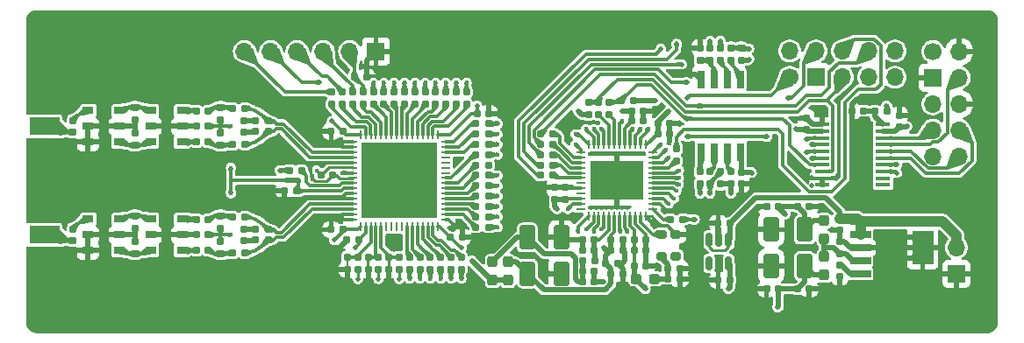
<source format=gtl>
G04 #@! TF.GenerationSoftware,KiCad,Pcbnew,8.0.3*
G04 #@! TF.CreationDate,2024-06-24T09:54:46+02:00*
G04 #@! TF.ProjectId,Phase Amplitude Detector,50686173-6520-4416-9d70-6c6974756465,rev?*
G04 #@! TF.SameCoordinates,Original*
G04 #@! TF.FileFunction,Copper,L1,Top*
G04 #@! TF.FilePolarity,Positive*
%FSLAX46Y46*%
G04 Gerber Fmt 4.6, Leading zero omitted, Abs format (unit mm)*
G04 Created by KiCad (PCBNEW 8.0.3) date 2024-06-24 09:54:46*
%MOMM*%
%LPD*%
G01*
G04 APERTURE LIST*
G04 Aperture macros list*
%AMRoundRect*
0 Rectangle with rounded corners*
0 $1 Rounding radius*
0 $2 $3 $4 $5 $6 $7 $8 $9 X,Y pos of 4 corners*
0 Add a 4 corners polygon primitive as box body*
4,1,4,$2,$3,$4,$5,$6,$7,$8,$9,$2,$3,0*
0 Add four circle primitives for the rounded corners*
1,1,$1+$1,$2,$3*
1,1,$1+$1,$4,$5*
1,1,$1+$1,$6,$7*
1,1,$1+$1,$8,$9*
0 Add four rect primitives between the rounded corners*
20,1,$1+$1,$2,$3,$4,$5,0*
20,1,$1+$1,$4,$5,$6,$7,0*
20,1,$1+$1,$6,$7,$8,$9,0*
20,1,$1+$1,$8,$9,$2,$3,0*%
G04 Aperture macros list end*
G04 #@! TA.AperFunction,EtchedComponent*
%ADD10C,0.000000*%
G04 #@! TD*
G04 #@! TA.AperFunction,SMDPad,CuDef*
%ADD11RoundRect,0.155000X-0.212500X-0.155000X0.212500X-0.155000X0.212500X0.155000X-0.212500X0.155000X0*%
G04 #@! TD*
G04 #@! TA.AperFunction,SMDPad,CuDef*
%ADD12RoundRect,0.160000X0.197500X0.160000X-0.197500X0.160000X-0.197500X-0.160000X0.197500X-0.160000X0*%
G04 #@! TD*
G04 #@! TA.AperFunction,SMDPad,CuDef*
%ADD13RoundRect,0.160000X-0.197500X-0.160000X0.197500X-0.160000X0.197500X0.160000X-0.197500X0.160000X0*%
G04 #@! TD*
G04 #@! TA.AperFunction,SMDPad,CuDef*
%ADD14RoundRect,0.160000X-0.160000X0.197500X-0.160000X-0.197500X0.160000X-0.197500X0.160000X0.197500X0*%
G04 #@! TD*
G04 #@! TA.AperFunction,SMDPad,CuDef*
%ADD15R,1.140000X0.760000*%
G04 #@! TD*
G04 #@! TA.AperFunction,SMDPad,CuDef*
%ADD16RoundRect,0.160000X0.160000X-0.197500X0.160000X0.197500X-0.160000X0.197500X-0.160000X-0.197500X0*%
G04 #@! TD*
G04 #@! TA.AperFunction,SMDPad,CuDef*
%ADD17RoundRect,0.250001X-0.499999X-0.924999X0.499999X-0.924999X0.499999X0.924999X-0.499999X0.924999X0*%
G04 #@! TD*
G04 #@! TA.AperFunction,SMDPad,CuDef*
%ADD18RoundRect,0.155000X-0.155000X0.212500X-0.155000X-0.212500X0.155000X-0.212500X0.155000X0.212500X0*%
G04 #@! TD*
G04 #@! TA.AperFunction,SMDPad,CuDef*
%ADD19RoundRect,0.250001X0.499999X0.924999X-0.499999X0.924999X-0.499999X-0.924999X0.499999X-0.924999X0*%
G04 #@! TD*
G04 #@! TA.AperFunction,SMDPad,CuDef*
%ADD20RoundRect,0.237500X0.287500X0.237500X-0.287500X0.237500X-0.287500X-0.237500X0.287500X-0.237500X0*%
G04 #@! TD*
G04 #@! TA.AperFunction,SMDPad,CuDef*
%ADD21RoundRect,0.155000X0.212500X0.155000X-0.212500X0.155000X-0.212500X-0.155000X0.212500X-0.155000X0*%
G04 #@! TD*
G04 #@! TA.AperFunction,SMDPad,CuDef*
%ADD22RoundRect,0.155000X0.155000X-0.212500X0.155000X0.212500X-0.155000X0.212500X-0.155000X-0.212500X0*%
G04 #@! TD*
G04 #@! TA.AperFunction,SMDPad,CuDef*
%ADD23R,3.000000X1.750000*%
G04 #@! TD*
G04 #@! TA.AperFunction,ComponentPad*
%ADD24R,1.700000X1.700000*%
G04 #@! TD*
G04 #@! TA.AperFunction,ComponentPad*
%ADD25O,1.700000X1.700000*%
G04 #@! TD*
G04 #@! TA.AperFunction,SMDPad,CuDef*
%ADD26R,0.280000X0.850000*%
G04 #@! TD*
G04 #@! TA.AperFunction,SMDPad,CuDef*
%ADD27R,0.850000X0.280000*%
G04 #@! TD*
G04 #@! TA.AperFunction,ComponentPad*
%ADD28C,0.500000*%
G04 #@! TD*
G04 #@! TA.AperFunction,SMDPad,CuDef*
%ADD29R,7.400000X7.400000*%
G04 #@! TD*
G04 #@! TA.AperFunction,SMDPad,CuDef*
%ADD30R,0.650000X1.785000*%
G04 #@! TD*
G04 #@! TA.AperFunction,SMDPad,CuDef*
%ADD31RoundRect,0.150000X-0.150000X0.512500X-0.150000X-0.512500X0.150000X-0.512500X0.150000X0.512500X0*%
G04 #@! TD*
G04 #@! TA.AperFunction,SMDPad,CuDef*
%ADD32RoundRect,0.237500X0.237500X-0.287500X0.237500X0.287500X-0.237500X0.287500X-0.237500X-0.287500X0*%
G04 #@! TD*
G04 #@! TA.AperFunction,SMDPad,CuDef*
%ADD33R,1.475000X0.450000*%
G04 #@! TD*
G04 #@! TA.AperFunction,SMDPad,CuDef*
%ADD34RoundRect,0.237500X-0.237500X0.287500X-0.237500X-0.287500X0.237500X-0.287500X0.237500X0.287500X0*%
G04 #@! TD*
G04 #@! TA.AperFunction,SMDPad,CuDef*
%ADD35C,0.500000*%
G04 #@! TD*
G04 #@! TA.AperFunction,ComponentPad*
%ADD36C,1.700000*%
G04 #@! TD*
G04 #@! TA.AperFunction,SMDPad,CuDef*
%ADD37R,2.000000X0.650000*%
G04 #@! TD*
G04 #@! TA.AperFunction,SMDPad,CuDef*
%ADD38R,2.000000X3.200000*%
G04 #@! TD*
G04 #@! TA.AperFunction,SMDPad,CuDef*
%ADD39R,0.254800X0.857199*%
G04 #@! TD*
G04 #@! TA.AperFunction,SMDPad,CuDef*
%ADD40R,0.857199X0.254800*%
G04 #@! TD*
G04 #@! TA.AperFunction,SMDPad,CuDef*
%ADD41R,5.080000X3.810000*%
G04 #@! TD*
G04 #@! TA.AperFunction,SMDPad,CuDef*
%ADD42RoundRect,0.200000X0.300000X0.200000X-0.300000X0.200000X-0.300000X-0.200000X0.300000X-0.200000X0*%
G04 #@! TD*
G04 #@! TA.AperFunction,ViaPad*
%ADD43C,0.500000*%
G04 #@! TD*
G04 #@! TA.AperFunction,ViaPad*
%ADD44C,1.000000*%
G04 #@! TD*
G04 #@! TA.AperFunction,ViaPad*
%ADD45C,0.450000*%
G04 #@! TD*
G04 #@! TA.AperFunction,Conductor*
%ADD46C,0.500000*%
G04 #@! TD*
G04 #@! TA.AperFunction,Conductor*
%ADD47C,0.250000*%
G04 #@! TD*
G04 #@! TA.AperFunction,Conductor*
%ADD48C,0.349300*%
G04 #@! TD*
G04 #@! TA.AperFunction,Conductor*
%ADD49C,1.000000*%
G04 #@! TD*
G04 APERTURE END LIST*
G04 #@! TA.AperFunction,EtchedComponent*
G36*
X90118839Y-72228840D02*
G01*
X90368839Y-72228840D01*
X90368839Y-71748840D01*
X90118839Y-71748840D01*
X90118839Y-72228840D01*
G37*
G04 #@! TD.AperFunction*
G04 #@! TA.AperFunction,EtchedComponent*
G36*
X92118839Y-72228840D02*
G01*
X92368839Y-72228840D01*
X92368839Y-71748840D01*
X92118839Y-71748840D01*
X92118839Y-72228840D01*
G37*
G04 #@! TD.AperFunction*
D10*
G04 #@! TA.AperFunction,EtchedComponent*
G36*
X83500000Y-64238840D02*
G01*
X82500000Y-64238840D01*
X82500000Y-63738840D01*
X83500000Y-63738840D01*
X83500000Y-64238840D01*
G37*
G04 #@! TD.AperFunction*
G04 #@! TA.AperFunction,EtchedComponent*
G36*
X88118839Y-72228840D02*
G01*
X88368839Y-72228840D01*
X88368839Y-71748840D01*
X88118839Y-71748840D01*
X88118839Y-72228840D01*
G37*
G04 #@! TD.AperFunction*
D11*
X73676339Y-60238840D03*
X74811339Y-60238840D03*
D12*
X80591339Y-68738840D03*
X79396339Y-68738840D03*
D13*
X106896339Y-61488840D03*
X108091339Y-61488840D03*
D14*
X125243839Y-51141340D03*
X125243839Y-52336340D03*
X99743839Y-55391340D03*
X99743839Y-56586340D03*
X97243839Y-71391340D03*
X97243839Y-72586340D03*
X92743839Y-55391340D03*
X92743839Y-56586340D03*
D15*
X66269839Y-57218840D03*
X66269839Y-58738840D03*
X66269839Y-60258840D03*
X63219839Y-60258840D03*
X63219839Y-58738840D03*
X63219839Y-57218840D03*
D12*
X115841339Y-56238840D03*
X114646339Y-56238840D03*
D13*
X100646339Y-68488840D03*
X101841339Y-68488840D03*
D11*
X82176339Y-64988840D03*
X83311339Y-64988840D03*
D13*
X100646339Y-59488840D03*
X101841339Y-59488840D03*
D16*
X111493839Y-57586340D03*
X111493839Y-56391340D03*
D13*
X77146339Y-67488840D03*
X78341339Y-67488840D03*
D17*
X105618839Y-69488840D03*
X108868839Y-69488840D03*
D18*
X132493839Y-57921340D03*
X132493839Y-59056340D03*
X135743839Y-69921340D03*
X135743839Y-71056340D03*
D16*
X90243839Y-72586340D03*
X90243839Y-71391340D03*
D19*
X132368839Y-72238840D03*
X129118839Y-72238840D03*
D14*
X75993839Y-67391340D03*
X75993839Y-68586340D03*
X98743839Y-55391340D03*
X98743839Y-56586340D03*
D13*
X119396339Y-67738840D03*
X120591339Y-67738840D03*
D14*
X123243839Y-63141340D03*
X123243839Y-64336340D03*
X96243839Y-71391340D03*
X96243839Y-72586340D03*
D13*
X100646339Y-58488840D03*
X101841339Y-58488840D03*
D11*
X119176339Y-72488840D03*
X120311339Y-72488840D03*
D13*
X100646339Y-66488840D03*
X101841339Y-66488840D03*
D20*
X117868839Y-73488840D03*
X116118839Y-73488840D03*
D13*
X79396339Y-59238840D03*
X80591339Y-59238840D03*
D21*
X112061339Y-69738840D03*
X110926339Y-69738840D03*
D13*
X139146339Y-57238840D03*
X140341339Y-57238840D03*
D21*
X87811339Y-68738840D03*
X86676339Y-68738840D03*
D22*
X78243839Y-59306340D03*
X78243839Y-58171340D03*
D11*
X73676339Y-67738840D03*
X74811339Y-67738840D03*
D13*
X106896339Y-60488840D03*
X108091339Y-60488840D03*
D16*
X91243839Y-72586340D03*
X91243839Y-71391340D03*
D11*
X73676339Y-69238840D03*
X74811339Y-69238840D03*
D23*
X59000000Y-69238840D03*
D14*
X124243839Y-51141340D03*
X124243839Y-52336340D03*
D16*
X86743839Y-56586340D03*
X86743839Y-55391340D03*
X92243839Y-72586340D03*
X92243839Y-71391340D03*
D22*
X126243839Y-64306340D03*
X126243839Y-63171340D03*
D21*
X89311339Y-69738840D03*
X88176339Y-69738840D03*
D14*
X97743839Y-55391340D03*
X97743839Y-56586340D03*
D24*
X146993839Y-73013840D03*
D25*
X146993839Y-70473840D03*
D26*
X96993839Y-59513741D03*
X96493840Y-59513741D03*
X95993839Y-59513741D03*
X95493840Y-59513741D03*
X94993838Y-59513741D03*
X94493839Y-59513741D03*
X93993840Y-59513741D03*
X93493839Y-59513741D03*
X92993839Y-59513741D03*
X92493838Y-59513741D03*
X91993839Y-59513741D03*
X91493840Y-59513741D03*
X90993838Y-59513741D03*
X90493839Y-59513741D03*
X89993838Y-59513741D03*
X89493839Y-59513741D03*
D27*
X88768740Y-60237895D03*
X88768740Y-60738021D03*
X88768740Y-61238147D03*
X88768740Y-61738273D03*
X88768740Y-62238399D03*
X88768740Y-62738525D03*
X88768740Y-63238651D03*
X88768740Y-63738777D03*
X88768740Y-64238903D03*
X88768740Y-64739029D03*
X88768740Y-65239155D03*
X88768740Y-65739281D03*
X88768740Y-66239407D03*
X88768740Y-66739533D03*
X88768740Y-67239659D03*
X88768740Y-67739785D03*
D26*
X89493839Y-68463939D03*
X89993838Y-68463939D03*
X90493839Y-68463939D03*
X90993838Y-68463939D03*
X91493840Y-68463939D03*
X91993839Y-68463939D03*
X92493838Y-68463939D03*
X92993839Y-68463939D03*
X93493839Y-68463939D03*
X93993840Y-68463939D03*
X94493839Y-68463939D03*
X94993838Y-68463939D03*
X95493840Y-68463939D03*
X95993839Y-68463939D03*
X96493840Y-68463939D03*
X96993839Y-68463939D03*
D27*
X97718938Y-67739785D03*
X97718938Y-67239659D03*
X97718938Y-66739533D03*
X97718938Y-66239407D03*
X97718938Y-65739281D03*
X97718938Y-65239155D03*
X97718938Y-64739029D03*
X97718938Y-64238903D03*
X97718938Y-63738777D03*
X97718938Y-63238651D03*
X97718938Y-62738525D03*
X97718938Y-62238399D03*
X97718938Y-61738273D03*
X97718938Y-61238147D03*
X97718938Y-60738021D03*
X97718938Y-60237895D03*
D28*
X96393439Y-60839240D03*
X95606039Y-60839240D03*
X94818639Y-60839240D03*
X94031239Y-60839240D03*
X93243839Y-60839240D03*
X92456439Y-60839240D03*
X91669039Y-60839240D03*
X90881639Y-60839240D03*
X90094239Y-60839240D03*
X96393439Y-61626640D03*
X95606039Y-61626640D03*
X94818639Y-61626640D03*
X94031239Y-61626640D03*
X93243839Y-61626640D03*
X92456439Y-61626640D03*
X91669039Y-61626640D03*
X90881639Y-61626640D03*
X90094239Y-61626640D03*
X96393439Y-62414040D03*
X95606039Y-62414040D03*
X94818639Y-62414040D03*
X94031239Y-62414040D03*
X93243839Y-62414040D03*
X92456439Y-62414040D03*
X91669039Y-62414040D03*
X90881639Y-62414040D03*
X90094239Y-62414040D03*
X96393439Y-63201440D03*
X95606039Y-63201440D03*
X94818639Y-63201440D03*
X94031239Y-63201440D03*
X93243839Y-63201440D03*
X92456439Y-63201440D03*
X91669039Y-63201440D03*
X90881639Y-63201440D03*
X90094239Y-63201440D03*
X96393439Y-63988840D03*
X95606039Y-63988840D03*
X94818639Y-63988840D03*
X94031239Y-63988840D03*
X93243839Y-63988840D03*
D29*
X93243839Y-63988840D03*
D28*
X92456439Y-63988840D03*
X91669039Y-63988840D03*
X90881639Y-63988840D03*
X90094239Y-63988840D03*
X96393439Y-64776240D03*
X95606039Y-64776240D03*
X94818639Y-64776240D03*
X94031239Y-64776240D03*
X93243839Y-64776240D03*
X92456439Y-64776240D03*
X91669039Y-64776240D03*
X90881639Y-64776240D03*
X90094239Y-64776240D03*
X96393439Y-65563640D03*
X95606039Y-65563640D03*
X94818639Y-65563640D03*
X94031239Y-65563640D03*
X93243839Y-65563640D03*
X92456439Y-65563640D03*
X91669039Y-65563640D03*
X90881639Y-65563640D03*
X90094239Y-65563640D03*
X96393439Y-66351040D03*
X95606039Y-66351040D03*
X94818639Y-66351040D03*
X94031239Y-66351040D03*
X93243839Y-66351040D03*
X92456439Y-66351040D03*
X91669039Y-66351040D03*
X90881639Y-66351040D03*
X90094239Y-66351040D03*
X96393439Y-67138440D03*
X95606039Y-67138440D03*
X94818639Y-67138440D03*
X94031239Y-67138440D03*
X93243839Y-67138440D03*
X92456439Y-67138440D03*
X91669039Y-67138440D03*
X90881639Y-67138440D03*
X90094239Y-67138440D03*
D14*
X99243839Y-71391340D03*
X99243839Y-72586340D03*
D11*
X118176339Y-59488840D03*
X119311339Y-59488840D03*
D14*
X67743839Y-67391340D03*
X67743839Y-68586340D03*
D30*
X126148839Y-54206840D03*
X124878839Y-54206840D03*
X123608839Y-54206840D03*
X122338839Y-54206840D03*
X122338839Y-61270840D03*
X123608839Y-61270840D03*
X124878839Y-61270840D03*
X126148839Y-61270840D03*
D13*
X100646339Y-60488840D03*
X101841339Y-60488840D03*
D14*
X113493839Y-56391340D03*
X113493839Y-57586340D03*
D11*
X136926339Y-57238840D03*
X138061339Y-57238840D03*
D16*
X93243839Y-72586340D03*
X93243839Y-71391340D03*
D13*
X77146339Y-56988840D03*
X78341339Y-56988840D03*
D14*
X91743839Y-55391340D03*
X91743839Y-56586340D03*
D13*
X100646339Y-63488840D03*
X101841339Y-63488840D03*
D31*
X125031338Y-69713840D03*
X124081338Y-69713840D03*
X123131338Y-69713840D03*
X123131338Y-71988840D03*
X125031338Y-71988840D03*
D11*
X128676339Y-74488840D03*
X129811339Y-74488840D03*
X113676339Y-70738840D03*
X114811339Y-70738840D03*
D13*
X100646339Y-64488840D03*
X101841339Y-64488840D03*
D14*
X125243839Y-63141340D03*
X125243839Y-64336340D03*
D13*
X100646339Y-62488840D03*
X101841339Y-62488840D03*
D21*
X125148838Y-68113840D03*
X124013838Y-68113840D03*
X112061339Y-73738840D03*
X110926339Y-73738840D03*
D13*
X79396339Y-69738840D03*
X80591339Y-69738840D03*
D12*
X80591339Y-58238840D03*
X79396339Y-58238840D03*
D21*
X132811339Y-66488840D03*
X131676339Y-66488840D03*
D13*
X100646339Y-65488840D03*
X101841339Y-65488840D03*
D15*
X69243839Y-60256840D03*
X69243839Y-58736840D03*
X69243839Y-57216840D03*
X72293839Y-57216840D03*
X72293839Y-58736840D03*
X72293839Y-60256840D03*
D14*
X75993839Y-56891340D03*
X75993839Y-58086340D03*
D32*
X134243839Y-73113840D03*
X134243839Y-71363840D03*
D21*
X114811339Y-72988840D03*
X113676339Y-72988840D03*
D15*
X66269839Y-67718840D03*
X66269839Y-69238840D03*
X66269839Y-70758840D03*
X63219839Y-70758840D03*
X63219839Y-69238840D03*
X63219839Y-67718840D03*
D14*
X112493839Y-56391340D03*
X112493839Y-57586340D03*
D33*
X134055839Y-58563840D03*
X134055839Y-59213840D03*
X134055839Y-59863840D03*
X134055839Y-60513840D03*
X134055839Y-61163840D03*
X134055839Y-61813840D03*
X134055839Y-62463840D03*
X134055839Y-63113840D03*
X134055839Y-63763840D03*
X134055839Y-64413840D03*
X139931839Y-64413840D03*
X139931839Y-63763840D03*
X139931839Y-63113840D03*
X139931839Y-62463840D03*
X139931839Y-61813840D03*
X139931839Y-61163840D03*
X139931839Y-60513840D03*
X139931839Y-59863840D03*
X139931839Y-59213840D03*
X139931839Y-58563840D03*
D21*
X112061339Y-70738840D03*
X110926339Y-70738840D03*
D13*
X106896339Y-62488840D03*
X108091339Y-62488840D03*
D14*
X88743839Y-55391340D03*
X88743839Y-56586340D03*
D11*
X73676339Y-70738840D03*
X74811339Y-70738840D03*
D14*
X93743839Y-55391340D03*
X93743839Y-56586340D03*
D34*
X102243839Y-71863840D03*
X102243839Y-73613840D03*
X134243839Y-67863840D03*
X134243839Y-69613840D03*
D22*
X61743839Y-69806340D03*
X61743839Y-68671340D03*
D35*
X82500000Y-63988840D03*
X83500000Y-63988840D03*
D16*
X126243839Y-52336340D03*
X126243839Y-51141340D03*
D19*
X132368839Y-68738840D03*
X129118839Y-68738840D03*
D12*
X90091339Y-53988840D03*
X88896339Y-53988840D03*
D14*
X124243839Y-63141340D03*
X124243839Y-64336340D03*
D11*
X128676339Y-66488840D03*
X129811339Y-66488840D03*
D22*
X135743839Y-73306340D03*
X135743839Y-72171340D03*
D11*
X85676339Y-63488840D03*
X86811339Y-63488840D03*
X100735460Y-57514236D03*
X101870460Y-57514236D03*
X124013838Y-73613840D03*
X125148838Y-73613840D03*
D22*
X61743839Y-59306340D03*
X61743839Y-58171340D03*
D36*
X144743839Y-51488840D03*
D25*
X147283839Y-51488840D03*
D24*
X144743839Y-54028840D03*
D25*
X147283839Y-54028840D03*
X144743839Y-56568840D03*
X147283839Y-56568840D03*
X144743839Y-59108840D03*
X147283839Y-59108840D03*
X144743839Y-61648840D03*
X147283839Y-61648840D03*
D37*
X137743839Y-67948840D03*
X137743839Y-69218840D03*
X137743839Y-70488840D03*
X137743839Y-71758840D03*
X137743839Y-73028840D03*
D38*
X143743839Y-70488840D03*
D16*
X122243839Y-64336340D03*
X122243839Y-63141340D03*
D14*
X94243839Y-71391340D03*
X94243839Y-72586340D03*
D16*
X89243839Y-72586340D03*
X89243839Y-71391340D03*
D22*
X109243839Y-65806340D03*
X109243839Y-64671340D03*
D14*
X122243839Y-51141340D03*
X122243839Y-52336340D03*
D21*
X132811339Y-74488840D03*
X131676339Y-74488840D03*
D14*
X96743839Y-55391340D03*
X96743839Y-56586340D03*
X67743839Y-56891340D03*
X67743839Y-58086340D03*
D17*
X105618839Y-72988840D03*
X108868839Y-72988840D03*
D21*
X120311339Y-73488840D03*
X119176339Y-73488840D03*
D18*
X141493839Y-57671340D03*
X141493839Y-58806340D03*
D11*
X113676339Y-69738840D03*
X114811339Y-69738840D03*
D14*
X98243839Y-71391340D03*
X98243839Y-72586340D03*
D12*
X112091339Y-71738840D03*
X110896339Y-71738840D03*
D13*
X77146339Y-60488840D03*
X78341339Y-60488840D03*
D14*
X89743839Y-55391340D03*
X89743839Y-56586340D03*
D11*
X115676339Y-57238840D03*
X116811339Y-57238840D03*
D16*
X119993839Y-62086340D03*
X119993839Y-60891340D03*
D36*
X130918839Y-53988840D03*
D25*
X130918839Y-51448840D03*
D24*
X133458839Y-53988840D03*
D25*
X133458839Y-51448840D03*
X135998839Y-53988840D03*
X135998839Y-51448840D03*
X138538839Y-53988840D03*
X138538839Y-51448840D03*
X141078839Y-53988840D03*
X141078839Y-51448840D03*
D14*
X95243839Y-71391340D03*
X95243839Y-72586340D03*
D13*
X100646339Y-67488840D03*
X101841339Y-67488840D03*
D14*
X90743839Y-55391340D03*
X90743839Y-56586340D03*
D21*
X87811339Y-59238840D03*
X86676339Y-59238840D03*
X112061339Y-72738840D03*
X110926339Y-72738840D03*
D14*
X95743839Y-55391340D03*
X95743839Y-56586340D03*
D12*
X108091339Y-63488840D03*
X106896339Y-63488840D03*
D11*
X73676339Y-57238840D03*
X74811339Y-57238840D03*
D14*
X94743839Y-55391340D03*
X94743839Y-56586340D03*
X67743839Y-59391340D03*
X67743839Y-60586340D03*
D24*
X90993839Y-51488840D03*
D25*
X88453839Y-51488840D03*
X85913839Y-51488840D03*
X83373839Y-51488840D03*
X80833839Y-51488840D03*
X78293839Y-51488840D03*
D11*
X82676339Y-62988840D03*
X83811339Y-62988840D03*
D14*
X67743839Y-69891340D03*
X67743839Y-71086340D03*
D13*
X106896339Y-59488840D03*
X108091339Y-59488840D03*
D16*
X88243839Y-72586340D03*
X88243839Y-71391340D03*
D13*
X77146339Y-70988840D03*
X78341339Y-70988840D03*
D11*
X118176339Y-58488840D03*
X119311339Y-58488840D03*
X98176339Y-69488840D03*
X99311339Y-69488840D03*
D13*
X100646339Y-61488840D03*
X101841339Y-61488840D03*
D11*
X115676339Y-58238840D03*
X116811339Y-58238840D03*
X115926339Y-70738840D03*
X117061339Y-70738840D03*
D23*
X59000000Y-58738840D03*
D21*
X114311339Y-71988840D03*
X113176339Y-71988840D03*
D11*
X115926339Y-69738840D03*
X117061339Y-69738840D03*
D39*
X116993839Y-60512240D03*
X116493840Y-60512240D03*
X115993838Y-60512240D03*
X115493839Y-60512240D03*
X114993840Y-60512240D03*
X114493839Y-60512240D03*
X113993839Y-60512240D03*
X113493838Y-60512240D03*
X112993839Y-60512240D03*
X112493840Y-60512240D03*
X111993838Y-60512240D03*
X111493839Y-60512240D03*
D40*
X110767239Y-61238840D03*
X110767239Y-61738839D03*
X110767239Y-62238841D03*
X110767239Y-62738840D03*
X110767239Y-63238839D03*
X110767239Y-63738840D03*
X110767239Y-64238840D03*
X110767239Y-64738841D03*
X110767239Y-65238840D03*
X110767239Y-65738839D03*
X110767239Y-66238841D03*
X110767239Y-66738840D03*
D39*
X111493839Y-67465440D03*
X111993838Y-67465440D03*
X112493840Y-67465440D03*
X112993839Y-67465440D03*
X113493838Y-67465440D03*
X113993839Y-67465440D03*
X114493839Y-67465440D03*
X114993840Y-67465440D03*
X115493839Y-67465440D03*
X115993838Y-67465440D03*
X116493840Y-67465440D03*
X116993839Y-67465440D03*
D40*
X117720439Y-66738840D03*
X117720439Y-66238841D03*
X117720439Y-65738839D03*
X117720439Y-65238840D03*
X117720439Y-64738841D03*
X117720439Y-64238840D03*
X117720439Y-63738840D03*
X117720439Y-63238839D03*
X117720439Y-62738840D03*
X117720439Y-62238841D03*
X117720439Y-61738839D03*
X117720439Y-61238840D03*
D41*
X114243839Y-63988840D03*
D18*
X135743839Y-67671340D03*
X135743839Y-68806340D03*
D34*
X103743839Y-71863840D03*
X103743839Y-73613840D03*
D21*
X117061339Y-72238840D03*
X115926339Y-72238840D03*
D14*
X87743839Y-55391340D03*
X87743839Y-56586340D03*
D42*
X119943839Y-71288840D03*
X119943839Y-69188840D03*
X118543839Y-69188840D03*
X118543839Y-71288840D03*
D14*
X123243839Y-51141340D03*
X123243839Y-52336340D03*
X75993839Y-59391340D03*
X75993839Y-60586340D03*
D15*
X69243839Y-70756840D03*
X69243839Y-69236840D03*
X69243839Y-67716840D03*
X72293839Y-67716840D03*
X72293839Y-69236840D03*
X72293839Y-70756840D03*
D11*
X73676339Y-58738840D03*
X74811339Y-58738840D03*
D22*
X108243839Y-65806340D03*
X108243839Y-64671340D03*
X78243839Y-69806340D03*
X78243839Y-68671340D03*
D14*
X75993839Y-69891340D03*
X75993839Y-71086340D03*
D43*
X124000000Y-67000000D03*
X121250000Y-69250000D03*
D44*
X145993839Y-48488840D03*
D43*
X121500000Y-73500000D03*
X115243839Y-64488840D03*
X128500000Y-60500000D03*
X63500000Y-51250000D03*
X139750000Y-66250000D03*
D44*
X58250000Y-56500000D03*
D43*
X120243839Y-58488840D03*
D44*
X115993839Y-48488840D03*
D43*
X122750000Y-68250000D03*
X134993839Y-68738840D03*
X77250000Y-73750000D03*
D44*
X149993839Y-74988840D03*
X137243839Y-77738840D03*
D43*
X113243839Y-63488840D03*
D44*
X149993839Y-51238840D03*
X85993839Y-48488840D03*
X127243839Y-48488840D03*
D43*
X127750000Y-70500000D03*
D44*
X62243839Y-48488840D03*
D43*
X99000000Y-62000000D03*
D44*
X58243839Y-60750000D03*
D43*
X122243839Y-50488840D03*
D44*
X149993839Y-49988840D03*
D43*
X115243839Y-65488840D03*
D44*
X74743839Y-48488840D03*
X107243839Y-77738840D03*
D43*
X115743839Y-63988840D03*
D44*
X77243839Y-77738840D03*
X149743839Y-77488840D03*
X79743839Y-77738840D03*
X58243839Y-52488840D03*
X134743839Y-48488840D03*
D43*
X137433479Y-56120289D03*
X116243839Y-62488840D03*
D44*
X93493839Y-77738840D03*
X130993839Y-48488840D03*
D43*
X66000000Y-53750000D03*
D44*
X77243839Y-48488840D03*
D43*
X115743839Y-64988840D03*
D44*
X114743839Y-48488840D03*
D43*
X73500000Y-75000000D03*
D44*
X102243839Y-48488840D03*
D43*
X147250000Y-67500000D03*
D44*
X140993839Y-77738840D03*
X144743839Y-77738840D03*
X118493839Y-48488840D03*
X113493839Y-77738840D03*
X103493839Y-77738840D03*
D43*
X61000000Y-51250000D03*
X92250000Y-74750000D03*
D44*
X129743839Y-77738840D03*
D43*
X81000000Y-75000000D03*
X114243839Y-63488840D03*
D44*
X102243839Y-77738840D03*
D43*
X85500000Y-68750000D03*
D44*
X67243839Y-77738840D03*
D43*
X61000000Y-64000000D03*
X121000000Y-70250000D03*
X73500000Y-64000000D03*
D44*
X58243839Y-62000000D03*
X87243839Y-77738840D03*
D43*
X85750000Y-73250000D03*
D44*
X125993839Y-77738840D03*
X110993839Y-48488840D03*
X87243839Y-48488840D03*
X140993839Y-48488840D03*
D43*
X138243839Y-59988840D03*
X80993839Y-65738840D03*
D44*
X84743839Y-77738840D03*
X83493839Y-48488840D03*
X149993839Y-71238840D03*
X60993839Y-48488840D03*
D43*
X71000000Y-53750000D03*
X63500000Y-64000000D03*
D44*
X95993839Y-48488840D03*
D43*
X83500000Y-72500000D03*
X113743839Y-62988840D03*
X88243839Y-73488840D03*
D44*
X112243839Y-48488840D03*
X90993839Y-77738840D03*
D43*
X114743839Y-63988840D03*
X94250000Y-74750000D03*
X121993839Y-66488840D03*
D44*
X58243839Y-63250000D03*
D43*
X107272081Y-72641377D03*
X68500000Y-51250000D03*
D44*
X149993839Y-58738840D03*
D43*
X102743839Y-57488840D03*
D44*
X100993839Y-77738840D03*
D43*
X82750000Y-70500000D03*
X130243839Y-63988840D03*
X112743839Y-64988840D03*
D44*
X72243839Y-77738840D03*
X88493839Y-77738840D03*
X129743839Y-48488840D03*
D43*
X71000000Y-75000000D03*
X78500000Y-75000000D03*
D44*
X58243839Y-74988840D03*
D43*
X113743839Y-64988840D03*
X131493839Y-62488840D03*
D44*
X124743839Y-77738840D03*
D43*
X112743839Y-62988840D03*
X126250000Y-68500000D03*
X113243839Y-65488840D03*
X114243839Y-65488840D03*
D44*
X118493839Y-77738840D03*
X80993839Y-77738840D03*
D43*
X92750000Y-70000000D03*
D44*
X147243839Y-48488840D03*
D43*
X143243839Y-56988840D03*
X117250000Y-50250000D03*
X113243839Y-62488840D03*
X135750000Y-76000000D03*
X71000000Y-51250000D03*
D44*
X112243839Y-77738840D03*
X109743839Y-48488840D03*
X104743839Y-77738840D03*
D43*
X120993839Y-63238840D03*
D44*
X59743839Y-77738840D03*
D43*
X100243839Y-69488840D03*
X116243839Y-65488840D03*
X124750000Y-66000000D03*
X63500000Y-75000000D03*
D44*
X100993839Y-48488840D03*
D43*
X129000000Y-64500000D03*
X138243839Y-61738840D03*
D44*
X114743839Y-77738840D03*
D43*
X69750000Y-73750000D03*
X116243839Y-64488840D03*
X76000000Y-51250000D03*
D44*
X142243839Y-48488840D03*
D43*
X82960820Y-61647152D03*
D44*
X75993839Y-77738840D03*
D43*
X66000000Y-75000000D03*
X73500000Y-51250000D03*
D44*
X83493839Y-77738840D03*
X67243839Y-48488840D03*
X93493839Y-48488840D03*
D43*
X143750000Y-73250000D03*
X136000000Y-65500000D03*
X79000000Y-62750000D03*
D44*
X149993839Y-69988840D03*
X145993839Y-77738840D03*
D43*
X112243839Y-64488840D03*
D44*
X78493839Y-48488840D03*
X144743839Y-48488840D03*
X139743839Y-77738840D03*
D43*
X109743839Y-57738840D03*
X80993839Y-62238840D03*
D44*
X73493839Y-48488840D03*
D43*
X117993839Y-57238840D03*
D44*
X149993839Y-59988840D03*
X120993839Y-77738840D03*
D43*
X127743839Y-68738840D03*
D44*
X58493839Y-48738840D03*
D43*
X85500000Y-56750000D03*
X114993839Y-71738840D03*
X126250000Y-74500000D03*
X63500000Y-53750000D03*
X132750000Y-75500000D03*
D44*
X125993839Y-48488840D03*
X58243839Y-54988840D03*
X64743839Y-77738840D03*
D43*
X90243839Y-73488840D03*
D44*
X122243839Y-48488840D03*
D43*
X112243839Y-65488840D03*
D44*
X117243839Y-48488840D03*
X107243839Y-48488840D03*
D43*
X133743839Y-66488840D03*
D44*
X143493839Y-48488840D03*
D43*
X126250000Y-70500000D03*
X126250000Y-65500000D03*
D44*
X105993839Y-77738840D03*
D43*
X71000000Y-64000000D03*
D44*
X58243839Y-51238840D03*
D43*
X66000000Y-72500000D03*
D44*
X75993839Y-48488840D03*
D43*
X130750000Y-70500000D03*
D44*
X119743839Y-77738840D03*
X132243839Y-48488840D03*
D43*
X113743839Y-63988840D03*
D44*
X58243839Y-71238840D03*
X149993839Y-62488840D03*
D43*
X144750000Y-75000000D03*
D44*
X58243839Y-49988840D03*
X134743839Y-77738840D03*
X147243839Y-77738840D03*
X62243839Y-77738840D03*
X72243839Y-48488840D03*
D43*
X85500000Y-59250000D03*
X81000000Y-60500000D03*
X80750000Y-67500000D03*
X86000000Y-75000000D03*
D44*
X149743839Y-48738840D03*
D43*
X87743839Y-60238840D03*
D44*
X117243839Y-77738840D03*
D43*
X99243839Y-68238840D03*
D44*
X69743839Y-77738840D03*
D43*
X127743839Y-72238840D03*
D44*
X149993839Y-76238840D03*
X63493839Y-48488840D03*
D43*
X61000000Y-72500000D03*
X133743839Y-74488840D03*
D44*
X80993839Y-48488840D03*
X149993839Y-68738840D03*
D43*
X68500000Y-53750000D03*
X85750000Y-70500000D03*
X127493839Y-64238840D03*
X114243839Y-64488840D03*
X133993839Y-57488840D03*
X76000000Y-75000000D03*
D44*
X108493839Y-77738840D03*
X110993839Y-77738840D03*
D43*
X115243839Y-63488840D03*
X128000000Y-54250000D03*
D44*
X148493839Y-77738840D03*
D43*
X143493839Y-55488840D03*
X109493839Y-59738840D03*
D44*
X58243839Y-66000000D03*
D43*
X61000000Y-53750000D03*
D44*
X133493839Y-48488840D03*
X73493839Y-77738840D03*
X69743839Y-48488840D03*
X137243839Y-48488840D03*
X149993839Y-53738840D03*
X70993839Y-77738840D03*
D43*
X66000000Y-51250000D03*
D44*
X127243839Y-77738840D03*
D43*
X83500000Y-75000000D03*
D44*
X119743839Y-48488840D03*
X149993839Y-66238840D03*
X70993839Y-48488840D03*
X120993839Y-48488840D03*
X58243839Y-53738840D03*
X85993839Y-77738840D03*
X148493839Y-48488840D03*
X122243839Y-77738840D03*
D43*
X118243839Y-72238840D03*
X82500000Y-67250000D03*
D44*
X58243839Y-72488840D03*
D43*
X67250000Y-73750000D03*
D44*
X135993839Y-48488840D03*
X88493839Y-48488840D03*
X58243839Y-64750000D03*
D43*
X80500000Y-55750000D03*
D44*
X59743839Y-48488840D03*
X82243839Y-48488840D03*
X90993839Y-48488840D03*
X104743839Y-48488840D03*
X92243839Y-48488840D03*
X58493839Y-77488840D03*
X108493839Y-48488840D03*
X149993839Y-57488840D03*
X149993839Y-61238840D03*
X84743839Y-48488840D03*
X82243839Y-77738840D03*
D43*
X113500000Y-50250000D03*
D44*
X97243839Y-77738840D03*
X99743839Y-48488840D03*
X68493839Y-48488840D03*
D43*
X98493839Y-68238840D03*
D44*
X78493839Y-77738840D03*
D43*
X79000000Y-65250000D03*
X116243839Y-63488840D03*
D44*
X89743839Y-48488840D03*
D43*
X114743839Y-64988840D03*
X142250000Y-75000000D03*
X147250000Y-65000000D03*
D44*
X98493839Y-77738840D03*
D43*
X81000000Y-72500000D03*
D45*
X85750000Y-62500000D03*
D44*
X60993839Y-77738840D03*
D43*
X114743839Y-62988840D03*
X114243839Y-62488840D03*
X144750000Y-65000000D03*
X141993839Y-69488840D03*
X128743839Y-62988840D03*
X141243839Y-64238840D03*
D44*
X143493839Y-77738840D03*
D43*
X137250000Y-63500000D03*
D44*
X89743839Y-77738840D03*
D43*
X132993839Y-63738840D03*
X141993839Y-56238840D03*
X142125191Y-57675287D03*
D44*
X123493839Y-77738840D03*
D43*
X112243839Y-63488840D03*
D44*
X109743839Y-77738840D03*
D43*
X139750000Y-70488840D03*
D44*
X94743839Y-48488840D03*
X64743839Y-48488840D03*
D43*
X82844684Y-58009794D03*
X88250000Y-76000000D03*
D44*
X149993839Y-72488840D03*
D43*
X109493839Y-67488840D03*
D44*
X149993839Y-63738840D03*
D43*
X113243839Y-64488840D03*
X120743839Y-53738840D03*
D44*
X142243839Y-77738840D03*
D43*
X106993839Y-67738840D03*
X61000000Y-75000000D03*
X112743839Y-63988840D03*
D44*
X149993839Y-54988840D03*
D43*
X120993839Y-61238840D03*
X83500000Y-56750000D03*
D44*
X149993839Y-67488840D03*
D43*
X139493839Y-56238840D03*
D44*
X149993839Y-56238840D03*
X65993839Y-48488840D03*
X103493839Y-48488840D03*
X133493839Y-77738840D03*
D43*
X127743839Y-74488840D03*
D44*
X124743839Y-48488840D03*
D43*
X115243839Y-62488840D03*
D44*
X128493839Y-48488840D03*
X94743839Y-77738840D03*
D43*
X102750000Y-62500000D03*
X102243839Y-70738840D03*
X141993839Y-71488840D03*
X127588154Y-61019818D03*
D44*
X63493839Y-77738840D03*
X98493839Y-48488840D03*
D43*
X78500000Y-53750000D03*
D44*
X74743839Y-77738840D03*
X130993839Y-77738840D03*
D43*
X68500000Y-75000000D03*
X87743839Y-65608341D03*
D44*
X138493839Y-48488840D03*
D43*
X112993839Y-73738840D03*
X87493839Y-70488840D03*
X141993839Y-70488840D03*
D44*
X135993839Y-77738840D03*
D43*
X139000000Y-75250000D03*
X127750000Y-66750000D03*
X122000000Y-72250000D03*
D44*
X123493839Y-48488840D03*
X138493839Y-77738840D03*
D43*
X122750000Y-73500000D03*
X142743839Y-63238840D03*
D44*
X149993839Y-64988840D03*
X58243839Y-67250000D03*
X79743839Y-48488840D03*
X92243839Y-77738840D03*
D43*
X142250000Y-66250000D03*
X112243839Y-62488840D03*
X133250000Y-70500000D03*
D44*
X149993839Y-52488840D03*
X58243839Y-73738840D03*
X105993839Y-48488840D03*
X115993839Y-77738840D03*
D43*
X121243839Y-52238840D03*
D44*
X139743839Y-48488840D03*
X149993839Y-73738840D03*
D43*
X92243839Y-73488840D03*
D44*
X97243839Y-48488840D03*
X113493839Y-48488840D03*
D43*
X135743839Y-74488840D03*
X87743839Y-67738840D03*
D44*
X132243839Y-77738840D03*
X65993839Y-77738840D03*
X58243839Y-76238840D03*
D43*
X132993839Y-64488840D03*
D44*
X68493839Y-77738840D03*
D43*
X63500000Y-72500000D03*
D44*
X95993839Y-77738840D03*
X99743839Y-77738840D03*
D43*
X126250000Y-72500000D03*
X115743839Y-62988840D03*
D44*
X128493839Y-77738840D03*
D45*
X85243839Y-62988840D03*
D43*
X88993839Y-70488840D03*
X86743839Y-58238840D03*
X86993839Y-69738840D03*
X129743839Y-76238840D03*
X93243839Y-73488840D03*
X123243839Y-50488840D03*
X130493839Y-67238840D03*
X127243839Y-63238840D03*
X117993839Y-56238840D03*
X100750000Y-56750000D03*
X108493839Y-66738840D03*
X126993839Y-52238840D03*
X125243839Y-65238840D03*
X110493839Y-57238840D03*
X116993839Y-74488840D03*
X91243839Y-73488840D03*
X119243839Y-57238840D03*
X131493839Y-58988840D03*
X89243839Y-73488840D03*
X99243839Y-70488840D03*
X142243839Y-58738840D03*
X140243839Y-56738840D03*
X120493839Y-52738840D03*
X132493839Y-59988840D03*
X126993839Y-51238840D03*
X120993839Y-55988840D03*
X120993839Y-57988840D03*
X123243839Y-65238840D03*
X132993839Y-60488840D03*
X130743839Y-55988840D03*
X120993839Y-54488840D03*
X112993839Y-70488840D03*
X114743839Y-57238840D03*
X141243839Y-63238840D03*
X141243839Y-62463840D03*
X118500000Y-51250000D03*
X128743839Y-59738840D03*
X132493839Y-61238840D03*
X124243839Y-50488840D03*
X119993839Y-50750000D03*
X120993839Y-59738840D03*
X122243839Y-65238840D03*
X132993839Y-61813840D03*
X122243839Y-56738840D03*
X81743839Y-62988840D03*
X121743839Y-67738840D03*
X102743839Y-58488840D03*
X85493839Y-54488840D03*
D45*
X117243839Y-58988840D03*
X93743839Y-54488840D03*
X114595664Y-68937015D03*
X102743839Y-68488840D03*
X119993819Y-64988840D03*
X96243839Y-73488840D03*
X116493839Y-58988840D03*
X94743839Y-54488840D03*
X99743839Y-54488840D03*
X111243839Y-58988840D03*
X102743839Y-59488840D03*
X110243839Y-59488840D03*
X102743839Y-67488840D03*
X112743839Y-68738840D03*
X120243839Y-62988840D03*
X102743839Y-61488840D03*
X97243839Y-73488840D03*
X119743839Y-65738840D03*
X102743839Y-63488840D03*
X109493839Y-66738840D03*
X98743839Y-54488840D03*
X111993839Y-58988840D03*
X102743839Y-64488840D03*
X110493839Y-68988840D03*
X118993839Y-60988840D03*
X91743839Y-54488840D03*
X96743839Y-54488840D03*
X114743839Y-58238840D03*
X115226139Y-68938840D03*
X99243839Y-73488840D03*
X95243839Y-73488840D03*
X120223072Y-64392490D03*
X97743839Y-54488840D03*
X112743839Y-58988840D03*
X110243839Y-60488840D03*
X102743839Y-60488840D03*
X102743839Y-65488840D03*
X111243839Y-68738840D03*
X111993839Y-68988840D03*
X102743839Y-66488840D03*
X118493839Y-60488840D03*
X92743839Y-54488840D03*
X115743839Y-58988840D03*
X95743839Y-54488840D03*
X94243839Y-73488840D03*
X120243839Y-63738840D03*
X119243839Y-66238840D03*
X98243839Y-73488840D03*
X90743839Y-54488840D03*
X119243839Y-61738840D03*
D43*
X124993839Y-74488840D03*
X100243839Y-71738840D03*
D45*
X87743839Y-63238840D03*
X76993839Y-69238840D03*
X76993839Y-62738840D03*
X76993839Y-65238840D03*
X76993839Y-58738840D03*
D43*
X82500000Y-63988840D03*
D46*
X107619544Y-72988840D02*
X107272081Y-72641377D01*
X124013838Y-68113840D02*
X124013838Y-69646340D01*
X114993839Y-71738840D02*
X114993839Y-70921340D01*
D47*
X84714839Y-62267399D02*
X84743839Y-62238399D01*
D46*
X120743839Y-53738840D02*
X121870839Y-53738840D01*
D48*
X109311340Y-64738841D02*
X109243839Y-64671340D01*
D46*
X114743839Y-71988840D02*
X114993839Y-71738840D01*
D48*
X88768740Y-62238399D02*
X80994280Y-62238399D01*
X117061339Y-69237175D02*
X117061339Y-69738840D01*
D46*
X141993839Y-69488840D02*
X142743839Y-69488840D01*
X119311339Y-58488840D02*
X119311339Y-59488840D01*
D48*
X99311339Y-69488840D02*
X100243839Y-69488840D01*
D47*
X87178839Y-63488840D02*
X86811339Y-63488840D01*
D48*
X87743839Y-60238840D02*
X87743839Y-60738021D01*
X88768740Y-60237895D02*
X87744784Y-60237895D01*
D47*
X92243839Y-72586340D02*
X92243839Y-73488840D01*
D48*
X87743839Y-67738840D02*
X87743839Y-67239659D01*
X88113025Y-65239155D02*
X87743839Y-65608341D01*
D46*
X110926339Y-70738840D02*
X110926339Y-69738840D01*
D48*
X118425505Y-66238841D02*
X119004154Y-66817490D01*
D46*
X116811339Y-57238840D02*
X116811339Y-58238840D01*
X114811339Y-72988840D02*
X114811339Y-72488840D01*
X128676339Y-74488840D02*
X127743839Y-74488840D01*
X134055839Y-57550840D02*
X133993839Y-57488840D01*
X88176339Y-69806340D02*
X87493839Y-70488840D01*
X101870460Y-57514236D02*
X102718443Y-57514236D01*
X121870839Y-53738840D02*
X122338839Y-54206840D01*
X124013838Y-69646340D02*
X124081338Y-69713840D01*
X114993839Y-70921340D02*
X114811339Y-70738840D01*
X117061339Y-72238840D02*
X118243839Y-72238840D01*
X132811339Y-66488840D02*
X133743839Y-66488840D01*
X135743839Y-68806340D02*
X135061339Y-68806340D01*
D48*
X122243839Y-51238840D02*
X122243839Y-51141340D01*
D47*
X90243839Y-72586340D02*
X90243839Y-73488840D01*
D48*
X117888889Y-68360490D02*
X119115489Y-68360490D01*
D46*
X114311339Y-71988840D02*
X114743839Y-71988840D01*
X142743839Y-69488840D02*
X143743839Y-70488840D01*
X143743839Y-70488840D02*
X142743839Y-71488840D01*
D48*
X87993839Y-60738021D02*
X87743839Y-60738021D01*
X115993838Y-67465440D02*
X115993838Y-68169674D01*
D46*
X66269839Y-69238840D02*
X67743839Y-69238840D01*
X142743839Y-71488840D02*
X141993839Y-71488840D01*
X135743839Y-73306340D02*
X135743839Y-74488840D01*
X108243839Y-64671340D02*
X109243839Y-64671340D01*
X112061339Y-73738840D02*
X112993839Y-73738840D01*
X136743839Y-70488840D02*
X137743839Y-70488840D01*
X110926339Y-69738840D02*
X109118839Y-69738840D01*
X136926339Y-56627429D02*
X136926339Y-57238840D01*
X102718443Y-57514236D02*
X102743839Y-57488840D01*
X137743839Y-70488840D02*
X139750000Y-70488840D01*
X88176339Y-69738840D02*
X88176339Y-69806340D01*
D48*
X87744784Y-67739785D02*
X87743839Y-67738840D01*
D46*
X135743839Y-69921340D02*
X136176339Y-69921340D01*
D47*
X86811339Y-63488840D02*
X86249339Y-64050840D01*
D46*
X132811339Y-74488840D02*
X133743839Y-74488840D01*
X119311339Y-58488840D02*
X120243839Y-58488840D01*
X67743839Y-58738840D02*
X67743839Y-59391340D01*
D47*
X88768740Y-63738777D02*
X88739677Y-63767840D01*
D46*
X128011160Y-66488840D02*
X128676339Y-66488840D01*
D47*
X85993839Y-62238399D02*
X85993839Y-62256161D01*
D48*
X87744784Y-60237895D02*
X87743839Y-60238840D01*
D46*
X117061339Y-70738840D02*
X117061339Y-69738840D01*
D48*
X80994280Y-62238399D02*
X80993839Y-62238840D01*
D46*
X67743839Y-69238840D02*
X67743839Y-68586340D01*
X116811339Y-57238840D02*
X117993839Y-57238840D01*
X128676339Y-68296340D02*
X129118839Y-68738840D01*
X67743839Y-58738840D02*
X67743839Y-58086340D01*
D48*
X115993838Y-68169674D02*
X117061339Y-69237175D01*
X80994280Y-65739281D02*
X80993839Y-65738840D01*
D46*
X112061339Y-73738840D02*
X112061339Y-72738840D01*
X129118839Y-68738840D02*
X127743839Y-68738840D01*
X133136339Y-58563840D02*
X134055839Y-58563840D01*
X127750000Y-66750000D02*
X128011160Y-66488840D01*
X135743839Y-68806340D02*
X135743839Y-69921340D01*
D48*
X88768740Y-65239155D02*
X88113025Y-65239155D01*
D46*
X114811339Y-72488840D02*
X114311339Y-71988840D01*
D48*
X88768740Y-60738021D02*
X87993839Y-60738021D01*
D46*
X136176339Y-69921340D02*
X136743839Y-70488840D01*
X108868839Y-72988840D02*
X107619544Y-72988840D01*
X132493839Y-57921340D02*
X133136339Y-58563840D01*
X117061339Y-72238840D02*
X117061339Y-70738840D01*
X128676339Y-72681340D02*
X129118839Y-72238840D01*
X135061339Y-68806340D02*
X134993839Y-68738840D01*
D47*
X85108560Y-64050840D02*
X84714839Y-63657119D01*
D48*
X118425505Y-66238841D02*
X117720439Y-66238841D01*
X88768740Y-65739281D02*
X80994280Y-65739281D01*
D47*
X84714839Y-63657119D02*
X84714839Y-62267399D01*
D46*
X109118839Y-69738840D02*
X108868839Y-69488840D01*
D48*
X119115489Y-68360490D02*
X119943839Y-69188840D01*
D46*
X66269839Y-58738840D02*
X67743839Y-58738840D01*
X67743839Y-69238840D02*
X67743839Y-69891340D01*
D48*
X116993839Y-67465440D02*
X117888889Y-68360490D01*
D47*
X86249339Y-64050840D02*
X85108560Y-64050840D01*
D48*
X97994784Y-67739785D02*
X98493839Y-68238840D01*
D47*
X85993839Y-62256161D02*
X85750000Y-62500000D01*
D46*
X129118839Y-72238840D02*
X127743839Y-72238840D01*
D47*
X87457839Y-63767840D02*
X87178839Y-63488840D01*
D46*
X137433479Y-56120289D02*
X136926339Y-56627429D01*
D48*
X88768740Y-65739281D02*
X88768299Y-65738840D01*
D46*
X90091339Y-52391340D02*
X90993839Y-51488840D01*
D47*
X88243839Y-72586340D02*
X88243839Y-73488840D01*
D46*
X114811339Y-70738840D02*
X114811339Y-69738840D01*
D48*
X88768740Y-67739785D02*
X87744784Y-67739785D01*
D46*
X90091339Y-53988840D02*
X90091339Y-52391340D01*
D47*
X88739677Y-63767840D02*
X87457839Y-63767840D01*
D48*
X110767239Y-64738841D02*
X109311340Y-64738841D01*
X119004154Y-66817490D02*
X121665189Y-66817490D01*
X121665189Y-66817490D02*
X121993839Y-66488840D01*
D46*
X134055839Y-58563840D02*
X134055839Y-57550840D01*
D48*
X97718938Y-67739785D02*
X97994784Y-67739785D01*
D46*
X143743839Y-70488840D02*
X141993839Y-70488840D01*
D48*
X88768740Y-67239659D02*
X87743839Y-67239659D01*
X61743839Y-58171340D02*
X62326168Y-57589011D01*
X62326168Y-57589011D02*
G75*
G02*
X63219839Y-57218873I893632J-893689D01*
G01*
X72293839Y-60256840D02*
X73632884Y-60256840D01*
X73632884Y-60256840D02*
G75*
G03*
X73676344Y-60238845I16J61440D01*
G01*
X72293839Y-67716840D02*
X73623227Y-67716840D01*
X73623227Y-67716840D02*
G75*
G02*
X73676336Y-67738843I-27J-75160D01*
G01*
X61743839Y-68671340D02*
X62326168Y-68089011D01*
X62326168Y-68089011D02*
G75*
G02*
X63219839Y-67718873I893632J-893689D01*
G01*
X72293839Y-70756840D02*
X73632884Y-70756840D01*
X73632884Y-70756840D02*
G75*
G03*
X73676344Y-70738845I16J61440D01*
G01*
X89218938Y-68738840D02*
X87811339Y-68738840D01*
D47*
X85676339Y-63488840D02*
X85676339Y-63421340D01*
D46*
X134243839Y-73113840D02*
X133243839Y-73113840D01*
X131676339Y-74488840D02*
X129811339Y-74488840D01*
D48*
X87743839Y-59238840D02*
X86743839Y-58238840D01*
X87811339Y-59238840D02*
X87743839Y-59238840D01*
D47*
X86455339Y-62709840D02*
X88740055Y-62709840D01*
D46*
X132368839Y-72238840D02*
X132368839Y-73796340D01*
D47*
X85676339Y-63421340D02*
X85243839Y-62988840D01*
D48*
X87811339Y-59238840D02*
X88086240Y-59513741D01*
X89993838Y-69056341D02*
X89993838Y-68463939D01*
X87811339Y-68738840D02*
X87811339Y-68921340D01*
X89311339Y-69738840D02*
X89311339Y-70171340D01*
D46*
X129743839Y-76238840D02*
X129811339Y-76171340D01*
X129811339Y-76171340D02*
X129811339Y-74488840D01*
D48*
X89311339Y-69738840D02*
X89993838Y-69056341D01*
X89493839Y-68463939D02*
X89218938Y-68738840D01*
D46*
X132368839Y-73796340D02*
X131676339Y-74488840D01*
D48*
X88086240Y-59513741D02*
X89493839Y-59513741D01*
D47*
X86455339Y-62709840D02*
X85676339Y-63488840D01*
X88740055Y-62709840D02*
X88768740Y-62738525D01*
D48*
X89311339Y-70171340D02*
X88993839Y-70488840D01*
D46*
X133243839Y-73113840D02*
X132368839Y-72238840D01*
D48*
X87811339Y-68921340D02*
X86993839Y-69738840D01*
D46*
X116118839Y-73488840D02*
X115926339Y-73296340D01*
X110841339Y-57586340D02*
X110493839Y-57238840D01*
D48*
X100735460Y-57514236D02*
X100735460Y-56764540D01*
D47*
X93243839Y-72586340D02*
X93243839Y-73488840D01*
D46*
X127176339Y-63171340D02*
X127243839Y-63238840D01*
X129811339Y-66556340D02*
X129811339Y-66488840D01*
X133243839Y-67863840D02*
X132368839Y-68738840D01*
X115926339Y-73296340D02*
X115926339Y-72238840D01*
X130493839Y-67238840D02*
X129811339Y-66556340D01*
X111493839Y-57586340D02*
X110841339Y-57586340D01*
X132651339Y-59213840D02*
X134055839Y-59213840D01*
D48*
X117152939Y-60512240D02*
X118176339Y-59488840D01*
X100153443Y-57514236D02*
X100735460Y-57514236D01*
D46*
X132368839Y-67181340D02*
X131676339Y-66488840D01*
X124243839Y-64336340D02*
X125243839Y-64336340D01*
D48*
X97151438Y-68463939D02*
X98176339Y-69488840D01*
D46*
X132493839Y-59056340D02*
X132651339Y-59213840D01*
X123243839Y-51141340D02*
X123243839Y-50488840D01*
X116993839Y-74488840D02*
X116118839Y-73613840D01*
D47*
X91243839Y-72586340D02*
X91243839Y-73488840D01*
D48*
X96993839Y-59513741D02*
X98153938Y-59513741D01*
X115493839Y-67465440D02*
X115493839Y-68343265D01*
D46*
X134243839Y-67863840D02*
X133243839Y-67863840D01*
X125243839Y-64336340D02*
X125243839Y-65238840D01*
D48*
X109311340Y-65738839D02*
X109243839Y-65806340D01*
X98153938Y-59513741D02*
X100153443Y-57514236D01*
D46*
X126243839Y-61365840D02*
X126243839Y-63171340D01*
D47*
X89243839Y-72586340D02*
X89243839Y-73488840D01*
D46*
X108243839Y-65806340D02*
X108243839Y-66488840D01*
D48*
X98176339Y-69488840D02*
X99176339Y-70488840D01*
D46*
X126243839Y-63171340D02*
X127176339Y-63171340D01*
X109243839Y-65806340D02*
X108243839Y-65806340D01*
X126896339Y-52336340D02*
X126993839Y-52238840D01*
D48*
X96993839Y-68463939D02*
X97151438Y-68463939D01*
D46*
X118176339Y-58488840D02*
X118176339Y-58306340D01*
X118176339Y-59488840D02*
X118176339Y-58488840D01*
X126243839Y-52336340D02*
X126896339Y-52336340D01*
D48*
X110767239Y-65738839D02*
X109311340Y-65738839D01*
X100735460Y-56764540D02*
X100750000Y-56750000D01*
D46*
X118176339Y-58306340D02*
X119243839Y-57238840D01*
X116118839Y-73613840D02*
X116118839Y-73488840D01*
X126148839Y-61270840D02*
X126243839Y-61365840D01*
X131561339Y-59056340D02*
X131493839Y-58988840D01*
D48*
X116993839Y-60512240D02*
X117152939Y-60512240D01*
D46*
X108243839Y-66488840D02*
X108493839Y-66738840D01*
X115841339Y-56238840D02*
X117993839Y-56238840D01*
D48*
X115493839Y-68343265D02*
X115926339Y-68775765D01*
X99176339Y-70488840D02*
X99243839Y-70488840D01*
X115926339Y-70738840D02*
X115926339Y-72238840D01*
D46*
X132493839Y-59056340D02*
X131561339Y-59056340D01*
X129811339Y-66488840D02*
X131676339Y-66488840D01*
D48*
X115926339Y-68775765D02*
X115926339Y-69738840D01*
D46*
X132368839Y-68738840D02*
X132368839Y-67181340D01*
D48*
X115926339Y-69738840D02*
X115926339Y-70738840D01*
X67743839Y-56891340D02*
X68458013Y-56891340D01*
X67060493Y-56891340D02*
X67743839Y-56891340D01*
X68458013Y-56891340D02*
G75*
G02*
X69243840Y-57216839I-13J-1111360D01*
G01*
X66269839Y-57218840D02*
G75*
G02*
X67060493Y-56891337I790661J-790660D01*
G01*
X67060493Y-60586340D02*
X67743839Y-60586340D01*
X67743839Y-60586340D02*
X68448356Y-60586340D01*
X68448356Y-60586340D02*
G75*
G03*
X69243873Y-60256874I44J1125040D01*
G01*
X66269839Y-60258840D02*
G75*
G03*
X67060493Y-60586349I790661J790640D01*
G01*
X61743839Y-59306340D02*
X60113873Y-59306340D01*
X60113873Y-59306340D02*
G75*
G02*
X58743863Y-58738816I27J1937440D01*
G01*
X72293839Y-57216840D02*
X73623227Y-57216840D01*
X73623227Y-57216840D02*
G75*
G02*
X73676336Y-57238843I-27J-75160D01*
G01*
X61743839Y-69806340D02*
X60113905Y-69806340D01*
X60113905Y-69806340D02*
G75*
G02*
X58743842Y-69238837I-5J1937540D01*
G01*
D46*
X141493839Y-58806340D02*
X142176339Y-58806340D01*
X140341339Y-56836340D02*
X140341339Y-57238840D01*
X141086339Y-59213840D02*
X139931839Y-59213840D01*
X141493839Y-58806340D02*
X141086339Y-59213840D01*
X140243839Y-56738840D02*
X140341339Y-56836340D01*
X142176339Y-58806340D02*
X142243839Y-58738840D01*
D48*
X75650278Y-60586340D02*
X75993839Y-60586340D01*
X75993839Y-60586340D02*
X76910954Y-60586340D01*
X76910954Y-60586340D02*
G75*
G03*
X77146374Y-60488875I46J332940D01*
G01*
X74811339Y-60238840D02*
G75*
G03*
X75650278Y-60586355I838961J838940D01*
G01*
D46*
X78243839Y-59306340D02*
X79233380Y-59306340D01*
X79233380Y-59306340D02*
G75*
G03*
X79396345Y-59238846I20J230440D01*
G01*
D48*
X75993839Y-71086340D02*
X76910954Y-71086340D01*
X75650278Y-71086340D02*
X75993839Y-71086340D01*
X74811339Y-70738840D02*
G75*
G03*
X75650278Y-71086355I838961J838940D01*
G01*
X76910954Y-71086340D02*
G75*
G03*
X77146374Y-70988875I46J332940D01*
G01*
X89743839Y-55391340D02*
X89743839Y-54836340D01*
X88896339Y-51931340D02*
X88453839Y-51488840D01*
X88896339Y-53988840D02*
X88896339Y-51931340D01*
X89743839Y-54836340D02*
X88896339Y-53988840D01*
X67060493Y-67391340D02*
X67743839Y-67391340D01*
X67743839Y-67391340D02*
X68458013Y-67391340D01*
X68458013Y-67391340D02*
G75*
G02*
X69243840Y-67716839I-13J-1111360D01*
G01*
X66269839Y-67718840D02*
G75*
G02*
X67060493Y-67391337I790661J-790660D01*
G01*
X67743839Y-71086340D02*
X68448356Y-71086340D01*
X67060493Y-71086340D02*
X67743839Y-71086340D01*
X66269839Y-70758840D02*
G75*
G03*
X67060493Y-71086349I790661J790640D01*
G01*
X68448356Y-71086340D02*
G75*
G03*
X69243873Y-70756874I44J1125040D01*
G01*
X106881533Y-61488840D02*
X105743839Y-60351146D01*
X125243839Y-51141340D02*
X126243839Y-51141340D01*
X126993839Y-51238840D02*
X126341339Y-51238840D01*
X132618839Y-59863840D02*
X132493839Y-59988840D01*
X120550039Y-52738840D02*
X120493839Y-52738840D01*
X105743839Y-60351146D02*
X105743839Y-58738840D01*
X106896339Y-61488840D02*
X106881533Y-61488840D01*
X111743839Y-52738840D02*
X120550039Y-52738840D01*
X126341339Y-51238840D02*
X126243839Y-51141340D01*
X105743839Y-58738840D02*
X111743839Y-52738840D01*
X134055839Y-59863840D02*
X132618839Y-59863840D01*
X129168839Y-55738840D02*
X130918839Y-53988840D01*
X120993839Y-57988840D02*
X130243839Y-57988840D01*
X120993839Y-57988840D02*
X120812174Y-57988840D01*
X132825504Y-62463840D02*
X134055839Y-62463840D01*
X117562174Y-54738840D02*
X116146339Y-54738840D01*
X130243839Y-57988840D02*
X130915189Y-58660190D01*
X120812174Y-57988840D02*
X117562174Y-54738840D01*
X130915189Y-58660190D02*
X130915189Y-60553525D01*
X130915189Y-60553525D02*
X132825504Y-62463840D01*
X116146339Y-54738840D02*
X114646339Y-56238840D01*
X114438839Y-56391340D02*
X114493839Y-56336340D01*
X113493839Y-56391340D02*
X114438839Y-56391340D01*
X120993839Y-55988840D02*
X121243839Y-55738840D01*
X121243839Y-55738840D02*
X129168839Y-55738840D01*
X112131533Y-53238840D02*
X106237189Y-59133184D01*
X132243839Y-54815250D02*
X132243839Y-52663840D01*
X123243839Y-65238840D02*
X123243839Y-64336340D01*
X124243839Y-63141340D02*
X124243839Y-63238840D01*
X134055839Y-60513840D02*
X133018839Y-60513840D01*
X123243839Y-64238840D02*
X123243839Y-64336340D01*
X119493839Y-54488840D02*
X118243839Y-53238840D01*
X133018839Y-60513840D02*
X132993839Y-60488840D01*
X120993839Y-54488840D02*
X119493839Y-54488840D01*
X106237189Y-59133184D02*
X106237189Y-59844496D01*
X132243839Y-52663840D02*
X133458839Y-51448840D01*
X106881533Y-60488840D02*
X106896339Y-60488840D01*
X124243839Y-63238840D02*
X123243839Y-64238840D01*
X106237189Y-59844496D02*
X106881533Y-60488840D01*
X118243839Y-53238840D02*
X112131533Y-53238840D01*
X131070249Y-55988840D02*
X132243839Y-54815250D01*
X130743839Y-55988840D02*
X131070249Y-55988840D01*
X113993839Y-58086340D02*
X113493839Y-57586340D01*
X113993839Y-60512240D02*
X113993839Y-58086340D01*
X110767239Y-62238841D02*
X109934351Y-62238841D01*
X109934351Y-62238841D02*
X108184350Y-60488840D01*
X108184350Y-60488840D02*
X108091339Y-60488840D01*
X108510760Y-61488840D02*
X108091339Y-61488840D01*
X109760760Y-62738840D02*
X108510760Y-61488840D01*
X110767239Y-62738840D02*
X109760760Y-62738840D01*
X108750489Y-60381389D02*
X108750489Y-59745490D01*
X108493839Y-59488840D02*
X108091339Y-59488840D01*
X110107939Y-61738839D02*
X108750489Y-60381389D01*
X108750489Y-59745490D02*
X108493839Y-59488840D01*
X110767239Y-61738839D02*
X110107939Y-61738839D01*
X109587169Y-63238839D02*
X108837170Y-62488840D01*
X108837170Y-62488840D02*
X108091339Y-62488840D01*
X110767239Y-63238839D02*
X109587169Y-63238839D01*
X88587091Y-58787091D02*
X86743839Y-56943839D01*
X89993838Y-59513741D02*
X89993838Y-58857109D01*
X89993838Y-58857109D02*
X89923820Y-58787091D01*
X86743839Y-56943839D02*
X86743839Y-56586340D01*
X89923820Y-58787091D02*
X88587091Y-58787091D01*
X90121110Y-58310791D02*
X89065790Y-58310791D01*
X87743839Y-56988840D02*
X87743839Y-56586340D01*
X90493839Y-59513741D02*
X90470138Y-59490040D01*
X90470138Y-59490040D02*
X90470138Y-58659819D01*
X89065790Y-58310791D02*
X87743839Y-56988840D01*
X90470138Y-58659819D02*
X90121110Y-58310791D01*
X88743839Y-56943839D02*
X88743839Y-56586340D01*
X90318400Y-57834491D02*
X89634491Y-57834491D01*
X89634491Y-57834491D02*
X88743839Y-56943839D01*
X90993838Y-59513741D02*
X90993838Y-58509929D01*
X90993838Y-58509929D02*
X90318400Y-57834491D01*
X91493840Y-59513741D02*
X91493840Y-58336341D01*
X89743839Y-56988840D02*
X89743839Y-56586340D01*
X90515690Y-57358191D02*
X90113190Y-57358191D01*
X90113190Y-57358191D02*
X89743839Y-56988840D01*
X91493840Y-58336341D02*
X90515690Y-57358191D01*
X129815189Y-59060190D02*
X130243839Y-59488840D01*
X137523854Y-55140490D02*
X139252569Y-55140490D01*
X120712732Y-59060190D02*
X129815189Y-59060190D01*
X119993839Y-60891340D02*
X119993839Y-59779083D01*
X136257189Y-63778290D02*
X136257189Y-56407155D01*
X119993839Y-59779083D02*
X120712732Y-59060190D01*
X132754154Y-65067490D02*
X134967989Y-65067490D01*
X134967989Y-65067490D02*
X136257189Y-63778290D01*
X139047190Y-50297190D02*
X137150489Y-50297190D01*
X137150489Y-50297190D02*
X135998839Y-51448840D01*
X139690489Y-54702570D02*
X139690489Y-50940489D01*
X136257189Y-56407155D02*
X137523854Y-55140490D01*
X139252569Y-55140490D02*
X139690489Y-54702570D01*
X130243839Y-59488840D02*
X130243839Y-62557175D01*
X139690489Y-50940489D02*
X139047190Y-50297190D01*
X130243839Y-62557175D02*
X132754154Y-65067490D01*
X114993840Y-60512240D02*
X114993840Y-58920504D01*
X113993839Y-68980765D02*
X113676339Y-69298265D01*
D46*
X113676339Y-70738840D02*
X113243839Y-70738840D01*
X113243839Y-70738840D02*
X112993839Y-70488840D01*
D48*
X113676339Y-69298265D02*
X113676339Y-69738840D01*
D46*
X115676339Y-57238840D02*
X115676339Y-58238840D01*
X113676339Y-72988840D02*
X113676339Y-72488840D01*
D48*
X113993839Y-67465440D02*
X113993839Y-68980765D01*
D46*
X115676339Y-57238840D02*
X114743839Y-57238840D01*
X104493839Y-71863840D02*
X105618839Y-72988840D01*
X107170839Y-74540840D02*
X105618839Y-72988840D01*
D48*
X115675504Y-58238840D02*
X115676339Y-58238840D01*
D46*
X113676339Y-73981236D02*
X113676339Y-72988840D01*
X103743839Y-71863840D02*
X104493839Y-71863840D01*
X113116735Y-74540840D02*
X113676339Y-73981236D01*
X113676339Y-72488840D02*
X113176339Y-71988840D01*
X113176339Y-71988840D02*
X113176339Y-71238840D01*
X113176339Y-71238840D02*
X113676339Y-70738840D01*
X113676339Y-70738840D02*
X113676339Y-69738840D01*
X107170839Y-74540840D02*
X113116735Y-74540840D01*
D48*
X114993840Y-58920504D02*
X115675504Y-58238840D01*
D46*
X112091339Y-71738840D02*
X112091339Y-70768840D01*
D48*
X113493838Y-68807176D02*
X112562174Y-69738840D01*
D46*
X112091339Y-70768840D02*
X112061339Y-70738840D01*
D48*
X113493838Y-67465440D02*
X113493838Y-68807176D01*
D46*
X112061339Y-70738840D02*
X112061339Y-69738840D01*
D48*
X112562174Y-69738840D02*
X112061339Y-69738840D01*
X113493838Y-58601145D02*
X112493839Y-57601146D01*
X113493838Y-60512240D02*
X113493838Y-58601145D01*
X112493839Y-57601146D02*
X112493839Y-57586340D01*
X114288840Y-54238840D02*
X117735764Y-54238840D01*
X131682510Y-57317490D02*
X132773700Y-56226300D01*
X135094989Y-62990490D02*
X135094989Y-56797589D01*
X112493839Y-56033841D02*
X114288840Y-54238840D01*
X135998839Y-54751161D02*
X135998839Y-53988840D01*
X120814414Y-57317490D02*
X131682510Y-57317490D01*
X112493839Y-56391340D02*
X112493839Y-56033841D01*
X117735764Y-54238840D02*
X120814414Y-57317490D01*
X134055839Y-63113840D02*
X134971639Y-63113840D01*
X134633660Y-56116340D02*
X135998839Y-54751161D01*
X134633660Y-56336260D02*
X134633660Y-56116340D01*
X135094989Y-56797589D02*
X134633660Y-56336260D01*
X111548839Y-56391340D02*
X111493839Y-56336340D01*
X134523700Y-56226300D02*
X134633660Y-56116340D01*
X134971639Y-63113840D02*
X135094989Y-62990490D01*
X111493839Y-56391340D02*
X112493839Y-56391340D01*
X132773700Y-56226300D02*
X134523700Y-56226300D01*
D46*
X107181839Y-71051840D02*
X105618839Y-69488840D01*
X110245839Y-73490840D02*
X110245839Y-71490840D01*
X110896339Y-71738840D02*
X110896339Y-72708840D01*
X109806839Y-71051840D02*
X107181839Y-71051840D01*
X102243839Y-71863840D02*
X104618839Y-69488840D01*
X104618839Y-69488840D02*
X105618839Y-69488840D01*
X110926339Y-73738840D02*
X110493839Y-73738840D01*
X110926339Y-73738840D02*
X110926339Y-72738840D01*
X110493839Y-73738840D02*
X110245839Y-73490840D01*
X110245839Y-71490840D02*
X109806839Y-71051840D01*
D48*
X141118839Y-63113840D02*
X141243839Y-63238840D01*
X139931839Y-63113840D02*
X141118839Y-63113840D01*
X146132189Y-59349170D02*
X146132189Y-55180490D01*
X139931839Y-60513840D02*
X144468839Y-60513840D01*
X144722189Y-60260490D02*
X145220869Y-60260490D01*
X145220869Y-60260490D02*
X146132189Y-59349170D01*
X146132189Y-55180490D02*
X147283839Y-54028840D01*
X144468839Y-60513840D02*
X144722189Y-60260490D01*
X142606569Y-61813840D02*
X144069519Y-63276790D01*
X144069519Y-63276790D02*
X147284569Y-63276790D01*
X148493839Y-60318840D02*
X147283839Y-59108840D01*
X147284569Y-63276790D02*
X148493839Y-62067520D01*
X139931839Y-61813840D02*
X142606569Y-61813840D01*
X148493839Y-62067520D02*
X148493839Y-60318840D01*
X143988839Y-59863840D02*
X144743839Y-59108840D01*
X139931839Y-59863840D02*
X143988839Y-59863840D01*
X141243839Y-62463840D02*
X139931839Y-62463840D01*
X146132189Y-62800490D02*
X147283839Y-61648840D01*
X142630159Y-61163840D02*
X144266809Y-62800490D01*
X144266809Y-62800490D02*
X146132189Y-62800490D01*
X139931839Y-61163840D02*
X142630159Y-61163840D01*
X123243839Y-52336340D02*
X123243839Y-52238840D01*
X122243839Y-52336340D02*
X123243839Y-52336340D01*
X123608839Y-53103840D02*
X123608839Y-54206840D01*
X123243839Y-52336340D02*
X123243839Y-52738840D01*
X123243839Y-52738840D02*
X123608839Y-53103840D01*
X118011160Y-51738840D02*
X111243839Y-51738840D01*
X104743839Y-58238840D02*
X104743839Y-61693839D01*
X111243839Y-51738840D02*
X104743839Y-58238840D01*
X118500000Y-51250000D02*
X118011160Y-51738840D01*
X106538840Y-63488840D02*
X106896339Y-63488840D01*
X104743839Y-61693839D02*
X106538840Y-63488840D01*
X119062174Y-52238840D02*
X111493839Y-52238840D01*
X119993839Y-51307175D02*
X119062174Y-52238840D01*
X124243839Y-50488840D02*
X124243839Y-51141340D01*
X132568839Y-61163840D02*
X132493839Y-61238840D01*
X134055839Y-61163840D02*
X132568839Y-61163840D01*
X105243839Y-61193839D02*
X106538840Y-62488840D01*
X111493839Y-52238840D02*
X105243839Y-58488840D01*
X106538840Y-62488840D02*
X106896339Y-62488840D01*
X128743839Y-59738840D02*
X120993839Y-59738840D01*
X105243839Y-58488840D02*
X105243839Y-61193839D01*
X119993839Y-50750000D02*
X119993839Y-51307175D01*
X134750000Y-55000979D02*
X134750000Y-53482679D01*
X122243839Y-65238840D02*
X122243839Y-64336340D01*
X112646339Y-53738840D02*
X117909354Y-53738840D01*
X132993839Y-61813840D02*
X134055839Y-61813840D01*
X117909354Y-53738840D02*
X120909354Y-56738840D01*
X120909354Y-56738840D02*
X122243839Y-56738840D01*
X134000979Y-55750000D02*
X134750000Y-55000979D01*
X135632189Y-52600490D02*
X137387189Y-52600490D01*
X106896339Y-59488840D02*
X112646339Y-53738840D01*
X131511160Y-56738840D02*
X132500000Y-55750000D01*
X134750000Y-53482679D02*
X135632189Y-52600490D01*
X122243839Y-56738840D02*
X131511160Y-56738840D01*
X137387189Y-52600490D02*
X138538839Y-51448840D01*
X132500000Y-55750000D02*
X134000979Y-55750000D01*
X91243839Y-71391340D02*
X90243839Y-71391340D01*
X90993838Y-71141339D02*
X91243839Y-71391340D01*
X90993838Y-68463939D02*
X90993838Y-71141339D01*
X89243839Y-71391340D02*
X88243839Y-71391340D01*
X89243839Y-71197242D02*
X89243839Y-71391340D01*
X90493839Y-68463939D02*
X90493839Y-69947242D01*
X90493839Y-69947242D02*
X89243839Y-71197242D01*
X91493840Y-68463939D02*
X91493840Y-70488841D01*
X92243839Y-71238840D02*
X92243839Y-71391340D01*
X92243839Y-71391340D02*
X93243839Y-71391340D01*
X91493840Y-70488841D02*
X92243839Y-71238840D01*
X110767239Y-63738840D02*
X108341339Y-63738840D01*
X108341339Y-63738840D02*
X108091339Y-63488840D01*
X116493840Y-67465440D02*
X116493840Y-67996086D01*
X117686594Y-69188840D02*
X118543839Y-69188840D01*
X116493840Y-67996086D02*
X117686594Y-69188840D01*
X81743839Y-62988840D02*
X82676339Y-62988840D01*
X120591339Y-67738840D02*
X121743839Y-67738840D01*
X87743839Y-55391340D02*
X87743839Y-55376534D01*
X86277495Y-53910190D02*
X85795189Y-53910190D01*
X87743839Y-55376534D02*
X86277495Y-53910190D01*
X85795189Y-53910190D02*
X83373839Y-51488840D01*
X82196339Y-55391340D02*
X78293839Y-51488840D01*
X86743839Y-55391340D02*
X82196339Y-55391340D01*
X83833839Y-54488840D02*
X80833839Y-51488840D01*
X101841339Y-58488840D02*
X102743839Y-58488840D01*
X85493839Y-54488840D02*
X83833839Y-54488840D01*
X85913839Y-52021146D02*
X85913839Y-51488840D01*
X88743839Y-54851146D02*
X85913839Y-52021146D01*
X88743839Y-55391340D02*
X88743839Y-54851146D01*
X97718938Y-60237895D02*
X98512105Y-60237895D01*
X98512105Y-60237895D02*
X100261160Y-58488840D01*
X100261160Y-58488840D02*
X100646339Y-58488840D01*
D46*
X139146339Y-57238840D02*
X139146339Y-57778340D01*
X138061339Y-57238840D02*
X139146339Y-57238840D01*
X139146339Y-57778340D02*
X139931839Y-58563840D01*
X78243839Y-69806340D02*
X79233380Y-69806340D01*
X79233380Y-69806340D02*
G75*
G03*
X79396345Y-69738846I20J230440D01*
G01*
D48*
X75650278Y-56891340D02*
X75993839Y-56891340D01*
X75993839Y-56891340D02*
X76910954Y-56891340D01*
X76910954Y-56891340D02*
G75*
G02*
X77146357Y-56988822I46J-332860D01*
G01*
X74811339Y-57238840D02*
G75*
G02*
X75650278Y-56891331I838961J-838960D01*
G01*
D46*
X78243839Y-68671340D02*
X79233380Y-68671340D01*
X79233380Y-68671340D02*
G75*
G02*
X79396349Y-68738830I20J-230460D01*
G01*
X78243839Y-58171340D02*
X79233380Y-58171340D01*
X79233380Y-58171340D02*
G75*
G02*
X79396349Y-58238830I20J-230460D01*
G01*
D48*
X75993839Y-67391340D02*
X76910954Y-67391340D01*
X75650278Y-67391340D02*
X75993839Y-67391340D01*
X76910954Y-67391340D02*
G75*
G02*
X77146357Y-67488822I46J-332860D01*
G01*
X74811339Y-67738840D02*
G75*
G02*
X75650278Y-67391331I838961J-838960D01*
G01*
D46*
X122243839Y-61365840D02*
X122243839Y-63141340D01*
X122338839Y-61270840D02*
X122243839Y-61365840D01*
D48*
X124243839Y-52336340D02*
X124243839Y-52613840D01*
X124243839Y-52613840D02*
X124878839Y-53248840D01*
X124878839Y-53248840D02*
X124878839Y-54206840D01*
X124878839Y-62776340D02*
X125243839Y-63141340D01*
X124878839Y-61270840D02*
X124878839Y-62776340D01*
X125243839Y-52693839D02*
X126148839Y-53598839D01*
X126148839Y-53598839D02*
X126148839Y-54206840D01*
X125243839Y-52336340D02*
X125243839Y-52693839D01*
X123608839Y-62776340D02*
X123243839Y-63141340D01*
X123608839Y-61270840D02*
X123608839Y-62776340D01*
X116493840Y-59913240D02*
X117243839Y-59163241D01*
X117243839Y-59163241D02*
X117243839Y-58988840D01*
X116493840Y-60512240D02*
X116493840Y-59913240D01*
X93743839Y-55391340D02*
X93743839Y-54488840D01*
X114493839Y-68835190D02*
X114493839Y-67465440D01*
X101841339Y-68488840D02*
X102743839Y-68488840D01*
X114595664Y-68937015D02*
X114493839Y-68835190D01*
X119645849Y-64738841D02*
X119895848Y-64988840D01*
X119895848Y-64988840D02*
X119993819Y-64988840D01*
X96243839Y-72586340D02*
X96243839Y-73488840D01*
X117720439Y-64738841D02*
X119645849Y-64738841D01*
X116493839Y-59142489D02*
X116493839Y-58988840D01*
X115993838Y-60512240D02*
X115993838Y-59642490D01*
X94743839Y-55391340D02*
X94743839Y-54488840D01*
X115993838Y-59642490D02*
X116493839Y-59142489D01*
X111993838Y-59807174D02*
X111243839Y-59057175D01*
X111993838Y-60512240D02*
X111993838Y-59807174D01*
X111243839Y-59057175D02*
X111243839Y-58988840D01*
X99743839Y-55391340D02*
X99743839Y-54488840D01*
X101841339Y-59488840D02*
X102743839Y-59488840D01*
X110470439Y-59488840D02*
X111493839Y-60512240D01*
X110243839Y-59488840D02*
X110470439Y-59488840D01*
X101841339Y-67488840D02*
X102743839Y-67488840D01*
X112993839Y-67465440D02*
X112993839Y-68488840D01*
X112993839Y-68488840D02*
X112743839Y-68738840D01*
X117720439Y-63238839D02*
X119849095Y-63238839D01*
X101841339Y-61488840D02*
X102743839Y-61488840D01*
X120099094Y-62988840D02*
X120243839Y-62988840D01*
X119849095Y-63238839D02*
X120099094Y-62988840D01*
X117720439Y-65238840D02*
X119243839Y-65238840D01*
X97243839Y-72586340D02*
X97243839Y-73488840D01*
X119243839Y-65238840D02*
X119743839Y-65738840D01*
X109993838Y-66238841D02*
X109493839Y-66738840D01*
X110767239Y-66238841D02*
X109993838Y-66238841D01*
X101841339Y-63488840D02*
X102743839Y-63488840D01*
X112493840Y-59557176D02*
X111993839Y-59057175D01*
X98743839Y-55391340D02*
X98743839Y-54488840D01*
X111993839Y-59057175D02*
X111993839Y-58988840D01*
X112493840Y-60512240D02*
X112493840Y-59557176D01*
X111493839Y-67465440D02*
X110493839Y-68465440D01*
X110493839Y-68465440D02*
X110493839Y-68988840D01*
X101841339Y-64488840D02*
X102743839Y-64488840D01*
X117720439Y-61738839D02*
X118243840Y-61738839D01*
X91743839Y-55391340D02*
X91743839Y-54488840D01*
X118243840Y-61738839D02*
X118993839Y-60988840D01*
X114493839Y-58488840D02*
X114743839Y-58238840D01*
X96743839Y-55391340D02*
X96743839Y-54488840D01*
X114493839Y-60512240D02*
X114493839Y-58488840D01*
X99243839Y-72586340D02*
X99243839Y-73488840D01*
X115226139Y-68938840D02*
X115226139Y-68749155D01*
X114993840Y-68516856D02*
X114993840Y-67465440D01*
X115226139Y-68749155D02*
X114993840Y-68516856D01*
X117720439Y-64238840D02*
X119819438Y-64238840D01*
X119973088Y-64392490D02*
X120223072Y-64392490D01*
X95243839Y-72586340D02*
X95243839Y-73488840D01*
X119819438Y-64238840D02*
X119973088Y-64392490D01*
X97743839Y-55391340D02*
X97743839Y-54488840D01*
X112993839Y-60512240D02*
X112993839Y-59238840D01*
X112993839Y-59238840D02*
X112743839Y-58988840D01*
X101841339Y-60488840D02*
X102743839Y-60488840D01*
X110767239Y-61012240D02*
X110767239Y-61238840D01*
X110243839Y-60488840D02*
X110767239Y-61012240D01*
X111993838Y-67988841D02*
X111243839Y-68738840D01*
X101841339Y-65488840D02*
X102743839Y-65488840D01*
X111993838Y-67465440D02*
X111993838Y-67988841D01*
X112493840Y-67465440D02*
X112493840Y-68170504D01*
X112493840Y-68170504D02*
X111993839Y-68670505D01*
X101841339Y-66488840D02*
X102743839Y-66488840D01*
X111993839Y-68670505D02*
X111993839Y-68988840D01*
X117743839Y-61238840D02*
X118493839Y-60488840D01*
X92743839Y-55391340D02*
X92743839Y-54488840D01*
X117720439Y-61238840D02*
X117743839Y-61238840D01*
X115493839Y-59238840D02*
X115743839Y-58988840D01*
X95743839Y-55391340D02*
X95743839Y-54488840D01*
X115493839Y-60512240D02*
X115493839Y-59238840D01*
X94243839Y-72586340D02*
X94243839Y-73488840D01*
X117720439Y-63738840D02*
X120243839Y-63738840D01*
X117720439Y-65738839D02*
X118743838Y-65738839D01*
X98243839Y-72586340D02*
X98243839Y-73488840D01*
X118743838Y-65738839D02*
X119243839Y-66238840D01*
X90743839Y-55391340D02*
X90743839Y-54488840D01*
X117720439Y-62238841D02*
X118743838Y-62238841D01*
X118743838Y-62238841D02*
X119243839Y-61738840D01*
D46*
X119176339Y-72124894D02*
X119176339Y-72488840D01*
X117868839Y-73488840D02*
X119176339Y-73488840D01*
X118543839Y-71492394D02*
X119176339Y-72124894D01*
X118543839Y-71288840D02*
X118543839Y-71492394D01*
X119176339Y-72488840D02*
X119176339Y-73488840D01*
X125148838Y-73613840D02*
X125148838Y-74333841D01*
X102243839Y-73613840D02*
X103743839Y-73613840D01*
X125148838Y-74333841D02*
X124993839Y-74488840D01*
X125031338Y-71988840D02*
X125148838Y-72106340D01*
X125148838Y-72106340D02*
X125148838Y-73613840D01*
X102243839Y-73613840D02*
X102118839Y-73613840D01*
X102118839Y-73613840D02*
X100243839Y-71738840D01*
X134243839Y-70488840D02*
X134243839Y-71363840D01*
X134243839Y-69613840D02*
X134243839Y-70488840D01*
X137013839Y-71758840D02*
X136311339Y-71056340D01*
X137743839Y-71758840D02*
X137013839Y-71758840D01*
X136311339Y-71056340D02*
X135743839Y-71056340D01*
X135176339Y-70488840D02*
X134243839Y-70488840D01*
X135743839Y-71056340D02*
X135176339Y-70488840D01*
D47*
X123131338Y-70376339D02*
X123131338Y-69713840D01*
X125031338Y-69713840D02*
X125031338Y-70378883D01*
D49*
X146993839Y-69271759D02*
X145670920Y-67948840D01*
D46*
X135743839Y-66988840D02*
X135743839Y-67671340D01*
X125148838Y-69596340D02*
X125031338Y-69713840D01*
X134374139Y-65619140D02*
X127643538Y-65619140D01*
D49*
X146993839Y-70473840D02*
X146993839Y-69271759D01*
D47*
X123493839Y-70738840D02*
X123131338Y-70376339D01*
X124671381Y-70738840D02*
X123493839Y-70738840D01*
X125031338Y-70378883D02*
X124671381Y-70738840D01*
D49*
X137743839Y-67948840D02*
X137466339Y-67671340D01*
D46*
X127643538Y-65619140D02*
X125148838Y-68113840D01*
D49*
X137466339Y-67671340D02*
X135743839Y-67671340D01*
X145670920Y-67948840D02*
X137743839Y-67948840D01*
D46*
X125148838Y-68113840D02*
X125148838Y-69596340D01*
D49*
X137743839Y-67948840D02*
X137743839Y-69218840D01*
D46*
X135743839Y-66988840D02*
X134374139Y-65619140D01*
D48*
X87744028Y-63238651D02*
X87743839Y-63238840D01*
X75993839Y-69238840D02*
X75993839Y-68586340D01*
X88768740Y-63238651D02*
X87744028Y-63238651D01*
X76993839Y-69238840D02*
X75993839Y-69238840D01*
X76993839Y-63988840D02*
X76993839Y-65238840D01*
X75993839Y-58738840D02*
X75993839Y-59391340D01*
X74811339Y-58738840D02*
X75993839Y-58738840D01*
X76993839Y-58738840D02*
X75993839Y-58738840D01*
X82500000Y-63988840D02*
X76993839Y-63988840D01*
X74811339Y-69238840D02*
X75993839Y-69238840D01*
X75993839Y-69238840D02*
X75993839Y-69891340D01*
X75993839Y-58738840D02*
X75993839Y-58086340D01*
X76993839Y-63988840D02*
X76993839Y-62738840D01*
D46*
X135743839Y-72171340D02*
X135926339Y-72171340D01*
X136783839Y-73028840D02*
X137743839Y-73028840D01*
X135926339Y-72171340D02*
X136783839Y-73028840D01*
D48*
X93993840Y-71141341D02*
X94243839Y-71391340D01*
X93993840Y-68463939D02*
X93993840Y-71141341D01*
X94493839Y-68463939D02*
X94493839Y-70626534D01*
X95243839Y-71376534D02*
X95243839Y-71391340D01*
X94493839Y-70626534D02*
X95243839Y-71376534D01*
X94993838Y-68463939D02*
X94993838Y-70126533D01*
X94993838Y-70126533D02*
X96243839Y-71376534D01*
X96243839Y-71376534D02*
X96243839Y-71391340D01*
X96563599Y-70732190D02*
X96599495Y-70732190D01*
X95493840Y-69662431D02*
X96563599Y-70732190D01*
X95493840Y-68463939D02*
X95493840Y-69662431D01*
X96599495Y-70732190D02*
X97243839Y-71376534D01*
X97243839Y-71376534D02*
X97243839Y-71391340D01*
X98243839Y-71376534D02*
X98243839Y-71391340D01*
X97123195Y-70255890D02*
X98243839Y-71376534D01*
X95993839Y-68463939D02*
X95993839Y-69488840D01*
X95993839Y-69488840D02*
X96760889Y-70255890D01*
X96760889Y-70255890D02*
X97123195Y-70255890D01*
X96493840Y-68463939D02*
X96493840Y-69315251D01*
X98599495Y-70732190D02*
X99243839Y-71376534D01*
X96493840Y-69315251D02*
X96958179Y-69779590D01*
X96958179Y-69779590D02*
X97320485Y-69779590D01*
X99243839Y-71376534D02*
X99243839Y-71391340D01*
X98273085Y-70732190D02*
X98599495Y-70732190D01*
X97320485Y-69779590D02*
X98273085Y-70732190D01*
X97718938Y-67239659D02*
X99382352Y-67239659D01*
X99382352Y-67239659D02*
X100631533Y-68488840D01*
X100631533Y-68488840D02*
X100646339Y-68488840D01*
X100631533Y-67488840D02*
X100646339Y-67488840D01*
X97718938Y-66739533D02*
X99882226Y-66739533D01*
X99882226Y-66739533D02*
X100631533Y-67488840D01*
X100396906Y-66239407D02*
X100646339Y-66488840D01*
X97718938Y-66239407D02*
X100396906Y-66239407D01*
X100395898Y-65739281D02*
X100646339Y-65488840D01*
X97718938Y-65739281D02*
X100395898Y-65739281D01*
X100631533Y-64488840D02*
X100646339Y-64488840D01*
X99881218Y-65239155D02*
X100631533Y-64488840D01*
X97718938Y-65239155D02*
X99881218Y-65239155D01*
X99381344Y-64739029D02*
X100631533Y-63488840D01*
X97718938Y-64739029D02*
X99381344Y-64739029D01*
X100631533Y-63488840D02*
X100646339Y-63488840D01*
X97718938Y-61238147D02*
X99511853Y-61238147D01*
X99511853Y-61238147D02*
X100231160Y-60518840D01*
X100231160Y-60518840D02*
X100646339Y-60518840D01*
X99011979Y-60738021D02*
X100231160Y-59518840D01*
X100231160Y-59518840D02*
X100646339Y-59518840D01*
X97718938Y-60738021D02*
X99011979Y-60738021D01*
X99743839Y-56943839D02*
X99743839Y-56586340D01*
X96600440Y-58738840D02*
X97948838Y-58738840D01*
X97948838Y-58738840D02*
X99743839Y-56943839D01*
X96493840Y-59513741D02*
X96493840Y-58845440D01*
X96493840Y-58845440D02*
X96600440Y-58738840D01*
X96403150Y-58262540D02*
X97470139Y-58262540D01*
X95993839Y-58671851D02*
X96403150Y-58262540D01*
X97470139Y-58262540D02*
X98743839Y-56988840D01*
X98743839Y-56988840D02*
X98743839Y-56586340D01*
X95993839Y-59513741D02*
X95993839Y-58671851D01*
X96901438Y-57786240D02*
X97743839Y-56943839D01*
X95493840Y-58498260D02*
X96205860Y-57786240D01*
X95493840Y-59513741D02*
X95493840Y-58498260D01*
X97743839Y-56943839D02*
X97743839Y-56586340D01*
X96205860Y-57786240D02*
X96901438Y-57786240D01*
X96743839Y-56943839D02*
X96743839Y-56586340D01*
X94993838Y-59513741D02*
X94993838Y-58324672D01*
X96377738Y-57309940D02*
X96743839Y-56943839D01*
X94993838Y-58324672D02*
X96008570Y-57309940D01*
X96008570Y-57309940D02*
X96377738Y-57309940D01*
X94493839Y-57988840D02*
X95743839Y-56738840D01*
X94493839Y-59513741D02*
X94493839Y-57988840D01*
X95743839Y-56738840D02*
X95743839Y-56586340D01*
X94743839Y-56738840D02*
X94743839Y-56586340D01*
X93993840Y-57488839D02*
X94743839Y-56738840D01*
X93993840Y-59513741D02*
X93993840Y-57488839D01*
X93493839Y-56836340D02*
X93743839Y-56586340D01*
X93493839Y-59513741D02*
X93493839Y-56836340D01*
X92993839Y-59513741D02*
X92993839Y-56836340D01*
X92993839Y-56836340D02*
X92743839Y-56586340D01*
X91743839Y-56601146D02*
X91743839Y-56586340D01*
X92493838Y-57351145D02*
X91743839Y-56601146D01*
X92493838Y-59513741D02*
X92493838Y-57351145D01*
X91993839Y-57851146D02*
X90743839Y-56601146D01*
X91993839Y-59513741D02*
X91993839Y-57851146D01*
X90743839Y-56601146D02*
X90743839Y-56586340D01*
X97718938Y-64238903D02*
X98881470Y-64238903D01*
X100631533Y-62488840D02*
X100646339Y-62488840D01*
X98881470Y-64238903D02*
X100631533Y-62488840D01*
X97718938Y-63738777D02*
X98261223Y-63738777D01*
X98261223Y-63738777D02*
X100481160Y-61518840D01*
X100481160Y-61518840D02*
X100646339Y-61518840D01*
X117720439Y-62738840D02*
X119243839Y-62738840D01*
X119243839Y-62738840D02*
X119896339Y-62086340D01*
X119896339Y-62086340D02*
X119993839Y-62086340D01*
X117720439Y-66738840D02*
X118720439Y-67738840D01*
X118720439Y-67738840D02*
X119396339Y-67738840D01*
X84642346Y-64488840D02*
X84250000Y-64096494D01*
X87743776Y-64238903D02*
X87493839Y-64488840D01*
X84250000Y-63495001D02*
X83811339Y-63056340D01*
X87493839Y-64488840D02*
X84642346Y-64488840D01*
X88768740Y-64238903D02*
X87743776Y-64238903D01*
X84250000Y-64096494D02*
X84250000Y-63495001D01*
X83811339Y-63056340D02*
X83811339Y-62988840D01*
X83311339Y-64988840D02*
X87667429Y-64988840D01*
X83500000Y-63988840D02*
X83500000Y-64800179D01*
X87667429Y-64988840D02*
X87917240Y-64739029D01*
X83243839Y-64921340D02*
X83311339Y-64988840D01*
X83500000Y-64800179D02*
X83311339Y-64988840D01*
X87917240Y-64739029D02*
X88768740Y-64739029D01*
X80591339Y-58238840D02*
X81127590Y-58238840D01*
X80048446Y-57695947D02*
X80591339Y-58238840D01*
X82092485Y-58500690D02*
X84841855Y-61250060D01*
X84841855Y-61250060D02*
X88119326Y-61250060D01*
X88119326Y-61250060D02*
X88131239Y-61238147D01*
X81127590Y-58238840D02*
X81389440Y-58500690D01*
X81389440Y-58500690D02*
X82092485Y-58500690D01*
X88131239Y-61238147D02*
X88768740Y-61238147D01*
X78341339Y-56988840D02*
G75*
G02*
X80048436Y-57695957I-39J-2414260D01*
G01*
X81389440Y-58976990D02*
X81895193Y-58976990D01*
X88131239Y-61738273D02*
X88768740Y-61738273D01*
X84644563Y-61726360D02*
X88119326Y-61726360D01*
X80591339Y-59238840D02*
X81127590Y-59238840D01*
X81895193Y-58976990D02*
X84644563Y-61726360D01*
X80048446Y-59781733D02*
X80591339Y-59238840D01*
X81127590Y-59238840D02*
X81389440Y-58976990D01*
X88119326Y-61726360D02*
X88131239Y-61738273D01*
X78341339Y-60488840D02*
G75*
G03*
X80048432Y-59781719I-39J2414240D01*
G01*
X88119326Y-66251320D02*
X88131239Y-66239407D01*
X80048446Y-68195947D02*
X80591339Y-68738840D01*
X81389440Y-69000690D02*
X81895193Y-69000690D01*
X81127590Y-68738840D02*
X81389440Y-69000690D01*
X84644563Y-66251320D02*
X88119326Y-66251320D01*
X81895193Y-69000690D02*
X84644563Y-66251320D01*
X80591339Y-68738840D02*
X81127590Y-68738840D01*
X88131239Y-66239407D02*
X88768740Y-66239407D01*
X78341339Y-67488840D02*
G75*
G02*
X80048436Y-68195957I-39J-2414260D01*
G01*
X88119326Y-66727620D02*
X88131239Y-66739533D01*
X80048446Y-70281733D02*
X80591339Y-69738840D01*
X80591339Y-69738840D02*
X81127590Y-69738840D01*
X88131239Y-66739533D02*
X88768740Y-66739533D01*
X82092485Y-69476990D02*
X84841855Y-66727620D01*
X84841855Y-66727620D02*
X88119326Y-66727620D01*
X81127590Y-69738840D02*
X81389440Y-69476990D01*
X81389440Y-69476990D02*
X82092485Y-69476990D01*
X78341339Y-70988840D02*
G75*
G03*
X80048432Y-70281719I-39J2414240D01*
G01*
G04 #@! TA.AperFunction,Conductor*
G36*
X108357514Y-62183386D02*
G01*
X108760686Y-62311597D01*
X108767530Y-62317369D01*
X108768839Y-62322746D01*
X108768839Y-62654933D01*
X108765412Y-62663206D01*
X108760685Y-62666083D01*
X108357515Y-62794292D01*
X108348592Y-62793533D01*
X108345027Y-62790687D01*
X108239890Y-62666083D01*
X108096704Y-62496384D01*
X108093989Y-62487852D01*
X108096705Y-62481295D01*
X108345029Y-62186990D01*
X108352981Y-62182879D01*
X108357514Y-62183386D01*
G37*
G04 #@! TD.AperFunction*
G04 #@! TA.AperFunction,Conductor*
G36*
X94416299Y-73042267D02*
G01*
X94419653Y-73049239D01*
X94467390Y-73475896D01*
X94464905Y-73484499D01*
X94457064Y-73488824D01*
X94455815Y-73488897D01*
X94243891Y-73489839D01*
X94243787Y-73489839D01*
X94031862Y-73488897D01*
X94023604Y-73485433D01*
X94020214Y-73477145D01*
X94020287Y-73475896D01*
X94068025Y-73049239D01*
X94072350Y-73041398D01*
X94079652Y-73038840D01*
X94408026Y-73038840D01*
X94416299Y-73042267D01*
G37*
G04 #@! TD.AperFunction*
G04 #@! TA.AperFunction,Conductor*
G36*
X111451545Y-58906507D02*
G01*
X111456941Y-58911091D01*
X111639628Y-59203017D01*
X111641112Y-59211848D01*
X111637983Y-59217497D01*
X111405811Y-59449669D01*
X111397538Y-59453096D01*
X111389303Y-59449707D01*
X111093052Y-59156175D01*
X111089587Y-59147918D01*
X111092976Y-59139629D01*
X111092977Y-59139628D01*
X111241458Y-58989821D01*
X111245329Y-58987233D01*
X111442591Y-58906470D01*
X111451545Y-58906507D01*
G37*
G04 #@! TD.AperFunction*
G04 #@! TA.AperFunction,Conductor*
G36*
X120230301Y-50749945D02*
G01*
X120238558Y-50753405D01*
X120241952Y-50761692D01*
X120241821Y-50763389D01*
X120169989Y-51240044D01*
X120165368Y-51247714D01*
X120158420Y-51250000D01*
X119829258Y-51250000D01*
X119820985Y-51246573D01*
X119817689Y-51240044D01*
X119793391Y-51078815D01*
X119745856Y-50763387D01*
X119748011Y-50754697D01*
X119755681Y-50750076D01*
X119757366Y-50749945D01*
X119993839Y-50749000D01*
X120230301Y-50749945D01*
G37*
G04 #@! TD.AperFunction*
G04 #@! TA.AperFunction,Conductor*
G36*
X102107514Y-60183386D02*
G01*
X102510686Y-60311597D01*
X102517530Y-60317369D01*
X102518839Y-60322746D01*
X102518839Y-60654933D01*
X102515412Y-60663206D01*
X102510685Y-60666083D01*
X102107515Y-60794292D01*
X102098592Y-60793533D01*
X102095027Y-60790687D01*
X101989890Y-60666083D01*
X101846704Y-60496384D01*
X101843989Y-60487852D01*
X101846705Y-60481295D01*
X102095029Y-60186990D01*
X102102981Y-60182879D01*
X102107514Y-60183386D01*
G37*
G04 #@! TD.AperFunction*
G04 #@! TA.AperFunction,Conductor*
G36*
X75415930Y-56742425D02*
G01*
X75421455Y-56749472D01*
X75421742Y-56750788D01*
X75473437Y-57077152D01*
X75471347Y-57085859D01*
X75470406Y-57086995D01*
X75183626Y-57392081D01*
X75175463Y-57395762D01*
X75170455Y-57394806D01*
X74815706Y-57241312D01*
X74809474Y-57234882D01*
X74808982Y-57233330D01*
X74738012Y-56939820D01*
X74739398Y-56930974D01*
X74746236Y-56925803D01*
X75407041Y-56741349D01*
X75415930Y-56742425D01*
G37*
G04 #@! TD.AperFunction*
G04 #@! TA.AperFunction,Conductor*
G36*
X113760870Y-56074357D02*
G01*
X114126311Y-56213817D01*
X114132818Y-56219968D01*
X114133839Y-56224748D01*
X114133839Y-56557931D01*
X114130412Y-56566204D01*
X114126311Y-56568862D01*
X113760873Y-56708321D01*
X113751921Y-56708069D01*
X113747622Y-56704770D01*
X113498838Y-56398720D01*
X113496279Y-56390139D01*
X113498838Y-56383960D01*
X113747624Y-56077907D01*
X113755500Y-56073651D01*
X113760870Y-56074357D01*
G37*
G04 #@! TD.AperFunction*
G04 #@! TA.AperFunction,Conductor*
G36*
X111976045Y-68466508D02*
G01*
X112207149Y-68697612D01*
X112210571Y-68705544D01*
X112218488Y-68976836D01*
X112215304Y-68985205D01*
X112207134Y-68988872D01*
X112206830Y-68988877D01*
X111995504Y-68989539D01*
X111990945Y-68988630D01*
X111796540Y-68907166D01*
X111790234Y-68900808D01*
X111790182Y-68892073D01*
X111867078Y-68697612D01*
X111956892Y-68470478D01*
X111963121Y-68464045D01*
X111972074Y-68463901D01*
X111976045Y-68466508D01*
G37*
G04 #@! TD.AperFunction*
G04 #@! TA.AperFunction,Conductor*
G36*
X116492345Y-58987232D02*
G01*
X116496221Y-58989823D01*
X116645803Y-59140740D01*
X116649193Y-59149028D01*
X116646830Y-59156026D01*
X116406826Y-59473866D01*
X116399106Y-59478404D01*
X116390439Y-59476153D01*
X116389216Y-59475089D01*
X116157190Y-59243063D01*
X116153763Y-59234790D01*
X116154602Y-59230441D01*
X116281581Y-58913674D01*
X116287839Y-58907272D01*
X116296793Y-58907169D01*
X116492345Y-58987232D01*
G37*
G04 #@! TD.AperFunction*
G04 #@! TA.AperFunction,Conductor*
G36*
X102739498Y-64267773D02*
G01*
X102743823Y-64275614D01*
X102743896Y-64276863D01*
X102744839Y-64488840D01*
X102744839Y-64488944D01*
X102743896Y-64700816D01*
X102740432Y-64709074D01*
X102732144Y-64712464D01*
X102730895Y-64712391D01*
X102304238Y-64664653D01*
X102296397Y-64660328D01*
X102293839Y-64653026D01*
X102293839Y-64324653D01*
X102297266Y-64316380D01*
X102304236Y-64313026D01*
X102730895Y-64265288D01*
X102739498Y-64267773D01*
G37*
G04 #@! TD.AperFunction*
G04 #@! TA.AperFunction,Conductor*
G36*
X76260870Y-56574357D02*
G01*
X76626311Y-56713817D01*
X76632818Y-56719968D01*
X76633839Y-56724748D01*
X76633839Y-57057931D01*
X76630412Y-57066204D01*
X76626311Y-57068862D01*
X76260873Y-57208321D01*
X76251921Y-57208069D01*
X76247622Y-57204770D01*
X75998838Y-56898720D01*
X75996279Y-56890139D01*
X75998838Y-56883960D01*
X76247624Y-56577907D01*
X76255500Y-56573651D01*
X76260870Y-56574357D01*
G37*
G04 #@! TD.AperFunction*
G04 #@! TA.AperFunction,Conductor*
G36*
X125510870Y-50824357D02*
G01*
X125876311Y-50963817D01*
X125882818Y-50969968D01*
X125883839Y-50974748D01*
X125883839Y-51307931D01*
X125880412Y-51316204D01*
X125876311Y-51318862D01*
X125510873Y-51458321D01*
X125501921Y-51458069D01*
X125497622Y-51454770D01*
X125248838Y-51148720D01*
X125246279Y-51140139D01*
X125248838Y-51133960D01*
X125497624Y-50827907D01*
X125505500Y-50823651D01*
X125510870Y-50824357D01*
G37*
G04 #@! TD.AperFunction*
G04 #@! TA.AperFunction,Conductor*
G36*
X134796435Y-62891476D02*
G01*
X134798132Y-62892577D01*
X134880597Y-62956879D01*
X134881676Y-62957833D01*
X135114671Y-63190828D01*
X135118098Y-63199101D01*
X135114671Y-63207374D01*
X135110024Y-63210225D01*
X134796647Y-63312387D01*
X134789977Y-63312560D01*
X134094424Y-63125134D01*
X134087327Y-63119673D01*
X134086171Y-63110793D01*
X134091632Y-63103696D01*
X134094041Y-63102650D01*
X134787523Y-62890618D01*
X134796435Y-62891476D01*
G37*
G04 #@! TD.AperFunction*
G04 #@! TA.AperFunction,Conductor*
G36*
X75988812Y-58599055D02*
G01*
X75990633Y-58601413D01*
X76173360Y-58913489D01*
X76296681Y-59124107D01*
X76297904Y-59132978D01*
X76294126Y-59138963D01*
X76002356Y-59385000D01*
X75993823Y-59387714D01*
X75987300Y-59385024D01*
X75697146Y-59141934D01*
X75693006Y-59133996D01*
X75695693Y-59125453D01*
X75697489Y-59123722D01*
X75968839Y-58913490D01*
X75968839Y-58607328D01*
X75972266Y-58599055D01*
X75980539Y-58595628D01*
X75988812Y-58599055D01*
G37*
G04 #@! TD.AperFunction*
G04 #@! TA.AperFunction,Conductor*
G36*
X122251384Y-64341706D02*
G01*
X122545686Y-64590028D01*
X122549799Y-64597982D01*
X122549291Y-64602516D01*
X122421082Y-65005686D01*
X122415309Y-65012531D01*
X122409932Y-65013840D01*
X122077746Y-65013840D01*
X122069473Y-65010413D01*
X122066596Y-65005686D01*
X121938386Y-64602516D01*
X121939145Y-64593593D01*
X121941988Y-64590031D01*
X122236294Y-64341705D01*
X122244827Y-64338990D01*
X122251384Y-64341706D01*
G37*
G04 #@! TD.AperFunction*
G04 #@! TA.AperFunction,Conductor*
G36*
X123619442Y-61299119D02*
G01*
X123619834Y-61300067D01*
X123932189Y-62158806D01*
X123931813Y-62167717D01*
X123786629Y-62481552D01*
X123780045Y-62487622D01*
X123776010Y-62488340D01*
X123441668Y-62488340D01*
X123433395Y-62484913D01*
X123431049Y-62481552D01*
X123285864Y-62167717D01*
X123285488Y-62158806D01*
X123597844Y-61300067D01*
X123603892Y-61293463D01*
X123612838Y-61293071D01*
X123619442Y-61299119D01*
G37*
G04 #@! TD.AperFunction*
G04 #@! TA.AperFunction,Conductor*
G36*
X78957879Y-70722418D02*
G01*
X78965650Y-70726867D01*
X78967695Y-70730996D01*
X79053606Y-71051602D01*
X79052438Y-71060480D01*
X79047554Y-71065086D01*
X78648959Y-71265197D01*
X78640028Y-71265847D01*
X78635751Y-71263317D01*
X78347430Y-70995649D01*
X78343699Y-70987509D01*
X78345445Y-70980914D01*
X78534875Y-70675236D01*
X78542145Y-70670010D01*
X78546301Y-70669794D01*
X78957879Y-70722418D01*
G37*
G04 #@! TD.AperFunction*
G04 #@! TA.AperFunction,Conductor*
G36*
X114330372Y-55988808D02*
G01*
X114643495Y-56235808D01*
X114647868Y-56243622D01*
X114647878Y-56243703D01*
X114681428Y-56545979D01*
X114678934Y-56554580D01*
X114671090Y-56558899D01*
X114669916Y-56558969D01*
X113980656Y-56565871D01*
X113972349Y-56562528D01*
X113968840Y-56554289D01*
X113968839Y-56554172D01*
X113968839Y-56223003D01*
X113972266Y-56214730D01*
X113974116Y-56213224D01*
X114316704Y-55988214D01*
X114325499Y-55986537D01*
X114330372Y-55988808D01*
G37*
G04 #@! TD.AperFunction*
G04 #@! TA.AperFunction,Conductor*
G36*
X102107514Y-58183386D02*
G01*
X102510686Y-58311597D01*
X102517530Y-58317369D01*
X102518839Y-58322746D01*
X102518839Y-58654933D01*
X102515412Y-58663206D01*
X102510685Y-58666083D01*
X102107515Y-58794292D01*
X102098592Y-58793533D01*
X102095027Y-58790687D01*
X101989890Y-58666083D01*
X101846704Y-58496384D01*
X101843989Y-58487852D01*
X101846705Y-58481295D01*
X102095029Y-58186990D01*
X102102981Y-58182879D01*
X102107514Y-58183386D01*
G37*
G04 #@! TD.AperFunction*
G04 #@! TA.AperFunction,Conductor*
G36*
X133321289Y-60289738D02*
G01*
X133922867Y-60473022D01*
X134020104Y-60502648D01*
X134027019Y-60508337D01*
X134027886Y-60517250D01*
X134022197Y-60524165D01*
X134020104Y-60525032D01*
X133321292Y-60737940D01*
X133315327Y-60738166D01*
X133102484Y-60690536D01*
X133095159Y-60685385D01*
X133093339Y-60679118D01*
X133093339Y-60348561D01*
X133096766Y-60340288D01*
X133102482Y-60337143D01*
X133315330Y-60289513D01*
X133321289Y-60289738D01*
G37*
G04 #@! TD.AperFunction*
G04 #@! TA.AperFunction,Conductor*
G36*
X119093055Y-61588077D02*
G01*
X119093989Y-61588909D01*
X119244508Y-61738096D01*
X119244582Y-61738170D01*
X119393769Y-61888689D01*
X119397159Y-61896977D01*
X119393695Y-61905235D01*
X119392761Y-61906067D01*
X119057313Y-62174003D01*
X119048710Y-62176488D01*
X119041738Y-62173134D01*
X118809544Y-61940940D01*
X118806117Y-61932667D01*
X118808674Y-61925366D01*
X119076612Y-61589916D01*
X119084452Y-61585592D01*
X119093055Y-61588077D01*
G37*
G04 #@! TD.AperFunction*
G04 #@! TA.AperFunction,Conductor*
G36*
X96918205Y-54717267D02*
G01*
X96921082Y-54721994D01*
X97049291Y-55125163D01*
X97048532Y-55134086D01*
X97045686Y-55137651D01*
X96751384Y-55385973D01*
X96742851Y-55388689D01*
X96736294Y-55385973D01*
X96441991Y-55137651D01*
X96437878Y-55129697D01*
X96438386Y-55125163D01*
X96566596Y-54721994D01*
X96572369Y-54715149D01*
X96577746Y-54713840D01*
X96909932Y-54713840D01*
X96918205Y-54717267D01*
G37*
G04 #@! TD.AperFunction*
G04 #@! TA.AperFunction,Conductor*
G36*
X97251384Y-72591706D02*
G01*
X97545686Y-72840028D01*
X97549799Y-72847982D01*
X97549291Y-72852516D01*
X97421082Y-73255686D01*
X97415309Y-73262531D01*
X97409932Y-73263840D01*
X97077746Y-73263840D01*
X97069473Y-73260413D01*
X97066596Y-73255686D01*
X96938386Y-72852516D01*
X96939145Y-72843593D01*
X96941988Y-72840031D01*
X97236294Y-72591705D01*
X97244827Y-72588990D01*
X97251384Y-72591706D01*
G37*
G04 #@! TD.AperFunction*
G04 #@! TA.AperFunction,Conductor*
G36*
X68010870Y-56574357D02*
G01*
X68376311Y-56713817D01*
X68382818Y-56719968D01*
X68383839Y-56724748D01*
X68383839Y-57057931D01*
X68380412Y-57066204D01*
X68376311Y-57068862D01*
X68010873Y-57208321D01*
X68001921Y-57208069D01*
X67997622Y-57204770D01*
X67748838Y-56898720D01*
X67746279Y-56890139D01*
X67748838Y-56883960D01*
X67997624Y-56577907D01*
X68005500Y-56573651D01*
X68010870Y-56574357D01*
G37*
G04 #@! TD.AperFunction*
G04 #@! TA.AperFunction,Conductor*
G36*
X121007218Y-57740856D02*
G01*
X121483884Y-57812689D01*
X121491553Y-57817310D01*
X121493839Y-57824258D01*
X121493839Y-58153421D01*
X121490412Y-58161694D01*
X121483883Y-58164990D01*
X121007228Y-58236822D01*
X120998536Y-58234667D01*
X120993915Y-58226997D01*
X120993784Y-58225311D01*
X120992839Y-57988840D01*
X120993784Y-57752376D01*
X120997244Y-57744120D01*
X121005531Y-57740726D01*
X121007218Y-57740856D01*
G37*
G04 #@! TD.AperFunction*
G04 #@! TA.AperFunction,Conductor*
G36*
X140885195Y-60987143D02*
G01*
X140892519Y-60992294D01*
X140894339Y-60998561D01*
X140894339Y-61329118D01*
X140890912Y-61337391D01*
X140885194Y-61340536D01*
X140672350Y-61388166D01*
X140666385Y-61387940D01*
X139967572Y-61175031D01*
X139960658Y-61169343D01*
X139959791Y-61160430D01*
X139965480Y-61153515D01*
X139967571Y-61152648D01*
X140666388Y-60939738D01*
X140672346Y-60939513D01*
X140885195Y-60987143D01*
G37*
G04 #@! TD.AperFunction*
G04 #@! TA.AperFunction,Conductor*
G36*
X92063452Y-56460339D02*
G01*
X92068949Y-56465166D01*
X92307815Y-56870676D01*
X92308437Y-56871888D01*
X92342544Y-56949131D01*
X92342545Y-56949133D01*
X92369426Y-56976013D01*
X92372853Y-56984286D01*
X92369426Y-56992559D01*
X92135292Y-57226693D01*
X92127019Y-57230120D01*
X92121015Y-57228462D01*
X91948988Y-57125599D01*
X91652643Y-56948400D01*
X91647302Y-56941214D01*
X91647363Y-56935271D01*
X91741600Y-56591225D01*
X91747089Y-56584153D01*
X91748498Y-56583472D01*
X92054499Y-56460251D01*
X92063452Y-56460339D01*
G37*
G04 #@! TD.AperFunction*
G04 #@! TA.AperFunction,Conductor*
G36*
X77166299Y-64792267D02*
G01*
X77169653Y-64799239D01*
X77217390Y-65225896D01*
X77214905Y-65234499D01*
X77207064Y-65238824D01*
X77205815Y-65238897D01*
X76993891Y-65239839D01*
X76993787Y-65239839D01*
X76781862Y-65238897D01*
X76773604Y-65235433D01*
X76770214Y-65227145D01*
X76770287Y-65225896D01*
X76818025Y-64799239D01*
X76822350Y-64791398D01*
X76829652Y-64788840D01*
X77158026Y-64788840D01*
X77166299Y-64792267D01*
G37*
G04 #@! TD.AperFunction*
G04 #@! TA.AperFunction,Conductor*
G36*
X108436032Y-61261676D02*
G01*
X108805972Y-61539736D01*
X108810526Y-61547446D01*
X108808295Y-61556119D01*
X108807215Y-61557362D01*
X108572940Y-61791637D01*
X108565250Y-61795049D01*
X108295741Y-61808495D01*
X108287307Y-61805485D01*
X108285207Y-61802963D01*
X108133418Y-61557362D01*
X108096506Y-61497637D01*
X108095072Y-61488798D01*
X108099856Y-61481828D01*
X108422401Y-61261369D01*
X108431164Y-61259530D01*
X108436032Y-61261676D01*
G37*
G04 #@! TD.AperFunction*
G04 #@! TA.AperFunction,Conductor*
G36*
X89071204Y-53352267D02*
G01*
X89073862Y-53356368D01*
X89213320Y-53721804D01*
X89213068Y-53730756D01*
X89209769Y-53735055D01*
X88903719Y-53983840D01*
X88895138Y-53986399D01*
X88888959Y-53983840D01*
X88582908Y-53735055D01*
X88578650Y-53727177D01*
X88579356Y-53721808D01*
X88718816Y-53356367D01*
X88724967Y-53349861D01*
X88729747Y-53348840D01*
X89062931Y-53348840D01*
X89071204Y-53352267D01*
G37*
G04 #@! TD.AperFunction*
G04 #@! TA.AperFunction,Conductor*
G36*
X140885195Y-62937143D02*
G01*
X140892519Y-62942294D01*
X140894339Y-62948561D01*
X140894339Y-63279118D01*
X140890912Y-63287391D01*
X140885194Y-63290536D01*
X140672350Y-63338166D01*
X140666385Y-63337940D01*
X139967572Y-63125031D01*
X139960658Y-63119343D01*
X139959791Y-63110430D01*
X139965480Y-63103515D01*
X139967571Y-63102648D01*
X140666388Y-62889738D01*
X140672346Y-62889513D01*
X140885195Y-62937143D01*
G37*
G04 #@! TD.AperFunction*
G04 #@! TA.AperFunction,Conductor*
G36*
X73406182Y-70443689D02*
G01*
X73409728Y-70446328D01*
X73670113Y-70730942D01*
X73673169Y-70739360D01*
X73670113Y-70746738D01*
X73409280Y-71031841D01*
X73401168Y-71035631D01*
X73397702Y-71035266D01*
X73007593Y-70933767D01*
X73000449Y-70928367D01*
X72998839Y-70922444D01*
X72998839Y-70590499D01*
X73002266Y-70582226D01*
X73006683Y-70579452D01*
X73397243Y-70443179D01*
X73406182Y-70443689D01*
G37*
G04 #@! TD.AperFunction*
G04 #@! TA.AperFunction,Conductor*
G36*
X95251384Y-72591706D02*
G01*
X95545686Y-72840028D01*
X95549799Y-72847982D01*
X95549291Y-72852516D01*
X95421082Y-73255686D01*
X95415309Y-73262531D01*
X95409932Y-73263840D01*
X95077746Y-73263840D01*
X95069473Y-73260413D01*
X95066596Y-73255686D01*
X94938386Y-72852516D01*
X94939145Y-72843593D01*
X94941988Y-72840031D01*
X95236294Y-72591705D01*
X95244827Y-72588990D01*
X95251384Y-72591706D01*
G37*
G04 #@! TD.AperFunction*
G04 #@! TA.AperFunction,Conductor*
G36*
X62133532Y-57547362D02*
G01*
X62367585Y-57781415D01*
X62371012Y-57789688D01*
X62369229Y-57795896D01*
X62059075Y-58291380D01*
X62051781Y-58296574D01*
X62044710Y-58295994D01*
X61748990Y-58174454D01*
X61742641Y-58168139D01*
X61741945Y-58165823D01*
X61674488Y-57811998D01*
X61676305Y-57803230D01*
X61680118Y-57799682D01*
X62119401Y-57545507D01*
X62128276Y-57544331D01*
X62133532Y-57547362D01*
G37*
G04 #@! TD.AperFunction*
G04 #@! TA.AperFunction,Conductor*
G36*
X76260870Y-70769357D02*
G01*
X76626311Y-70908817D01*
X76632818Y-70914968D01*
X76633839Y-70919748D01*
X76633839Y-71252931D01*
X76630412Y-71261204D01*
X76626311Y-71263862D01*
X76260873Y-71403321D01*
X76251921Y-71403069D01*
X76247622Y-71399770D01*
X75998838Y-71093720D01*
X75996279Y-71085139D01*
X75998838Y-71078960D01*
X76247624Y-70772907D01*
X76255500Y-70768651D01*
X76260870Y-70769357D01*
G37*
G04 #@! TD.AperFunction*
G04 #@! TA.AperFunction,Conductor*
G36*
X132684621Y-51128134D02*
G01*
X133455054Y-51446278D01*
X133461391Y-51452601D01*
X133461401Y-51452625D01*
X133779544Y-52223058D01*
X133779535Y-52232013D01*
X133773196Y-52238338D01*
X133772932Y-52238443D01*
X132387351Y-52771685D01*
X132378399Y-52771459D01*
X132374876Y-52769039D01*
X132138639Y-52532802D01*
X132135212Y-52524529D01*
X132135992Y-52520330D01*
X132669236Y-51134744D01*
X132675404Y-51128255D01*
X132684356Y-51128029D01*
X132684621Y-51128134D01*
G37*
G04 #@! TD.AperFunction*
G04 #@! TA.AperFunction,Conductor*
G36*
X102107514Y-64183386D02*
G01*
X102510686Y-64311597D01*
X102517530Y-64317369D01*
X102518839Y-64322746D01*
X102518839Y-64654933D01*
X102515412Y-64663206D01*
X102510685Y-64666083D01*
X102107515Y-64794292D01*
X102098592Y-64793533D01*
X102095027Y-64790687D01*
X101989890Y-64666083D01*
X101846704Y-64496384D01*
X101843989Y-64487852D01*
X101846705Y-64481295D01*
X102095029Y-64186990D01*
X102102981Y-64182879D01*
X102107514Y-64183386D01*
G37*
G04 #@! TD.AperFunction*
G04 #@! TA.AperFunction,Conductor*
G36*
X102107514Y-63183386D02*
G01*
X102510686Y-63311597D01*
X102517530Y-63317369D01*
X102518839Y-63322746D01*
X102518839Y-63654933D01*
X102515412Y-63663206D01*
X102510685Y-63666083D01*
X102107515Y-63794292D01*
X102098592Y-63793533D01*
X102095027Y-63790687D01*
X101989890Y-63666083D01*
X101846704Y-63496384D01*
X101843989Y-63487852D01*
X101846705Y-63481295D01*
X102095029Y-63186990D01*
X102102981Y-63182879D01*
X102107514Y-63183386D01*
G37*
G04 #@! TD.AperFunction*
G04 #@! TA.AperFunction,Conductor*
G36*
X75723814Y-56590657D02*
G01*
X75988433Y-56883984D01*
X75991431Y-56892422D01*
X75989207Y-56898704D01*
X75758344Y-57216044D01*
X75750706Y-57220718D01*
X75744399Y-57219968D01*
X75431769Y-57090245D01*
X75425441Y-57083909D01*
X75425126Y-57083054D01*
X75365224Y-56898704D01*
X75322147Y-56766130D01*
X75322849Y-56757203D01*
X75328656Y-56751765D01*
X75710510Y-56587743D01*
X75719463Y-56587627D01*
X75723814Y-56590657D01*
G37*
G04 #@! TD.AperFunction*
G04 #@! TA.AperFunction,Conductor*
G36*
X68308186Y-56718240D02*
G01*
X69295972Y-56835395D01*
X69303783Y-56839773D01*
X69306212Y-56848392D01*
X69306134Y-56848937D01*
X69245964Y-57210081D01*
X69241224Y-57217678D01*
X69238394Y-57219164D01*
X68680601Y-57420400D01*
X68671655Y-57419984D01*
X68668606Y-57417909D01*
X68298786Y-57069453D01*
X68295115Y-57061286D01*
X68295110Y-57060938D01*
X68295110Y-56729860D01*
X68298537Y-56721587D01*
X68306810Y-56718160D01*
X68308186Y-56718240D01*
G37*
G04 #@! TD.AperFunction*
G04 #@! TA.AperFunction,Conductor*
G36*
X102107514Y-66183386D02*
G01*
X102510686Y-66311597D01*
X102517530Y-66317369D01*
X102518839Y-66322746D01*
X102518839Y-66654933D01*
X102515412Y-66663206D01*
X102510685Y-66666083D01*
X102107515Y-66794292D01*
X102098592Y-66793533D01*
X102095027Y-66790687D01*
X101989890Y-66666083D01*
X101846704Y-66496384D01*
X101843989Y-66487852D01*
X101846705Y-66481295D01*
X102095029Y-66186990D01*
X102102981Y-66182879D01*
X102107514Y-66183386D01*
G37*
G04 #@! TD.AperFunction*
G04 #@! TA.AperFunction,Conductor*
G36*
X67214030Y-56720681D02*
G01*
X67218422Y-56728485D01*
X67218506Y-56729885D01*
X67218506Y-57060949D01*
X67215079Y-57069222D01*
X67214843Y-57069452D01*
X66845064Y-57418948D01*
X66836697Y-57422140D01*
X66833073Y-57421457D01*
X66275290Y-57221156D01*
X66268662Y-57215134D01*
X66267706Y-57212083D01*
X66207180Y-56850923D01*
X66209192Y-56842197D01*
X66216785Y-56837450D01*
X66217287Y-56837377D01*
X67205406Y-56718269D01*
X67214030Y-56720681D01*
G37*
G04 #@! TD.AperFunction*
G04 #@! TA.AperFunction,Conductor*
G36*
X124560893Y-52262293D02*
G01*
X124566169Y-52269528D01*
X124566261Y-52269942D01*
X124672352Y-52790454D01*
X124670647Y-52799245D01*
X124669161Y-52801064D01*
X124434824Y-53035401D01*
X124426551Y-53038828D01*
X124418343Y-53035465D01*
X124074202Y-52696653D01*
X124070710Y-52688407D01*
X124071914Y-52683147D01*
X124240711Y-52340545D01*
X124247441Y-52334639D01*
X124248447Y-52334347D01*
X124552047Y-52260907D01*
X124560893Y-52262293D01*
G37*
G04 #@! TD.AperFunction*
G04 #@! TA.AperFunction,Conductor*
G36*
X123416693Y-64742267D02*
G01*
X123419989Y-64748796D01*
X123491821Y-65225450D01*
X123489666Y-65234142D01*
X123481996Y-65238763D01*
X123480299Y-65238894D01*
X123243886Y-65239839D01*
X123243792Y-65239839D01*
X123007378Y-65238894D01*
X122999119Y-65235434D01*
X122995725Y-65227147D01*
X122995855Y-65225461D01*
X123067689Y-64748796D01*
X123072310Y-64741126D01*
X123079258Y-64738840D01*
X123408420Y-64738840D01*
X123416693Y-64742267D01*
G37*
G04 #@! TD.AperFunction*
G04 #@! TA.AperFunction,Conductor*
G36*
X102739498Y-59267773D02*
G01*
X102743823Y-59275614D01*
X102743896Y-59276863D01*
X102744839Y-59488840D01*
X102744839Y-59488944D01*
X102743896Y-59700816D01*
X102740432Y-59709074D01*
X102732144Y-59712464D01*
X102730895Y-59712391D01*
X102304238Y-59664653D01*
X102296397Y-59660328D01*
X102293839Y-59653026D01*
X102293839Y-59324653D01*
X102297266Y-59316380D01*
X102304236Y-59313026D01*
X102730895Y-59265288D01*
X102739498Y-59267773D01*
G37*
G04 #@! TD.AperFunction*
G04 #@! TA.AperFunction,Conductor*
G36*
X76950154Y-56672152D02*
G01*
X76952684Y-56675038D01*
X77142261Y-56980655D01*
X77143710Y-56989491D01*
X77140282Y-56995394D01*
X76852069Y-57263117D01*
X76843675Y-57266237D01*
X76838564Y-57264849D01*
X76474997Y-57069302D01*
X76469334Y-57062365D01*
X76468839Y-57058998D01*
X76468839Y-56727281D01*
X76472266Y-56719008D01*
X76479376Y-56715639D01*
X76941582Y-56669563D01*
X76950154Y-56672152D01*
G37*
G04 #@! TD.AperFunction*
G04 #@! TA.AperFunction,Conductor*
G36*
X67485756Y-70769610D02*
G01*
X67490055Y-70772909D01*
X67738839Y-71078960D01*
X67741398Y-71087541D01*
X67738839Y-71093720D01*
X67490055Y-71399770D01*
X67482177Y-71404028D01*
X67476804Y-71403321D01*
X67111367Y-71263862D01*
X67104860Y-71257711D01*
X67103839Y-71252931D01*
X67103839Y-70919748D01*
X67107266Y-70911475D01*
X67111367Y-70908817D01*
X67476806Y-70769358D01*
X67485756Y-70769610D01*
G37*
G04 #@! TD.AperFunction*
G04 #@! TA.AperFunction,Conductor*
G36*
X108440594Y-59268798D02*
G01*
X108801399Y-59551653D01*
X108805795Y-59559453D01*
X108803388Y-59568079D01*
X108802453Y-59569133D01*
X108568188Y-59803398D01*
X108560002Y-59806825D01*
X108295419Y-59808791D01*
X108287121Y-59805425D01*
X108285379Y-59803242D01*
X108140692Y-59569133D01*
X108096627Y-59497834D01*
X108095194Y-59488996D01*
X108100177Y-59481891D01*
X108426980Y-59268215D01*
X108435778Y-59266557D01*
X108440594Y-59268798D01*
G37*
G04 #@! TD.AperFunction*
G04 #@! TA.AperFunction,Conductor*
G36*
X126989141Y-50993012D02*
G01*
X126993762Y-51000682D01*
X126993893Y-51002379D01*
X126994839Y-51238840D01*
X126994839Y-51238934D01*
X126993893Y-51475300D01*
X126990433Y-51483559D01*
X126982146Y-51486953D01*
X126980449Y-51486822D01*
X126503795Y-51414990D01*
X126496125Y-51410369D01*
X126493839Y-51403421D01*
X126493839Y-51074258D01*
X126497266Y-51065985D01*
X126503793Y-51062689D01*
X126980451Y-50990857D01*
X126989141Y-50993012D01*
G37*
G04 #@! TD.AperFunction*
G04 #@! TA.AperFunction,Conductor*
G36*
X85489141Y-54243012D02*
G01*
X85493762Y-54250682D01*
X85493893Y-54252379D01*
X85494839Y-54488840D01*
X85494839Y-54488934D01*
X85493893Y-54725300D01*
X85490433Y-54733559D01*
X85482146Y-54736953D01*
X85480449Y-54736822D01*
X85003795Y-54664990D01*
X84996125Y-54660369D01*
X84993839Y-54653421D01*
X84993839Y-54324258D01*
X84997266Y-54315985D01*
X85003793Y-54312689D01*
X85480451Y-54240857D01*
X85489141Y-54243012D01*
G37*
G04 #@! TD.AperFunction*
G04 #@! TA.AperFunction,Conductor*
G36*
X107293768Y-58857408D02*
G01*
X107527919Y-59091559D01*
X107531346Y-59099832D01*
X107529780Y-59105680D01*
X107258307Y-59576144D01*
X107251204Y-59581597D01*
X107245193Y-59581610D01*
X106901260Y-59491029D01*
X106894133Y-59485608D01*
X106893419Y-59484164D01*
X106767594Y-59178094D01*
X106767618Y-59169139D01*
X106772339Y-59163647D01*
X107279422Y-58855680D01*
X107288272Y-58854315D01*
X107293768Y-58857408D01*
G37*
G04 #@! TD.AperFunction*
G04 #@! TA.AperFunction,Conductor*
G36*
X68680609Y-70555163D02*
G01*
X69238380Y-70754531D01*
X69245017Y-70760542D01*
X69245979Y-70763603D01*
X69306857Y-71124770D01*
X69304853Y-71133498D01*
X69297265Y-71138252D01*
X69296742Y-71138328D01*
X68308357Y-71259382D01*
X68299729Y-71256987D01*
X68295322Y-71249191D01*
X68295235Y-71247769D01*
X68295235Y-70916720D01*
X68298662Y-70908447D01*
X68298867Y-70908245D01*
X68668622Y-70557688D01*
X68676983Y-70554484D01*
X68680609Y-70555163D01*
G37*
G04 #@! TD.AperFunction*
G04 #@! TA.AperFunction,Conductor*
G36*
X100307063Y-59277252D02*
G01*
X100642549Y-59485344D01*
X100647773Y-59492616D01*
X100647921Y-59493350D01*
X100698647Y-59795686D01*
X100696636Y-59804412D01*
X100689044Y-59809161D01*
X100687526Y-59809315D01*
X100174257Y-59827643D01*
X100165866Y-59824513D01*
X100165566Y-59824223D01*
X99931333Y-59589990D01*
X99927906Y-59581717D01*
X99931333Y-59573444D01*
X99932200Y-59572659D01*
X100293507Y-59278126D01*
X100302083Y-59275556D01*
X100307063Y-59277252D01*
G37*
G04 #@! TD.AperFunction*
G04 #@! TA.AperFunction,Conductor*
G36*
X123590779Y-63658893D02*
G01*
X123824900Y-63893014D01*
X123828327Y-63901287D01*
X123827162Y-63906378D01*
X123568407Y-64441850D01*
X123561721Y-64447808D01*
X123553945Y-64447780D01*
X123248506Y-64338961D01*
X123241863Y-64332957D01*
X123241331Y-64331632D01*
X123126755Y-63987051D01*
X123127396Y-63978119D01*
X123131074Y-63973827D01*
X123575727Y-63657630D01*
X123584454Y-63655629D01*
X123590779Y-63658893D01*
G37*
G04 #@! TD.AperFunction*
G04 #@! TA.AperFunction,Conductor*
G36*
X82406375Y-62693656D02*
G01*
X82409503Y-62696083D01*
X82670113Y-62980942D01*
X82673169Y-62989360D01*
X82670113Y-62996738D01*
X82409503Y-63281596D01*
X82401391Y-63285386D01*
X82397462Y-63284890D01*
X82007130Y-63166015D01*
X82000214Y-63160327D01*
X81998839Y-63154823D01*
X81998839Y-62822856D01*
X82002266Y-62814583D01*
X82007126Y-62811665D01*
X82397463Y-62692789D01*
X82406375Y-62693656D01*
G37*
G04 #@! TD.AperFunction*
G04 #@! TA.AperFunction,Conductor*
G36*
X112604891Y-55692386D02*
G01*
X112605503Y-55692956D01*
X112839901Y-55927354D01*
X112843328Y-55935627D01*
X112843309Y-55936297D01*
X112814596Y-56436979D01*
X112810701Y-56445042D01*
X112802245Y-56447990D01*
X112800828Y-56447821D01*
X112498367Y-56392995D01*
X112490838Y-56388148D01*
X112490406Y-56387477D01*
X112289533Y-56050776D01*
X112288237Y-56041916D01*
X112290736Y-56037123D01*
X112588388Y-55693567D01*
X112596395Y-55689559D01*
X112604891Y-55692386D01*
G37*
G04 #@! TD.AperFunction*
G04 #@! TA.AperFunction,Conductor*
G36*
X81617012Y-51168143D02*
G01*
X81623337Y-51174482D01*
X81623442Y-51174746D01*
X82156684Y-52560327D01*
X82156458Y-52569279D01*
X82154038Y-52572802D01*
X81917801Y-52809039D01*
X81909528Y-52812466D01*
X81905326Y-52811685D01*
X80519745Y-52278443D01*
X80513254Y-52272274D01*
X80513028Y-52263322D01*
X80513133Y-52263058D01*
X80831277Y-51492623D01*
X80837598Y-51486288D01*
X81608057Y-51168134D01*
X81617012Y-51168143D01*
G37*
G04 #@! TD.AperFunction*
G04 #@! TA.AperFunction,Conductor*
G36*
X80857602Y-69433524D02*
G01*
X81101348Y-69514593D01*
X81105927Y-69517421D01*
X81340007Y-69751501D01*
X81343434Y-69759774D01*
X81340007Y-69768047D01*
X81337426Y-69769996D01*
X80904643Y-70011006D01*
X80895748Y-70012037D01*
X80891132Y-70009488D01*
X80599054Y-69747113D01*
X80595191Y-69739036D01*
X80597918Y-69730881D01*
X80844957Y-69437095D01*
X80852903Y-69432970D01*
X80857602Y-69433524D01*
G37*
G04 #@! TD.AperFunction*
G04 #@! TA.AperFunction,Conductor*
G36*
X75758344Y-60261634D02*
G01*
X75989207Y-60578975D01*
X75991303Y-60587681D01*
X75988433Y-60593695D01*
X75723814Y-60887021D01*
X75715728Y-60890869D01*
X75710509Y-60889934D01*
X75328656Y-60725913D01*
X75322407Y-60719499D01*
X75322147Y-60711547D01*
X75425127Y-60394622D01*
X75430941Y-60387815D01*
X75431750Y-60387441D01*
X75744401Y-60257709D01*
X75753354Y-60257705D01*
X75758344Y-60261634D01*
G37*
G04 #@! TD.AperFunction*
G04 #@! TA.AperFunction,Conductor*
G36*
X91918205Y-54717267D02*
G01*
X91921082Y-54721994D01*
X92049291Y-55125163D01*
X92048532Y-55134086D01*
X92045686Y-55137651D01*
X91751384Y-55385973D01*
X91742851Y-55388689D01*
X91736294Y-55385973D01*
X91441991Y-55137651D01*
X91437878Y-55129697D01*
X91438386Y-55125163D01*
X91566596Y-54721994D01*
X91572369Y-54715149D01*
X91577746Y-54713840D01*
X91909932Y-54713840D01*
X91918205Y-54717267D01*
G37*
G04 #@! TD.AperFunction*
G04 #@! TA.AperFunction,Conductor*
G36*
X99955815Y-54488782D02*
G01*
X99964073Y-54492246D01*
X99967463Y-54500534D01*
X99967390Y-54501783D01*
X99919653Y-54928441D01*
X99915328Y-54936282D01*
X99908026Y-54938840D01*
X99579652Y-54938840D01*
X99571379Y-54935413D01*
X99568025Y-54928441D01*
X99520287Y-54501783D01*
X99522772Y-54493180D01*
X99530613Y-54488855D01*
X99531859Y-54488782D01*
X99743839Y-54487840D01*
X99955815Y-54488782D01*
G37*
G04 #@! TD.AperFunction*
G04 #@! TA.AperFunction,Conductor*
G36*
X133321289Y-61589738D02*
G01*
X133922867Y-61773022D01*
X134020104Y-61802648D01*
X134027019Y-61808337D01*
X134027886Y-61817250D01*
X134022197Y-61824165D01*
X134020104Y-61825032D01*
X133321292Y-62037940D01*
X133315327Y-62038166D01*
X133102484Y-61990536D01*
X133095159Y-61985385D01*
X133093339Y-61979118D01*
X133093339Y-61648561D01*
X133096766Y-61640288D01*
X133102482Y-61637143D01*
X133315330Y-61589513D01*
X133321289Y-61589738D01*
G37*
G04 #@! TD.AperFunction*
G04 #@! TA.AperFunction,Conductor*
G36*
X102107514Y-59183386D02*
G01*
X102510686Y-59311597D01*
X102517530Y-59317369D01*
X102518839Y-59322746D01*
X102518839Y-59654933D01*
X102515412Y-59663206D01*
X102510685Y-59666083D01*
X102107515Y-59794292D01*
X102098592Y-59793533D01*
X102095027Y-59790687D01*
X101989890Y-59666083D01*
X101846704Y-59496384D01*
X101843989Y-59487852D01*
X101846705Y-59481295D01*
X102095029Y-59186990D01*
X102102981Y-59182879D01*
X102107514Y-59183386D01*
G37*
G04 #@! TD.AperFunction*
G04 #@! TA.AperFunction,Conductor*
G36*
X125056370Y-62566854D02*
G01*
X125387449Y-62778516D01*
X125392574Y-62785860D01*
X125391919Y-62792940D01*
X125246010Y-63137216D01*
X125239627Y-63143496D01*
X125238493Y-63143888D01*
X124934692Y-63231867D01*
X124925792Y-63230877D01*
X124920319Y-63224274D01*
X124709220Y-62580357D01*
X124709899Y-62571428D01*
X124716693Y-62565594D01*
X124720338Y-62565012D01*
X125050068Y-62565012D01*
X125056370Y-62566854D01*
G37*
G04 #@! TD.AperFunction*
G04 #@! TA.AperFunction,Conductor*
G36*
X86485756Y-55074610D02*
G01*
X86490055Y-55077909D01*
X86738839Y-55383960D01*
X86741398Y-55392541D01*
X86738839Y-55398720D01*
X86490055Y-55704770D01*
X86482177Y-55709028D01*
X86476804Y-55708321D01*
X86111367Y-55568862D01*
X86104860Y-55562711D01*
X86103839Y-55557931D01*
X86103839Y-55224748D01*
X86107266Y-55216475D01*
X86111367Y-55213817D01*
X86476806Y-55074358D01*
X86485756Y-55074610D01*
G37*
G04 #@! TD.AperFunction*
G04 #@! TA.AperFunction,Conductor*
G36*
X140885195Y-62287143D02*
G01*
X140892519Y-62292294D01*
X140894339Y-62298561D01*
X140894339Y-62629118D01*
X140890912Y-62637391D01*
X140885194Y-62640536D01*
X140672350Y-62688166D01*
X140666385Y-62687940D01*
X139967572Y-62475031D01*
X139960658Y-62469343D01*
X139959791Y-62460430D01*
X139965480Y-62453515D01*
X139967571Y-62452648D01*
X140666388Y-62239738D01*
X140672346Y-62239513D01*
X140885195Y-62287143D01*
G37*
G04 #@! TD.AperFunction*
G04 #@! TA.AperFunction,Conductor*
G36*
X133321289Y-59639738D02*
G01*
X133922867Y-59823022D01*
X134020104Y-59852648D01*
X134027019Y-59858337D01*
X134027886Y-59867250D01*
X134022197Y-59874165D01*
X134020104Y-59875032D01*
X133321292Y-60087940D01*
X133315327Y-60088166D01*
X133102484Y-60040536D01*
X133095159Y-60035385D01*
X133093339Y-60029118D01*
X133093339Y-59698561D01*
X133096766Y-59690288D01*
X133102482Y-59687143D01*
X133315330Y-59639513D01*
X133321289Y-59639738D01*
G37*
G04 #@! TD.AperFunction*
G04 #@! TA.AperFunction,Conductor*
G36*
X115043768Y-55607408D02*
G01*
X115277919Y-55841559D01*
X115281346Y-55849832D01*
X115279780Y-55855680D01*
X115008307Y-56326144D01*
X115001204Y-56331597D01*
X114995193Y-56331610D01*
X114651260Y-56241029D01*
X114644133Y-56235608D01*
X114643419Y-56234164D01*
X114517594Y-55928094D01*
X114517618Y-55919139D01*
X114522339Y-55913647D01*
X115029422Y-55605680D01*
X115038272Y-55604315D01*
X115043768Y-55607408D01*
G37*
G04 #@! TD.AperFunction*
G04 #@! TA.AperFunction,Conductor*
G36*
X100307063Y-60277252D02*
G01*
X100642549Y-60485344D01*
X100647773Y-60492616D01*
X100647921Y-60493350D01*
X100698647Y-60795686D01*
X100696636Y-60804412D01*
X100689044Y-60809161D01*
X100687526Y-60809315D01*
X100174257Y-60827643D01*
X100165866Y-60824513D01*
X100165566Y-60824223D01*
X99931333Y-60589990D01*
X99927906Y-60581717D01*
X99931333Y-60573444D01*
X99932200Y-60572659D01*
X100293507Y-60278126D01*
X100302083Y-60275556D01*
X100307063Y-60277252D01*
G37*
G04 #@! TD.AperFunction*
G04 #@! TA.AperFunction,Conductor*
G36*
X102107514Y-65183386D02*
G01*
X102510686Y-65311597D01*
X102517530Y-65317369D01*
X102518839Y-65322746D01*
X102518839Y-65654933D01*
X102515412Y-65663206D01*
X102510685Y-65666083D01*
X102107515Y-65794292D01*
X102098592Y-65793533D01*
X102095027Y-65790687D01*
X101989890Y-65666083D01*
X101846704Y-65496384D01*
X101843989Y-65487852D01*
X101846705Y-65481295D01*
X102095029Y-65186990D01*
X102102981Y-65182879D01*
X102107514Y-65183386D01*
G37*
G04 #@! TD.AperFunction*
G04 #@! TA.AperFunction,Conductor*
G36*
X115167463Y-68447267D02*
G01*
X115168970Y-68449118D01*
X115426282Y-68840965D01*
X115427959Y-68849761D01*
X115422924Y-68857167D01*
X115421024Y-68858178D01*
X115226904Y-68939522D01*
X115226815Y-68939559D01*
X115030138Y-69020083D01*
X115021183Y-69020046D01*
X115014877Y-69013688D01*
X115014516Y-69012675D01*
X115001278Y-68969365D01*
X115000912Y-68964124D01*
X115005206Y-68937015D01*
X114985162Y-68810460D01*
X114926990Y-68696292D01*
X114922714Y-68692016D01*
X114919287Y-68683743D01*
X114922713Y-68675471D01*
X115150918Y-68447266D01*
X115159190Y-68443840D01*
X115167463Y-68447267D01*
G37*
G04 #@! TD.AperFunction*
G04 #@! TA.AperFunction,Conductor*
G36*
X99251384Y-72591706D02*
G01*
X99545686Y-72840028D01*
X99549799Y-72847982D01*
X99549291Y-72852516D01*
X99421082Y-73255686D01*
X99415309Y-73262531D01*
X99409932Y-73263840D01*
X99077746Y-73263840D01*
X99069473Y-73260413D01*
X99066596Y-73255686D01*
X98938386Y-72852516D01*
X98939145Y-72843593D01*
X98941988Y-72840031D01*
X99236294Y-72591705D01*
X99244827Y-72588990D01*
X99251384Y-72591706D01*
G37*
G04 #@! TD.AperFunction*
G04 #@! TA.AperFunction,Conductor*
G36*
X92918205Y-54717267D02*
G01*
X92921082Y-54721994D01*
X93049291Y-55125163D01*
X93048532Y-55134086D01*
X93045686Y-55137651D01*
X92751384Y-55385973D01*
X92742851Y-55388689D01*
X92736294Y-55385973D01*
X92441991Y-55137651D01*
X92437878Y-55129697D01*
X92438386Y-55125163D01*
X92566596Y-54721994D01*
X92572369Y-54715149D01*
X92577746Y-54713840D01*
X92909932Y-54713840D01*
X92918205Y-54717267D01*
G37*
G04 #@! TD.AperFunction*
G04 #@! TA.AperFunction,Conductor*
G36*
X120168205Y-60217267D02*
G01*
X120171082Y-60221994D01*
X120299291Y-60625163D01*
X120298532Y-60634086D01*
X120295686Y-60637651D01*
X120001384Y-60885973D01*
X119992851Y-60888689D01*
X119986294Y-60885973D01*
X119691991Y-60637651D01*
X119687878Y-60629697D01*
X119688386Y-60625163D01*
X119816596Y-60221994D01*
X119822369Y-60215149D01*
X119827746Y-60213840D01*
X120159932Y-60213840D01*
X120168205Y-60217267D01*
G37*
G04 #@! TD.AperFunction*
G04 #@! TA.AperFunction,Conductor*
G36*
X140795403Y-62940582D02*
G01*
X141233432Y-62987720D01*
X141241291Y-62992013D01*
X141243880Y-62999306D01*
X141244829Y-63236465D01*
X141243922Y-63241029D01*
X141152983Y-63458304D01*
X141146627Y-63464613D01*
X141137673Y-63464580D01*
X141136993Y-63464269D01*
X140788969Y-63291714D01*
X140783079Y-63284969D01*
X140782466Y-63281232D01*
X140782466Y-62952216D01*
X140785893Y-62943943D01*
X140794166Y-62940516D01*
X140795403Y-62940582D01*
G37*
G04 #@! TD.AperFunction*
G04 #@! TA.AperFunction,Conductor*
G36*
X82495302Y-63743012D02*
G01*
X82499923Y-63750682D01*
X82500054Y-63752379D01*
X82501000Y-63988840D01*
X82501000Y-63988934D01*
X82500054Y-64225300D01*
X82496594Y-64233559D01*
X82488307Y-64236953D01*
X82486610Y-64236822D01*
X82009956Y-64164990D01*
X82002286Y-64160369D01*
X82000000Y-64153421D01*
X82000000Y-63824258D01*
X82003427Y-63815985D01*
X82009954Y-63812689D01*
X82486612Y-63740857D01*
X82495302Y-63743012D01*
G37*
G04 #@! TD.AperFunction*
G04 #@! TA.AperFunction,Conductor*
G36*
X87752834Y-56591629D02*
G01*
X88058241Y-56780380D01*
X88063477Y-56787645D01*
X88063790Y-56790420D01*
X88061824Y-57055003D01*
X88058397Y-57063189D01*
X87824132Y-57297454D01*
X87815859Y-57300881D01*
X87807586Y-57297454D01*
X87806657Y-57296406D01*
X87523799Y-56935597D01*
X87521393Y-56926975D01*
X87523213Y-56921982D01*
X87736890Y-56595178D01*
X87744286Y-56590130D01*
X87752834Y-56591629D01*
G37*
G04 #@! TD.AperFunction*
G04 #@! TA.AperFunction,Conductor*
G36*
X75183625Y-70585599D02*
G01*
X75470404Y-70890688D01*
X75473573Y-70899063D01*
X75473435Y-70900531D01*
X75421738Y-71226896D01*
X75417059Y-71234532D01*
X75408352Y-71236622D01*
X75407036Y-71236335D01*
X74746235Y-71051877D01*
X74739188Y-71046352D01*
X74738009Y-71037859D01*
X74808981Y-70744353D01*
X74814255Y-70737119D01*
X74815701Y-70736369D01*
X75170455Y-70582873D01*
X75179408Y-70582734D01*
X75183625Y-70585599D01*
G37*
G04 #@! TD.AperFunction*
G04 #@! TA.AperFunction,Conductor*
G36*
X119057313Y-65803676D02*
G01*
X119358365Y-66044139D01*
X119392761Y-66071612D01*
X119397086Y-66079453D01*
X119394601Y-66088056D01*
X119393769Y-66088990D01*
X119244582Y-66239509D01*
X119244508Y-66239583D01*
X119093989Y-66388770D01*
X119085701Y-66392160D01*
X119077443Y-66388696D01*
X119076611Y-66387762D01*
X118808675Y-66052314D01*
X118806190Y-66043711D01*
X118809543Y-66036740D01*
X119041739Y-65804544D01*
X119050011Y-65801118D01*
X119057313Y-65803676D01*
G37*
G04 #@! TD.AperFunction*
G04 #@! TA.AperFunction,Conductor*
G36*
X137765098Y-51128340D02*
G01*
X138535351Y-51446983D01*
X138541685Y-51453312D01*
X138541692Y-51453328D01*
X138859399Y-52222706D01*
X138859390Y-52231661D01*
X138853051Y-52237986D01*
X138852444Y-52238217D01*
X137331426Y-52769703D01*
X137322486Y-52769197D01*
X137316522Y-52762517D01*
X137315867Y-52758658D01*
X137315867Y-52427751D01*
X137316477Y-52424024D01*
X137749551Y-51135429D01*
X137755434Y-51128679D01*
X137764368Y-51128067D01*
X137765098Y-51128340D01*
G37*
G04 #@! TD.AperFunction*
G04 #@! TA.AperFunction,Conductor*
G36*
X93435764Y-56527897D02*
G01*
X93738646Y-56584371D01*
X93746149Y-56589256D01*
X93746546Y-56589876D01*
X93947543Y-56926615D01*
X93948841Y-56935476D01*
X93945975Y-56940675D01*
X93671948Y-57228800D01*
X93663763Y-57232433D01*
X93663470Y-57232437D01*
X93332749Y-57232437D01*
X93324476Y-57229010D01*
X93321049Y-57220737D01*
X93321175Y-57219023D01*
X93422060Y-56537688D01*
X93426662Y-56530006D01*
X93435348Y-56527828D01*
X93435764Y-56527897D01*
G37*
G04 #@! TD.AperFunction*
G04 #@! TA.AperFunction,Conductor*
G36*
X112201545Y-58906507D02*
G01*
X112206941Y-58911091D01*
X112389628Y-59203017D01*
X112391112Y-59211848D01*
X112387983Y-59217497D01*
X112155811Y-59449669D01*
X112147538Y-59453096D01*
X112139303Y-59449707D01*
X111843052Y-59156175D01*
X111839587Y-59147918D01*
X111842976Y-59139629D01*
X111842977Y-59139628D01*
X111991458Y-58989821D01*
X111995329Y-58987233D01*
X112192591Y-58906470D01*
X112201545Y-58906507D01*
G37*
G04 #@! TD.AperFunction*
G04 #@! TA.AperFunction,Conductor*
G36*
X97918205Y-54717267D02*
G01*
X97921082Y-54721994D01*
X98049291Y-55125163D01*
X98048532Y-55134086D01*
X98045686Y-55137651D01*
X97751384Y-55385973D01*
X97742851Y-55388689D01*
X97736294Y-55385973D01*
X97441991Y-55137651D01*
X97437878Y-55129697D01*
X97438386Y-55125163D01*
X97566596Y-54721994D01*
X97572369Y-54715149D01*
X97577746Y-54713840D01*
X97909932Y-54713840D01*
X97918205Y-54717267D01*
G37*
G04 #@! TD.AperFunction*
G04 #@! TA.AperFunction,Conductor*
G36*
X148067012Y-58788143D02*
G01*
X148073337Y-58794482D01*
X148073442Y-58794746D01*
X148606684Y-60180327D01*
X148606458Y-60189279D01*
X148604038Y-60192802D01*
X148367801Y-60429039D01*
X148359528Y-60432466D01*
X148355326Y-60431685D01*
X146969745Y-59898443D01*
X146963254Y-59892274D01*
X146963028Y-59883322D01*
X146963133Y-59883058D01*
X147281277Y-59112623D01*
X147287598Y-59106288D01*
X148058057Y-58788134D01*
X148067012Y-58788143D01*
G37*
G04 #@! TD.AperFunction*
G04 #@! TA.AperFunction,Conductor*
G36*
X96251384Y-72591706D02*
G01*
X96545686Y-72840028D01*
X96549799Y-72847982D01*
X96549291Y-72852516D01*
X96421082Y-73255686D01*
X96415309Y-73262531D01*
X96409932Y-73263840D01*
X96077746Y-73263840D01*
X96069473Y-73260413D01*
X96066596Y-73255686D01*
X95938386Y-72852516D01*
X95939145Y-72843593D01*
X95941988Y-72840031D01*
X96236294Y-72591705D01*
X96244827Y-72588990D01*
X96251384Y-72591706D01*
G37*
G04 #@! TD.AperFunction*
G04 #@! TA.AperFunction,Conductor*
G36*
X60501703Y-58200764D02*
G01*
X60505262Y-58203352D01*
X61371838Y-59128315D01*
X61375000Y-59136313D01*
X61375000Y-59470932D01*
X61371573Y-59479205D01*
X61365056Y-59482499D01*
X60504082Y-59613220D01*
X60496434Y-59611761D01*
X59020645Y-58751458D01*
X59015223Y-58744331D01*
X59016429Y-58735458D01*
X59022567Y-58730343D01*
X60492759Y-58200346D01*
X60501703Y-58200764D01*
G37*
G04 #@! TD.AperFunction*
G04 #@! TA.AperFunction,Conductor*
G36*
X102739498Y-63267773D02*
G01*
X102743823Y-63275614D01*
X102743896Y-63276863D01*
X102744839Y-63488840D01*
X102744839Y-63488944D01*
X102743896Y-63700816D01*
X102740432Y-63709074D01*
X102732144Y-63712464D01*
X102730895Y-63712391D01*
X102304238Y-63664653D01*
X102296397Y-63660328D01*
X102293839Y-63653026D01*
X102293839Y-63324653D01*
X102297266Y-63316380D01*
X102304236Y-63313026D01*
X102730895Y-63265288D01*
X102739498Y-63267773D01*
G37*
G04 #@! TD.AperFunction*
G04 #@! TA.AperFunction,Conductor*
G36*
X80208255Y-68105681D02*
G01*
X80211099Y-68107408D01*
X80715335Y-68413645D01*
X80720628Y-68420868D01*
X80720083Y-68428094D01*
X80594258Y-68734164D01*
X80587943Y-68740512D01*
X80586417Y-68741029D01*
X80242484Y-68831610D01*
X80233611Y-68830403D01*
X80229370Y-68826144D01*
X80176295Y-68734164D01*
X79957896Y-68355678D01*
X79956730Y-68346801D01*
X79959756Y-68341561D01*
X80193910Y-68107407D01*
X80202182Y-68103981D01*
X80208255Y-68105681D01*
G37*
G04 #@! TD.AperFunction*
G04 #@! TA.AperFunction,Conductor*
G36*
X102107514Y-68183386D02*
G01*
X102510686Y-68311597D01*
X102517530Y-68317369D01*
X102518839Y-68322746D01*
X102518839Y-68654933D01*
X102515412Y-68663206D01*
X102510685Y-68666083D01*
X102107515Y-68794292D01*
X102098592Y-68793533D01*
X102095027Y-68790687D01*
X101989890Y-68666083D01*
X101846704Y-68496384D01*
X101843989Y-68487852D01*
X101846705Y-68481295D01*
X102095029Y-68186990D01*
X102102981Y-68182879D01*
X102107514Y-68183386D01*
G37*
G04 #@! TD.AperFunction*
G04 #@! TA.AperFunction,Conductor*
G36*
X62133532Y-68047362D02*
G01*
X62367585Y-68281415D01*
X62371012Y-68289688D01*
X62369229Y-68295896D01*
X62059075Y-68791380D01*
X62051781Y-68796574D01*
X62044710Y-68795994D01*
X61748990Y-68674454D01*
X61742641Y-68668139D01*
X61741945Y-68665823D01*
X61674488Y-68311998D01*
X61676305Y-68303230D01*
X61680118Y-68299682D01*
X62119401Y-68045507D01*
X62128276Y-68044331D01*
X62133532Y-68047362D01*
G37*
G04 #@! TD.AperFunction*
G04 #@! TA.AperFunction,Conductor*
G36*
X130144621Y-53668134D02*
G01*
X130915054Y-53986278D01*
X130921391Y-53992601D01*
X130921401Y-53992625D01*
X131239544Y-54763058D01*
X131239535Y-54772013D01*
X131233196Y-54778338D01*
X131232932Y-54778443D01*
X129847351Y-55311685D01*
X129838399Y-55311459D01*
X129834876Y-55309039D01*
X129598639Y-55072802D01*
X129595212Y-55064529D01*
X129595992Y-55060330D01*
X130129236Y-53674744D01*
X130135404Y-53668255D01*
X130144356Y-53668029D01*
X130144621Y-53668134D01*
G37*
G04 #@! TD.AperFunction*
G04 #@! TA.AperFunction,Conductor*
G36*
X73406615Y-67443648D02*
G01*
X73409230Y-67445784D01*
X73670113Y-67730942D01*
X73673169Y-67739360D01*
X73670113Y-67746738D01*
X73409778Y-68031296D01*
X73401666Y-68035086D01*
X73397195Y-68034411D01*
X73006588Y-67894270D01*
X72999958Y-67888250D01*
X72998839Y-67883257D01*
X72998839Y-67551322D01*
X73002266Y-67543049D01*
X73007696Y-67539972D01*
X73397758Y-67442332D01*
X73406615Y-67443648D01*
G37*
G04 #@! TD.AperFunction*
G04 #@! TA.AperFunction,Conductor*
G36*
X141239141Y-62218012D02*
G01*
X141243762Y-62225682D01*
X141243893Y-62227379D01*
X141244839Y-62463840D01*
X141244839Y-62463934D01*
X141243893Y-62700300D01*
X141240433Y-62708559D01*
X141232146Y-62711953D01*
X141230449Y-62711822D01*
X140753795Y-62639990D01*
X140746125Y-62635369D01*
X140743839Y-62628421D01*
X140743839Y-62299258D01*
X140747266Y-62290985D01*
X140753793Y-62287689D01*
X141230451Y-62215857D01*
X141239141Y-62218012D01*
G37*
G04 #@! TD.AperFunction*
G04 #@! TA.AperFunction,Conductor*
G36*
X112950632Y-58906881D02*
G01*
X112956570Y-58912430D01*
X113159998Y-59318345D01*
X113160641Y-59327277D01*
X113154780Y-59334047D01*
X113149538Y-59335287D01*
X112823289Y-59335287D01*
X112815985Y-59332727D01*
X112797987Y-59318345D01*
X112594924Y-59156077D01*
X112590601Y-59148236D01*
X112593089Y-59139634D01*
X112593930Y-59138691D01*
X112742170Y-58989519D01*
X112746027Y-58986944D01*
X112941677Y-58906844D01*
X112950632Y-58906881D01*
G37*
G04 #@! TD.AperFunction*
G04 #@! TA.AperFunction,Conductor*
G36*
X98251384Y-72591706D02*
G01*
X98545686Y-72840028D01*
X98549799Y-72847982D01*
X98549291Y-72852516D01*
X98421082Y-73255686D01*
X98415309Y-73262531D01*
X98409932Y-73263840D01*
X98077746Y-73263840D01*
X98069473Y-73260413D01*
X98066596Y-73255686D01*
X97938386Y-72852516D01*
X97939145Y-72843593D01*
X97941988Y-72840031D01*
X98236294Y-72591705D01*
X98244827Y-72588990D01*
X98251384Y-72591706D01*
G37*
G04 #@! TD.AperFunction*
G04 #@! TA.AperFunction,Conductor*
G36*
X120092055Y-62836991D02*
G01*
X120242855Y-62986457D01*
X120245447Y-62990334D01*
X120325568Y-63186027D01*
X120325531Y-63194982D01*
X120319316Y-63201228D01*
X120003818Y-63335287D01*
X119994863Y-63335369D01*
X119990969Y-63332792D01*
X119758914Y-63100737D01*
X119755487Y-63092464D01*
X119758914Y-63084191D01*
X119759988Y-63083241D01*
X120076622Y-62836077D01*
X120085250Y-62833689D01*
X120092055Y-62836991D01*
G37*
G04 #@! TD.AperFunction*
G04 #@! TA.AperFunction,Conductor*
G36*
X72870027Y-70380184D02*
G01*
X73237701Y-70578873D01*
X73243351Y-70585821D01*
X73243839Y-70589166D01*
X73243839Y-70924513D01*
X73240412Y-70932786D01*
X73237701Y-70934806D01*
X72870027Y-71133495D01*
X72861120Y-71134414D01*
X72857983Y-71132942D01*
X72491488Y-70889040D01*
X72307473Y-70766579D01*
X72302485Y-70759144D01*
X72304216Y-70750358D01*
X72307472Y-70747101D01*
X72857983Y-70380736D01*
X72866769Y-70379006D01*
X72870027Y-70380184D01*
G37*
G04 #@! TD.AperFunction*
G04 #@! TA.AperFunction,Conductor*
G36*
X114546000Y-58156844D02*
G01*
X114741647Y-58236942D01*
X114745509Y-58239520D01*
X114804559Y-58298942D01*
X114893747Y-58388691D01*
X114897148Y-58396975D01*
X114893695Y-58405237D01*
X114892752Y-58406078D01*
X114745643Y-58523633D01*
X114683131Y-58573587D01*
X114671693Y-58582727D01*
X114664389Y-58585287D01*
X114338140Y-58585287D01*
X114329867Y-58581860D01*
X114326440Y-58573587D01*
X114327680Y-58568345D01*
X114493315Y-58237840D01*
X114531108Y-58162428D01*
X114537877Y-58156569D01*
X114546000Y-58156844D01*
G37*
G04 #@! TD.AperFunction*
G04 #@! TA.AperFunction,Conductor*
G36*
X111445939Y-68304545D02*
G01*
X111678133Y-68536739D01*
X111681560Y-68545012D01*
X111679002Y-68552314D01*
X111411066Y-68887762D01*
X111403225Y-68892087D01*
X111394622Y-68889602D01*
X111393688Y-68888770D01*
X111243169Y-68739583D01*
X111243095Y-68739509D01*
X111093908Y-68588990D01*
X111090518Y-68580702D01*
X111093982Y-68572444D01*
X111094905Y-68571621D01*
X111430365Y-68303675D01*
X111438967Y-68301191D01*
X111445939Y-68304545D01*
G37*
G04 #@! TD.AperFunction*
G04 #@! TA.AperFunction,Conductor*
G36*
X122985756Y-52019610D02*
G01*
X122990055Y-52022909D01*
X123238839Y-52328960D01*
X123241398Y-52337541D01*
X123238839Y-52343720D01*
X122990055Y-52649770D01*
X122982177Y-52654028D01*
X122976804Y-52653321D01*
X122611367Y-52513862D01*
X122604860Y-52507711D01*
X122603839Y-52502931D01*
X122603839Y-52169748D01*
X122607266Y-52161475D01*
X122611367Y-52158817D01*
X122976806Y-52019358D01*
X122985756Y-52019610D01*
G37*
G04 #@! TD.AperFunction*
G04 #@! TA.AperFunction,Conductor*
G36*
X96955815Y-54488782D02*
G01*
X96964073Y-54492246D01*
X96967463Y-54500534D01*
X96967390Y-54501783D01*
X96919653Y-54928441D01*
X96915328Y-54936282D01*
X96908026Y-54938840D01*
X96579652Y-54938840D01*
X96571379Y-54935413D01*
X96568025Y-54928441D01*
X96520287Y-54501783D01*
X96522772Y-54493180D01*
X96530613Y-54488855D01*
X96531859Y-54488782D01*
X96743839Y-54487840D01*
X96955815Y-54488782D01*
G37*
G04 #@! TD.AperFunction*
G04 #@! TA.AperFunction,Conductor*
G36*
X125766132Y-52969475D02*
G01*
X125766296Y-52969642D01*
X126094476Y-53311226D01*
X126097719Y-53318651D01*
X126148961Y-54197517D01*
X126146022Y-54205976D01*
X126139720Y-54209641D01*
X125834457Y-54274711D01*
X125825651Y-54273084D01*
X125820789Y-54266555D01*
X125512982Y-53214680D01*
X125513947Y-53205779D01*
X125515935Y-53203126D01*
X125749587Y-52969474D01*
X125757859Y-52966048D01*
X125766132Y-52969475D01*
G37*
G04 #@! TD.AperFunction*
G04 #@! TA.AperFunction,Conductor*
G36*
X96866661Y-70749216D02*
G01*
X97335033Y-71029279D01*
X97340374Y-71036465D01*
X97340312Y-71042411D01*
X97246078Y-71386452D01*
X97240588Y-71393526D01*
X97239164Y-71394214D01*
X96933179Y-71517427D01*
X96924225Y-71517339D01*
X96918728Y-71512512D01*
X96679860Y-71107001D01*
X96679243Y-71105799D01*
X96645134Y-71028549D01*
X96645133Y-71028548D01*
X96645132Y-71028546D01*
X96618251Y-71001666D01*
X96614824Y-70993393D01*
X96618250Y-70985121D01*
X96852386Y-70750985D01*
X96860658Y-70747559D01*
X96866661Y-70749216D01*
G37*
G04 #@! TD.AperFunction*
G04 #@! TA.AperFunction,Conductor*
G36*
X122510870Y-52019357D02*
G01*
X122876311Y-52158817D01*
X122882818Y-52164968D01*
X122883839Y-52169748D01*
X122883839Y-52502931D01*
X122880412Y-52511204D01*
X122876311Y-52513862D01*
X122510873Y-52653321D01*
X122501921Y-52653069D01*
X122497622Y-52649770D01*
X122248838Y-52343720D01*
X122246279Y-52335139D01*
X122248838Y-52328960D01*
X122497624Y-52022907D01*
X122505500Y-52018651D01*
X122510870Y-52019357D01*
G37*
G04 #@! TD.AperFunction*
G04 #@! TA.AperFunction,Conductor*
G36*
X72870027Y-59880184D02*
G01*
X73237701Y-60078873D01*
X73243351Y-60085821D01*
X73243839Y-60089166D01*
X73243839Y-60424513D01*
X73240412Y-60432786D01*
X73237701Y-60434806D01*
X72870027Y-60633495D01*
X72861120Y-60634414D01*
X72857983Y-60632942D01*
X72491488Y-60389040D01*
X72307473Y-60266579D01*
X72302485Y-60259144D01*
X72304216Y-60250358D01*
X72307472Y-60247101D01*
X72857983Y-59880736D01*
X72866769Y-59879006D01*
X72870027Y-59880184D01*
G37*
G04 #@! TD.AperFunction*
G04 #@! TA.AperFunction,Conductor*
G36*
X119144132Y-67438775D02*
G01*
X119390699Y-67731999D01*
X119393401Y-67740537D01*
X119390682Y-67747079D01*
X119142770Y-68040552D01*
X119134813Y-68044661D01*
X119130043Y-68044071D01*
X119037111Y-68012260D01*
X118613562Y-67867279D01*
X118606844Y-67861358D01*
X118606282Y-67852421D01*
X118609076Y-67847939D01*
X118841852Y-67615163D01*
X118843941Y-67613505D01*
X119129004Y-67436366D01*
X119137837Y-67434911D01*
X119144132Y-67438775D01*
G37*
G04 #@! TD.AperFunction*
G04 #@! TA.AperFunction,Conductor*
G36*
X67485756Y-67074610D02*
G01*
X67490055Y-67077909D01*
X67738839Y-67383960D01*
X67741398Y-67392541D01*
X67738839Y-67398720D01*
X67490055Y-67704770D01*
X67482177Y-67709028D01*
X67476804Y-67708321D01*
X67111367Y-67568862D01*
X67104860Y-67562711D01*
X67103839Y-67557931D01*
X67103839Y-67224748D01*
X67107266Y-67216475D01*
X67111367Y-67213817D01*
X67476806Y-67074358D01*
X67485756Y-67074610D01*
G37*
G04 #@! TD.AperFunction*
G04 #@! TA.AperFunction,Conductor*
G36*
X94918205Y-54717267D02*
G01*
X94921082Y-54721994D01*
X95049291Y-55125163D01*
X95048532Y-55134086D01*
X95045686Y-55137651D01*
X94751384Y-55385973D01*
X94742851Y-55388689D01*
X94736294Y-55385973D01*
X94441991Y-55137651D01*
X94437878Y-55129697D01*
X94438386Y-55125163D01*
X94566596Y-54721994D01*
X94572369Y-54715149D01*
X94577746Y-54713840D01*
X94909932Y-54713840D01*
X94918205Y-54717267D01*
G37*
G04 #@! TD.AperFunction*
G04 #@! TA.AperFunction,Conductor*
G36*
X113157811Y-68395820D02*
G01*
X113161238Y-68404093D01*
X113159998Y-68409335D01*
X112956570Y-68815249D01*
X112949800Y-68821110D01*
X112941677Y-68820835D01*
X112746032Y-68740738D01*
X112742167Y-68738158D01*
X112682388Y-68678002D01*
X112593930Y-68588988D01*
X112590529Y-68580704D01*
X112593982Y-68572442D01*
X112594912Y-68571612D01*
X112815985Y-68394952D01*
X112823289Y-68392393D01*
X113149538Y-68392393D01*
X113157811Y-68395820D01*
G37*
G04 #@! TD.AperFunction*
G04 #@! TA.AperFunction,Conductor*
G36*
X97866754Y-70753163D02*
G01*
X98087561Y-70973970D01*
X98087562Y-70973971D01*
X98087564Y-70973972D01*
X98156456Y-71013748D01*
X98156460Y-71013750D01*
X98217063Y-71029987D01*
X98233303Y-71034339D01*
X98233305Y-71034340D01*
X98233306Y-71034340D01*
X98312864Y-71034340D01*
X98327188Y-71034340D01*
X98335461Y-71037767D01*
X98338888Y-71046040D01*
X98338472Y-71049131D01*
X98246078Y-71386452D01*
X98240588Y-71393526D01*
X98239164Y-71394214D01*
X97933179Y-71517427D01*
X97924225Y-71517339D01*
X97918728Y-71512512D01*
X97679860Y-71107001D01*
X97679243Y-71105799D01*
X97645134Y-71028549D01*
X97645133Y-71028548D01*
X97645132Y-71028546D01*
X97618251Y-71001666D01*
X97614824Y-70993393D01*
X97618250Y-70985121D01*
X97850209Y-70753162D01*
X97858481Y-70749736D01*
X97866754Y-70753163D01*
G37*
G04 #@! TD.AperFunction*
G04 #@! TA.AperFunction,Conductor*
G36*
X120489141Y-52493012D02*
G01*
X120493762Y-52500682D01*
X120493893Y-52502379D01*
X120494839Y-52738840D01*
X120494839Y-52738934D01*
X120493893Y-52975300D01*
X120490433Y-52983559D01*
X120482146Y-52986953D01*
X120480449Y-52986822D01*
X120003795Y-52914990D01*
X119996125Y-52910369D01*
X119993839Y-52903421D01*
X119993839Y-52574258D01*
X119997266Y-52565985D01*
X120003793Y-52562689D01*
X120480451Y-52490857D01*
X120489141Y-52493012D01*
G37*
G04 #@! TD.AperFunction*
G04 #@! TA.AperFunction,Conductor*
G36*
X122416693Y-64742267D02*
G01*
X122419989Y-64748796D01*
X122491821Y-65225450D01*
X122489666Y-65234142D01*
X122481996Y-65238763D01*
X122480299Y-65238894D01*
X122243886Y-65239839D01*
X122243792Y-65239839D01*
X122007378Y-65238894D01*
X121999119Y-65235434D01*
X121995725Y-65227147D01*
X121995855Y-65225461D01*
X122067689Y-64748796D01*
X122072310Y-64741126D01*
X122079258Y-64738840D01*
X122408420Y-64738840D01*
X122416693Y-64742267D01*
G37*
G04 #@! TD.AperFunction*
G04 #@! TA.AperFunction,Conductor*
G36*
X100256665Y-67863252D02*
G01*
X100283545Y-67890133D01*
X100283547Y-67890134D01*
X100283548Y-67890135D01*
X100360789Y-67924240D01*
X100362001Y-67924862D01*
X100767512Y-68163729D01*
X100772901Y-68170881D01*
X100772427Y-68178180D01*
X100649213Y-68484165D01*
X100642944Y-68490560D01*
X100641451Y-68491079D01*
X100297410Y-68585313D01*
X100288525Y-68584194D01*
X100284279Y-68580034D01*
X100004215Y-68111662D01*
X100002912Y-68102804D01*
X100005983Y-68097388D01*
X100240120Y-67863251D01*
X100248392Y-67859825D01*
X100256665Y-67863252D01*
G37*
G04 #@! TD.AperFunction*
G04 #@! TA.AperFunction,Conductor*
G36*
X75090214Y-68942788D02*
G01*
X75480549Y-69061665D01*
X75487464Y-69067352D01*
X75488839Y-69072856D01*
X75488839Y-69404823D01*
X75485412Y-69413096D01*
X75480548Y-69416015D01*
X75090215Y-69534890D01*
X75081302Y-69534023D01*
X75078174Y-69531596D01*
X74962192Y-69404823D01*
X74817563Y-69246736D01*
X74814508Y-69238320D01*
X74817563Y-69230943D01*
X75078174Y-68946082D01*
X75086286Y-68942293D01*
X75090214Y-68942788D01*
G37*
G04 #@! TD.AperFunction*
G04 #@! TA.AperFunction,Conductor*
G36*
X89059580Y-56531753D02*
G01*
X89064427Y-56539282D01*
X89064596Y-56540699D01*
X89093309Y-57041382D01*
X89090361Y-57049838D01*
X89089901Y-57050325D01*
X88855503Y-57284723D01*
X88847230Y-57288150D01*
X88838957Y-57284723D01*
X88838387Y-57284111D01*
X88540738Y-56940557D01*
X88537911Y-56932061D01*
X88539533Y-56926902D01*
X88740406Y-56590202D01*
X88747588Y-56584852D01*
X88748367Y-56584684D01*
X89050829Y-56529857D01*
X89059580Y-56531753D01*
G37*
G04 #@! TD.AperFunction*
G04 #@! TA.AperFunction,Conductor*
G36*
X146509962Y-53708275D02*
G01*
X147279350Y-54025986D01*
X147285689Y-54032311D01*
X147285695Y-54032327D01*
X147604332Y-54802564D01*
X147604328Y-54811519D01*
X147597994Y-54817848D01*
X147597248Y-54818127D01*
X146308654Y-55251202D01*
X146304927Y-55251812D01*
X145974021Y-55251812D01*
X145965748Y-55248385D01*
X145962321Y-55240112D01*
X145962976Y-55236253D01*
X146494461Y-53715234D01*
X146500425Y-53708554D01*
X146509365Y-53708048D01*
X146509962Y-53708275D01*
G37*
G04 #@! TD.AperFunction*
G04 #@! TA.AperFunction,Conductor*
G36*
X67485756Y-56574610D02*
G01*
X67490055Y-56577909D01*
X67738839Y-56883960D01*
X67741398Y-56892541D01*
X67738839Y-56898720D01*
X67490055Y-57204770D01*
X67482177Y-57209028D01*
X67476804Y-57208321D01*
X67111367Y-57068862D01*
X67104860Y-57062711D01*
X67103839Y-57057931D01*
X67103839Y-56724748D01*
X67107266Y-56716475D01*
X67111367Y-56713817D01*
X67476806Y-56574358D01*
X67485756Y-56574610D01*
G37*
G04 #@! TD.AperFunction*
G04 #@! TA.AperFunction,Conductor*
G36*
X61472491Y-58999494D02*
G01*
X61476558Y-59002464D01*
X61738002Y-59298597D01*
X61740908Y-59307066D01*
X61738002Y-59314083D01*
X61476558Y-59610215D01*
X61468513Y-59614149D01*
X61463539Y-59613373D01*
X61131291Y-59483894D01*
X61124826Y-59477697D01*
X61123839Y-59472993D01*
X61123839Y-59139686D01*
X61127266Y-59131413D01*
X61131287Y-59128787D01*
X61463540Y-58999306D01*
X61472491Y-58999494D01*
G37*
G04 #@! TD.AperFunction*
G04 #@! TA.AperFunction,Conductor*
G36*
X100297407Y-64392364D02*
G01*
X100641451Y-64486600D01*
X100648525Y-64492090D01*
X100649213Y-64493514D01*
X100772427Y-64799499D01*
X100772339Y-64808453D01*
X100767512Y-64813950D01*
X100362001Y-65052816D01*
X100360789Y-65053438D01*
X100283548Y-65087544D01*
X100256665Y-65114427D01*
X100248392Y-65117854D01*
X100240119Y-65114427D01*
X100005985Y-64880293D01*
X100002558Y-64872020D01*
X100004215Y-64866018D01*
X100284279Y-64397643D01*
X100291464Y-64392303D01*
X100297407Y-64392364D01*
G37*
G04 #@! TD.AperFunction*
G04 #@! TA.AperFunction,Conductor*
G36*
X80263238Y-69651534D02*
G01*
X80586417Y-69736650D01*
X80593544Y-69742071D01*
X80594258Y-69743515D01*
X80720082Y-70049585D01*
X80720058Y-70058540D01*
X80715334Y-70064034D01*
X80208255Y-70371998D01*
X80199405Y-70373364D01*
X80193909Y-70370271D01*
X79959758Y-70136120D01*
X79956331Y-70127847D01*
X79957895Y-70122003D01*
X80229371Y-69651532D01*
X80236473Y-69646081D01*
X80242484Y-69646068D01*
X80263238Y-69651534D01*
G37*
G04 #@! TD.AperFunction*
G04 #@! TA.AperFunction,Conductor*
G36*
X133321289Y-60939738D02*
G01*
X133922867Y-61123022D01*
X134020104Y-61152648D01*
X134027019Y-61158337D01*
X134027886Y-61167250D01*
X134022197Y-61174165D01*
X134020104Y-61175032D01*
X133321292Y-61387940D01*
X133315327Y-61388166D01*
X133102484Y-61340536D01*
X133095159Y-61335385D01*
X133093339Y-61329118D01*
X133093339Y-60998561D01*
X133096766Y-60990288D01*
X133102482Y-60987143D01*
X133315330Y-60939513D01*
X133321289Y-60939738D01*
G37*
G04 #@! TD.AperFunction*
G04 #@! TA.AperFunction,Conductor*
G36*
X98866661Y-70749216D02*
G01*
X99335033Y-71029279D01*
X99340374Y-71036465D01*
X99340312Y-71042411D01*
X99246078Y-71386452D01*
X99240588Y-71393526D01*
X99239164Y-71394214D01*
X98933179Y-71517427D01*
X98924225Y-71517339D01*
X98918728Y-71512512D01*
X98679860Y-71107001D01*
X98679243Y-71105799D01*
X98645134Y-71028549D01*
X98645133Y-71028548D01*
X98645132Y-71028546D01*
X98618251Y-71001666D01*
X98614824Y-70993393D01*
X98618250Y-70985121D01*
X98852386Y-70750985D01*
X98860658Y-70747559D01*
X98866661Y-70749216D01*
G37*
G04 #@! TD.AperFunction*
G04 #@! TA.AperFunction,Conductor*
G36*
X118173745Y-68810648D02*
G01*
X118536522Y-69181348D01*
X118539859Y-69189657D01*
X118536507Y-69197730D01*
X118173062Y-69567751D01*
X118164820Y-69571252D01*
X118159831Y-69570183D01*
X117548138Y-69289120D01*
X117542052Y-69282553D01*
X117542393Y-69273605D01*
X117544748Y-69270220D01*
X117778829Y-69036139D01*
X117781100Y-69034370D01*
X118159390Y-68808781D01*
X118168251Y-68807488D01*
X118173745Y-68810648D01*
G37*
G04 #@! TD.AperFunction*
G04 #@! TA.AperFunction,Conductor*
G36*
X94955815Y-54488782D02*
G01*
X94964073Y-54492246D01*
X94967463Y-54500534D01*
X94967390Y-54501783D01*
X94919653Y-54928441D01*
X94915328Y-54936282D01*
X94908026Y-54938840D01*
X94579652Y-54938840D01*
X94571379Y-54935413D01*
X94568025Y-54928441D01*
X94520287Y-54501783D01*
X94522772Y-54493180D01*
X94530613Y-54488855D01*
X94531859Y-54488782D01*
X94743839Y-54487840D01*
X94955815Y-54488782D01*
G37*
G04 #@! TD.AperFunction*
G04 #@! TA.AperFunction,Conductor*
G36*
X99416299Y-73042267D02*
G01*
X99419653Y-73049239D01*
X99467390Y-73475896D01*
X99464905Y-73484499D01*
X99457064Y-73488824D01*
X99455815Y-73488897D01*
X99243891Y-73489839D01*
X99243787Y-73489839D01*
X99031862Y-73488897D01*
X99023604Y-73485433D01*
X99020214Y-73477145D01*
X99020287Y-73475896D01*
X99068025Y-73049239D01*
X99072350Y-73041398D01*
X99079652Y-73038840D01*
X99408026Y-73038840D01*
X99416299Y-73042267D01*
G37*
G04 #@! TD.AperFunction*
G04 #@! TA.AperFunction,Conductor*
G36*
X100306024Y-65285349D02*
G01*
X100642799Y-65486133D01*
X100648151Y-65493313D01*
X100648309Y-65494033D01*
X100704898Y-65796904D01*
X100703049Y-65805666D01*
X100695546Y-65810554D01*
X100695118Y-65810626D01*
X100013958Y-65911934D01*
X100005271Y-65909761D01*
X100000664Y-65902082D01*
X100000537Y-65900361D01*
X100000537Y-65569642D01*
X100003964Y-65561369D01*
X100004126Y-65561210D01*
X100291963Y-65286927D01*
X100300315Y-65283701D01*
X100306024Y-65285349D01*
G37*
G04 #@! TD.AperFunction*
G04 #@! TA.AperFunction,Conductor*
G36*
X95739172Y-56583889D02*
G01*
X95745984Y-56589702D01*
X95746522Y-56590926D01*
X95875295Y-56935838D01*
X95874978Y-56944787D01*
X95871572Y-56949123D01*
X95451691Y-57279716D01*
X95443071Y-57282141D01*
X95436180Y-57278796D01*
X95202029Y-57044645D01*
X95198602Y-57036372D01*
X95199468Y-57031955D01*
X95233235Y-56949123D01*
X95419735Y-56491627D01*
X95426030Y-56485262D01*
X95434177Y-56484917D01*
X95739172Y-56583889D01*
G37*
G04 #@! TD.AperFunction*
G04 #@! TA.AperFunction,Conductor*
G36*
X108441909Y-60376062D02*
G01*
X108447752Y-60382848D01*
X108448339Y-60386508D01*
X108448339Y-60421170D01*
X108468928Y-60498013D01*
X108468930Y-60498017D01*
X108508706Y-60566909D01*
X108508710Y-60566914D01*
X108765354Y-60823558D01*
X108768781Y-60831831D01*
X108765354Y-60840104D01*
X108532895Y-61072563D01*
X108524622Y-61075990D01*
X108519483Y-61074801D01*
X108258960Y-60947411D01*
X107984978Y-60813441D01*
X107979052Y-60806729D01*
X107979104Y-60798981D01*
X108088703Y-60493507D01*
X108094723Y-60486878D01*
X108096043Y-60486350D01*
X108432980Y-60375395D01*
X108441909Y-60376062D01*
G37*
G04 #@! TD.AperFunction*
G04 #@! TA.AperFunction,Conductor*
G36*
X120857514Y-67433386D02*
G01*
X121260686Y-67561597D01*
X121267530Y-67567369D01*
X121268839Y-67572746D01*
X121268839Y-67904933D01*
X121265412Y-67913206D01*
X121260685Y-67916083D01*
X120857515Y-68044292D01*
X120848592Y-68043533D01*
X120845027Y-68040687D01*
X120739890Y-67916083D01*
X120596704Y-67746384D01*
X120593989Y-67737852D01*
X120596705Y-67731295D01*
X120845029Y-67436990D01*
X120852981Y-67432879D01*
X120857514Y-67433386D01*
G37*
G04 #@! TD.AperFunction*
G04 #@! TA.AperFunction,Conductor*
G36*
X80904640Y-57966671D02*
G01*
X81270700Y-58170524D01*
X81337426Y-58207683D01*
X81342987Y-58214702D01*
X81341956Y-58223597D01*
X81340007Y-58226178D01*
X81105927Y-58460258D01*
X81101346Y-58463087D01*
X80857603Y-58544154D01*
X80848672Y-58543513D01*
X80844956Y-58540582D01*
X80597919Y-58246799D01*
X80595217Y-58238261D01*
X80599053Y-58230567D01*
X80891134Y-57968189D01*
X80899577Y-57965211D01*
X80904640Y-57966671D01*
G37*
G04 #@! TD.AperFunction*
G04 #@! TA.AperFunction,Conductor*
G36*
X117047401Y-58907417D02*
G01*
X117242345Y-58987232D01*
X117246221Y-58989823D01*
X117396075Y-59141015D01*
X117399465Y-59149303D01*
X117397365Y-59155938D01*
X117174022Y-59476570D01*
X117166482Y-59481400D01*
X117157735Y-59479483D01*
X117156149Y-59478156D01*
X116924216Y-59246223D01*
X116920789Y-59237950D01*
X116921431Y-59234128D01*
X116950748Y-59149303D01*
X117031925Y-58914427D01*
X117037865Y-58907729D01*
X117046804Y-58907193D01*
X117047401Y-58907417D01*
G37*
G04 #@! TD.AperFunction*
G04 #@! TA.AperFunction,Conductor*
G36*
X75988812Y-69099055D02*
G01*
X75990633Y-69101413D01*
X76173360Y-69413489D01*
X76296681Y-69624107D01*
X76297904Y-69632978D01*
X76294126Y-69638963D01*
X76002356Y-69885000D01*
X75993823Y-69887714D01*
X75987300Y-69885024D01*
X75697146Y-69641934D01*
X75693006Y-69633996D01*
X75695693Y-69625453D01*
X75697489Y-69623722D01*
X75968839Y-69413490D01*
X75968839Y-69107328D01*
X75972266Y-69099055D01*
X75980539Y-69095628D01*
X75988812Y-69099055D01*
G37*
G04 #@! TD.AperFunction*
G04 #@! TA.AperFunction,Conductor*
G36*
X73406615Y-56943648D02*
G01*
X73409230Y-56945784D01*
X73670113Y-57230942D01*
X73673169Y-57239360D01*
X73670113Y-57246738D01*
X73409778Y-57531296D01*
X73401666Y-57535086D01*
X73397195Y-57534411D01*
X73006588Y-57394270D01*
X72999958Y-57388250D01*
X72998839Y-57383257D01*
X72998839Y-57051322D01*
X73002266Y-57043049D01*
X73007696Y-57039972D01*
X73397758Y-56942332D01*
X73406615Y-56943648D01*
G37*
G04 #@! TD.AperFunction*
G04 #@! TA.AperFunction,Conductor*
G36*
X110666299Y-68542267D02*
G01*
X110669653Y-68549239D01*
X110717390Y-68975896D01*
X110714905Y-68984499D01*
X110707064Y-68988824D01*
X110705815Y-68988897D01*
X110493891Y-68989839D01*
X110493787Y-68989839D01*
X110281862Y-68988897D01*
X110273604Y-68985433D01*
X110270214Y-68977145D01*
X110270287Y-68975896D01*
X110318025Y-68549239D01*
X110322350Y-68541398D01*
X110329652Y-68538840D01*
X110658026Y-68538840D01*
X110666299Y-68542267D01*
G37*
G04 #@! TD.AperFunction*
G04 #@! TA.AperFunction,Conductor*
G36*
X89752834Y-56591629D02*
G01*
X90058241Y-56780380D01*
X90063477Y-56787645D01*
X90063790Y-56790420D01*
X90061824Y-57055003D01*
X90058397Y-57063189D01*
X89824132Y-57297454D01*
X89815859Y-57300881D01*
X89807586Y-57297454D01*
X89806657Y-57296406D01*
X89523799Y-56935597D01*
X89521393Y-56926975D01*
X89523213Y-56921982D01*
X89736890Y-56595178D01*
X89744286Y-56590130D01*
X89752834Y-56591629D01*
G37*
G04 #@! TD.AperFunction*
G04 #@! TA.AperFunction,Conductor*
G36*
X102739141Y-58243012D02*
G01*
X102743762Y-58250682D01*
X102743893Y-58252379D01*
X102744839Y-58488840D01*
X102744839Y-58488934D01*
X102743893Y-58725300D01*
X102740433Y-58733559D01*
X102732146Y-58736953D01*
X102730449Y-58736822D01*
X102253795Y-58664990D01*
X102246125Y-58660369D01*
X102243839Y-58653421D01*
X102243839Y-58324258D01*
X102247266Y-58315985D01*
X102253793Y-58312689D01*
X102730451Y-58240857D01*
X102739141Y-58243012D01*
G37*
G04 #@! TD.AperFunction*
G04 #@! TA.AperFunction,Conductor*
G36*
X76852069Y-70714561D02*
G01*
X77140282Y-70982285D01*
X77144011Y-70990426D01*
X77142261Y-70997024D01*
X76952684Y-71302641D01*
X76945411Y-71307865D01*
X76941581Y-71308116D01*
X76479378Y-71262040D01*
X76471486Y-71257810D01*
X76468839Y-71250398D01*
X76468839Y-70918681D01*
X76472266Y-70910408D01*
X76474992Y-70908380D01*
X76838564Y-70712828D01*
X76847473Y-70711928D01*
X76852069Y-70714561D01*
G37*
G04 #@! TD.AperFunction*
G04 #@! TA.AperFunction,Conductor*
G36*
X62656410Y-57041650D02*
G01*
X63213867Y-57216052D01*
X63220739Y-57221791D01*
X63221867Y-57225030D01*
X63290651Y-57586560D01*
X63288831Y-57595328D01*
X63281344Y-57600241D01*
X63280580Y-57600360D01*
X62467677Y-57700000D01*
X62459049Y-57697605D01*
X62457845Y-57696522D01*
X62227238Y-57458130D01*
X62223949Y-57449801D01*
X62227512Y-57441586D01*
X62227580Y-57441520D01*
X62644852Y-57044341D01*
X62653207Y-57041121D01*
X62656410Y-57041650D01*
G37*
G04 #@! TD.AperFunction*
G04 #@! TA.AperFunction,Conductor*
G36*
X118843055Y-60838077D02*
G01*
X118843989Y-60838909D01*
X118994508Y-60988096D01*
X118994582Y-60988170D01*
X119143769Y-61138689D01*
X119147159Y-61146977D01*
X119143695Y-61155235D01*
X119142761Y-61156067D01*
X118807313Y-61424003D01*
X118798710Y-61426488D01*
X118791738Y-61423134D01*
X118559544Y-61190940D01*
X118556117Y-61182667D01*
X118558674Y-61175366D01*
X118826612Y-60839916D01*
X118834452Y-60835592D01*
X118843055Y-60838077D01*
G37*
G04 #@! TD.AperFunction*
G04 #@! TA.AperFunction,Conductor*
G36*
X81757218Y-62740856D02*
G01*
X82233884Y-62812689D01*
X82241553Y-62817310D01*
X82243839Y-62824258D01*
X82243839Y-63153421D01*
X82240412Y-63161694D01*
X82233883Y-63164990D01*
X81757228Y-63236822D01*
X81748536Y-63234667D01*
X81743915Y-63226997D01*
X81743784Y-63225311D01*
X81742839Y-62988840D01*
X81743784Y-62752376D01*
X81747244Y-62744120D01*
X81755531Y-62740726D01*
X81757218Y-62740856D01*
G37*
G04 #@! TD.AperFunction*
G04 #@! TA.AperFunction,Conductor*
G36*
X102107514Y-61183386D02*
G01*
X102510686Y-61311597D01*
X102517530Y-61317369D01*
X102518839Y-61322746D01*
X102518839Y-61654933D01*
X102515412Y-61663206D01*
X102510685Y-61666083D01*
X102107515Y-61794292D01*
X102098592Y-61793533D01*
X102095027Y-61790687D01*
X101989890Y-61666083D01*
X101846704Y-61496384D01*
X101843989Y-61487852D01*
X101846705Y-61481295D01*
X102095029Y-61186990D01*
X102102981Y-61182879D01*
X102107514Y-61183386D01*
G37*
G04 #@! TD.AperFunction*
G04 #@! TA.AperFunction,Conductor*
G36*
X143967431Y-58787236D02*
G01*
X143977908Y-58791571D01*
X144737602Y-59105846D01*
X144743936Y-59112175D01*
X144744829Y-59116671D01*
X144744299Y-59567002D01*
X144743853Y-59946655D01*
X144740417Y-59954923D01*
X144732154Y-59958340D01*
X144682407Y-59958340D01*
X144664444Y-59963153D01*
X144662087Y-59963533D01*
X143368940Y-60037779D01*
X143360484Y-60034832D01*
X143356588Y-60026769D01*
X143356569Y-60026098D01*
X143356569Y-59692724D01*
X143358525Y-59686247D01*
X143953215Y-58791570D01*
X143960649Y-58786578D01*
X143967431Y-58787236D01*
G37*
G04 #@! TD.AperFunction*
G04 #@! TA.AperFunction,Conductor*
G36*
X124889442Y-61299119D02*
G01*
X124889834Y-61300067D01*
X125202189Y-62158806D01*
X125201813Y-62167717D01*
X125056629Y-62481552D01*
X125050045Y-62487622D01*
X125046010Y-62488340D01*
X124711668Y-62488340D01*
X124703395Y-62484913D01*
X124701049Y-62481552D01*
X124555864Y-62167717D01*
X124555488Y-62158806D01*
X124867844Y-61300067D01*
X124873892Y-61293463D01*
X124882838Y-61293071D01*
X124889442Y-61299119D01*
G37*
G04 #@! TD.AperFunction*
G04 #@! TA.AperFunction,Conductor*
G36*
X125559580Y-52281753D02*
G01*
X125564427Y-52289282D01*
X125564596Y-52290699D01*
X125593309Y-52791382D01*
X125590361Y-52799838D01*
X125589901Y-52800325D01*
X125355503Y-53034723D01*
X125347230Y-53038150D01*
X125338957Y-53034723D01*
X125338387Y-53034111D01*
X125040738Y-52690557D01*
X125037911Y-52682061D01*
X125039533Y-52676902D01*
X125240406Y-52340202D01*
X125247588Y-52334852D01*
X125248367Y-52334684D01*
X125550829Y-52279857D01*
X125559580Y-52281753D01*
G37*
G04 #@! TD.AperFunction*
G04 #@! TA.AperFunction,Conductor*
G36*
X97416299Y-73042267D02*
G01*
X97419653Y-73049239D01*
X97467390Y-73475896D01*
X97464905Y-73484499D01*
X97457064Y-73488824D01*
X97455815Y-73488897D01*
X97243891Y-73489839D01*
X97243787Y-73489839D01*
X97031862Y-73488897D01*
X97023604Y-73485433D01*
X97020214Y-73477145D01*
X97020287Y-73475896D01*
X97068025Y-73049239D01*
X97072350Y-73041398D01*
X97079652Y-73038840D01*
X97408026Y-73038840D01*
X97416299Y-73042267D01*
G37*
G04 #@! TD.AperFunction*
G04 #@! TA.AperFunction,Conductor*
G36*
X115546000Y-58906844D02*
G01*
X115741647Y-58986942D01*
X115745509Y-58989520D01*
X115804559Y-59048942D01*
X115893747Y-59138691D01*
X115897148Y-59146975D01*
X115893695Y-59155237D01*
X115892752Y-59156078D01*
X115745643Y-59273633D01*
X115683131Y-59323587D01*
X115671693Y-59332727D01*
X115664389Y-59335287D01*
X115338140Y-59335287D01*
X115329867Y-59331860D01*
X115326440Y-59323587D01*
X115327680Y-59318345D01*
X115493315Y-58987840D01*
X115531108Y-58912428D01*
X115537877Y-58906569D01*
X115546000Y-58906844D01*
G37*
G04 #@! TD.AperFunction*
G04 #@! TA.AperFunction,Conductor*
G36*
X68308186Y-67218240D02*
G01*
X69295972Y-67335395D01*
X69303783Y-67339773D01*
X69306212Y-67348392D01*
X69306134Y-67348937D01*
X69245964Y-67710081D01*
X69241224Y-67717678D01*
X69238394Y-67719164D01*
X68680601Y-67920400D01*
X68671655Y-67919984D01*
X68668606Y-67917909D01*
X68298786Y-67569453D01*
X68295115Y-67561286D01*
X68295110Y-67560938D01*
X68295110Y-67229860D01*
X68298537Y-67221587D01*
X68306810Y-67218160D01*
X68308186Y-67218240D01*
G37*
G04 #@! TD.AperFunction*
G04 #@! TA.AperFunction,Conductor*
G36*
X132950852Y-59693105D02*
G01*
X132955145Y-59700964D01*
X132955212Y-59702216D01*
X132955212Y-60031232D01*
X132951785Y-60039505D01*
X132948709Y-60041714D01*
X132600684Y-60214269D01*
X132591750Y-60214874D01*
X132585005Y-60208984D01*
X132584694Y-60208304D01*
X132514044Y-60039505D01*
X132493754Y-59991028D01*
X132492848Y-59986467D01*
X132493797Y-59749305D01*
X132497257Y-59741047D01*
X132504244Y-59737720D01*
X132942262Y-59690583D01*
X132950852Y-59693105D01*
G37*
G04 #@! TD.AperFunction*
G04 #@! TA.AperFunction,Conductor*
G36*
X84178801Y-62949912D02*
G01*
X84182262Y-62954454D01*
X84275733Y-63172755D01*
X84328991Y-63297139D01*
X84417669Y-63504244D01*
X84417775Y-63513198D01*
X84411518Y-63519605D01*
X84406913Y-63520549D01*
X84078315Y-63520549D01*
X84072744Y-63519138D01*
X83675559Y-63304092D01*
X83669916Y-63297139D01*
X83670531Y-63288846D01*
X83808563Y-62993773D01*
X83815172Y-62987734D01*
X83817844Y-62987107D01*
X84170197Y-62947432D01*
X84178801Y-62949912D01*
G37*
G04 #@! TD.AperFunction*
G04 #@! TA.AperFunction,Conductor*
G36*
X60501703Y-68700764D02*
G01*
X60505262Y-68703352D01*
X61371838Y-69628315D01*
X61375000Y-69636313D01*
X61375000Y-69970932D01*
X61371573Y-69979205D01*
X61365056Y-69982499D01*
X60504082Y-70113220D01*
X60496434Y-70111761D01*
X59020645Y-69251458D01*
X59015223Y-69244331D01*
X59016429Y-69235458D01*
X59022567Y-69230343D01*
X60492759Y-68700346D01*
X60501703Y-68700764D01*
G37*
G04 #@! TD.AperFunction*
G04 #@! TA.AperFunction,Conductor*
G36*
X90955815Y-54488782D02*
G01*
X90964073Y-54492246D01*
X90967463Y-54500534D01*
X90967390Y-54501783D01*
X90919653Y-54928441D01*
X90915328Y-54936282D01*
X90908026Y-54938840D01*
X90579652Y-54938840D01*
X90571379Y-54935413D01*
X90568025Y-54928441D01*
X90520287Y-54501783D01*
X90522772Y-54493180D01*
X90530613Y-54488855D01*
X90531859Y-54488782D01*
X90743839Y-54487840D01*
X90955815Y-54488782D01*
G37*
G04 #@! TD.AperFunction*
G04 #@! TA.AperFunction,Conductor*
G36*
X102739498Y-66267773D02*
G01*
X102743823Y-66275614D01*
X102743896Y-66276863D01*
X102744839Y-66488840D01*
X102744839Y-66488944D01*
X102743896Y-66700816D01*
X102740432Y-66709074D01*
X102732144Y-66712464D01*
X102730895Y-66712391D01*
X102304238Y-66664653D01*
X102296397Y-66660328D01*
X102293839Y-66653026D01*
X102293839Y-66324653D01*
X102297266Y-66316380D01*
X102304236Y-66313026D01*
X102730895Y-66265288D01*
X102739498Y-66267773D01*
G37*
G04 #@! TD.AperFunction*
G04 #@! TA.AperFunction,Conductor*
G36*
X95416299Y-73042267D02*
G01*
X95419653Y-73049239D01*
X95467390Y-73475896D01*
X95464905Y-73484499D01*
X95457064Y-73488824D01*
X95455815Y-73488897D01*
X95243891Y-73489839D01*
X95243787Y-73489839D01*
X95031862Y-73488897D01*
X95023604Y-73485433D01*
X95020214Y-73477145D01*
X95020287Y-73475896D01*
X95068025Y-73049239D01*
X95072350Y-73041398D01*
X95079652Y-73038840D01*
X95408026Y-73038840D01*
X95416299Y-73042267D01*
G37*
G04 #@! TD.AperFunction*
G04 #@! TA.AperFunction,Conductor*
G36*
X146510098Y-61328340D02*
G01*
X147280351Y-61646983D01*
X147286685Y-61653312D01*
X147286692Y-61653328D01*
X147604399Y-62422706D01*
X147604390Y-62431661D01*
X147598051Y-62437986D01*
X147597444Y-62438217D01*
X146076426Y-62969703D01*
X146067486Y-62969197D01*
X146061522Y-62962517D01*
X146060867Y-62958658D01*
X146060867Y-62627751D01*
X146061477Y-62624024D01*
X146494551Y-61335429D01*
X146500434Y-61328679D01*
X146509368Y-61328067D01*
X146510098Y-61328340D01*
G37*
G04 #@! TD.AperFunction*
G04 #@! TA.AperFunction,Conductor*
G36*
X80904640Y-68466671D02*
G01*
X81270700Y-68670524D01*
X81337426Y-68707683D01*
X81342987Y-68714702D01*
X81341956Y-68723597D01*
X81340007Y-68726178D01*
X81105927Y-68960258D01*
X81101346Y-68963087D01*
X80857603Y-69044154D01*
X80848672Y-69043513D01*
X80844956Y-69040582D01*
X80597919Y-68746799D01*
X80595217Y-68738261D01*
X80599053Y-68730567D01*
X80891134Y-68468189D01*
X80899577Y-68465211D01*
X80904640Y-68466671D01*
G37*
G04 #@! TD.AperFunction*
G04 #@! TA.AperFunction,Conductor*
G36*
X92955815Y-54488782D02*
G01*
X92964073Y-54492246D01*
X92967463Y-54500534D01*
X92967390Y-54501783D01*
X92919653Y-54928441D01*
X92915328Y-54936282D01*
X92908026Y-54938840D01*
X92579652Y-54938840D01*
X92571379Y-54935413D01*
X92568025Y-54928441D01*
X92520287Y-54501783D01*
X92522772Y-54493180D01*
X92530613Y-54488855D01*
X92531859Y-54488782D01*
X92743839Y-54487840D01*
X92955815Y-54488782D01*
G37*
G04 #@! TD.AperFunction*
G04 #@! TA.AperFunction,Conductor*
G36*
X94171744Y-70748670D02*
G01*
X94171949Y-70748880D01*
X94445976Y-71037003D01*
X94449194Y-71045359D01*
X94447544Y-71051063D01*
X94246546Y-71387803D01*
X94239364Y-71393150D01*
X94238645Y-71393308D01*
X93935779Y-71449778D01*
X93927017Y-71447925D01*
X93922132Y-71440421D01*
X93922060Y-71439990D01*
X93821176Y-70758657D01*
X93823354Y-70749971D01*
X93831036Y-70745369D01*
X93832750Y-70745243D01*
X94163471Y-70745243D01*
X94171744Y-70748670D01*
G37*
G04 #@! TD.AperFunction*
G04 #@! TA.AperFunction,Conductor*
G36*
X68010870Y-70769357D02*
G01*
X68376311Y-70908817D01*
X68382818Y-70914968D01*
X68383839Y-70919748D01*
X68383839Y-71252931D01*
X68380412Y-71261204D01*
X68376311Y-71263862D01*
X68010873Y-71403321D01*
X68001921Y-71403069D01*
X67997622Y-71399770D01*
X67748838Y-71093720D01*
X67746279Y-71085139D01*
X67748838Y-71078960D01*
X67997624Y-70772907D01*
X68005500Y-70768651D01*
X68010870Y-70769357D01*
G37*
G04 #@! TD.AperFunction*
G04 #@! TA.AperFunction,Conductor*
G36*
X95866661Y-70749216D02*
G01*
X96335033Y-71029279D01*
X96340374Y-71036465D01*
X96340312Y-71042411D01*
X96246078Y-71386452D01*
X96240588Y-71393526D01*
X96239164Y-71394214D01*
X95933179Y-71517427D01*
X95924225Y-71517339D01*
X95918728Y-71512512D01*
X95679860Y-71107001D01*
X95679243Y-71105799D01*
X95645134Y-71028549D01*
X95645133Y-71028548D01*
X95645132Y-71028546D01*
X95618251Y-71001666D01*
X95614824Y-70993393D01*
X95618250Y-70985121D01*
X95852386Y-70750985D01*
X95860658Y-70747559D01*
X95866661Y-70749216D01*
G37*
G04 #@! TD.AperFunction*
G04 #@! TA.AperFunction,Conductor*
G36*
X97436844Y-56529856D02*
G01*
X97652592Y-56568964D01*
X97739310Y-56584684D01*
X97746839Y-56589531D01*
X97747271Y-56590202D01*
X97948144Y-56926902D01*
X97949440Y-56935762D01*
X97946939Y-56940557D01*
X97649290Y-57284111D01*
X97641282Y-57288120D01*
X97632786Y-57285293D01*
X97632174Y-57284723D01*
X97397776Y-57050325D01*
X97394349Y-57042052D01*
X97394368Y-57041382D01*
X97400517Y-56934165D01*
X97423082Y-56540696D01*
X97426976Y-56532636D01*
X97435432Y-56529688D01*
X97436844Y-56529856D01*
G37*
G04 #@! TD.AperFunction*
G04 #@! TA.AperFunction,Conductor*
G36*
X123251384Y-64341706D02*
G01*
X123545686Y-64590028D01*
X123549799Y-64597982D01*
X123549291Y-64602516D01*
X123421082Y-65005686D01*
X123415309Y-65012531D01*
X123409932Y-65013840D01*
X123077746Y-65013840D01*
X123069473Y-65010413D01*
X123066596Y-65005686D01*
X122938386Y-64602516D01*
X122939145Y-64593593D01*
X122941988Y-64590031D01*
X123236294Y-64341705D01*
X123244827Y-64338990D01*
X123251384Y-64341706D01*
G37*
G04 #@! TD.AperFunction*
G04 #@! TA.AperFunction,Conductor*
G36*
X133479501Y-60337283D02*
G01*
X133486924Y-60342292D01*
X133488866Y-60348748D01*
X133488866Y-60677919D01*
X133485439Y-60686192D01*
X133478350Y-60689559D01*
X133006671Y-60737534D01*
X132998093Y-60734962D01*
X132993847Y-60727078D01*
X132993787Y-60725941D01*
X132992848Y-60491211D01*
X132993754Y-60486652D01*
X133085800Y-60266733D01*
X133092155Y-60260426D01*
X133098925Y-60259787D01*
X133479501Y-60337283D01*
G37*
G04 #@! TD.AperFunction*
G04 #@! TA.AperFunction,Conductor*
G36*
X83736462Y-63988785D02*
G01*
X83744719Y-63992245D01*
X83748113Y-64000532D01*
X83747982Y-64002229D01*
X83676150Y-64478884D01*
X83671529Y-64486554D01*
X83664581Y-64488840D01*
X83335419Y-64488840D01*
X83327146Y-64485413D01*
X83323850Y-64478884D01*
X83299552Y-64317655D01*
X83252017Y-64002227D01*
X83254172Y-63993537D01*
X83261842Y-63988916D01*
X83263527Y-63988785D01*
X83500000Y-63987840D01*
X83736462Y-63988785D01*
G37*
G04 #@! TD.AperFunction*
G04 #@! TA.AperFunction,Conductor*
G36*
X93060660Y-56529753D02*
G01*
X93065545Y-56537257D01*
X93065617Y-56537688D01*
X93166503Y-57219023D01*
X93164325Y-57227709D01*
X93156643Y-57232311D01*
X93154929Y-57232437D01*
X92824208Y-57232437D01*
X92815935Y-57229010D01*
X92815730Y-57228800D01*
X92541701Y-56940675D01*
X92538483Y-56932319D01*
X92540132Y-56926617D01*
X92741131Y-56589875D01*
X92748313Y-56584529D01*
X92749009Y-56584375D01*
X93051899Y-56527900D01*
X93060660Y-56529753D01*
G37*
G04 #@! TD.AperFunction*
G04 #@! TA.AperFunction,Conductor*
G36*
X76260870Y-60269357D02*
G01*
X76626311Y-60408817D01*
X76632818Y-60414968D01*
X76633839Y-60419748D01*
X76633839Y-60752931D01*
X76630412Y-60761204D01*
X76626311Y-60763862D01*
X76260873Y-60903321D01*
X76251921Y-60903069D01*
X76247622Y-60899770D01*
X75998838Y-60593720D01*
X75996279Y-60585139D01*
X75998838Y-60578960D01*
X76247624Y-60272907D01*
X76255500Y-60268651D01*
X76260870Y-60269357D01*
G37*
G04 #@! TD.AperFunction*
G04 #@! TA.AperFunction,Conductor*
G36*
X76002356Y-58092679D02*
G01*
X76294126Y-58338716D01*
X76298242Y-58346669D01*
X76296681Y-58353572D01*
X75990636Y-58876263D01*
X75983498Y-58881671D01*
X75974627Y-58880448D01*
X75969219Y-58873310D01*
X75968839Y-58870351D01*
X75968839Y-58564190D01*
X75697495Y-58353961D01*
X75693054Y-58346185D01*
X75695412Y-58337546D01*
X75697141Y-58335750D01*
X75987302Y-58092654D01*
X75995843Y-58089968D01*
X76002356Y-58092679D01*
G37*
G04 #@! TD.AperFunction*
G04 #@! TA.AperFunction,Conductor*
G36*
X140885195Y-61637143D02*
G01*
X140892519Y-61642294D01*
X140894339Y-61648561D01*
X140894339Y-61979118D01*
X140890912Y-61987391D01*
X140885194Y-61990536D01*
X140672350Y-62038166D01*
X140666385Y-62037940D01*
X139967572Y-61825031D01*
X139960658Y-61819343D01*
X139959791Y-61810430D01*
X139965480Y-61803515D01*
X139967571Y-61802648D01*
X140666388Y-61589738D01*
X140672346Y-61589513D01*
X140885195Y-61637143D01*
G37*
G04 #@! TD.AperFunction*
G04 #@! TA.AperFunction,Conductor*
G36*
X132967230Y-60989181D02*
G01*
X132975500Y-60992614D01*
X132978921Y-61000881D01*
X132978921Y-61330087D01*
X132975494Y-61338360D01*
X132970960Y-61341174D01*
X132599834Y-61466328D01*
X132590899Y-61465724D01*
X132585303Y-61459759D01*
X132493754Y-61241028D01*
X132492848Y-61236467D01*
X132493792Y-61000500D01*
X132497252Y-60992242D01*
X132505498Y-60988848D01*
X132967230Y-60989181D01*
G37*
G04 #@! TD.AperFunction*
G04 #@! TA.AperFunction,Conductor*
G36*
X62656410Y-67541650D02*
G01*
X63213867Y-67716052D01*
X63220739Y-67721791D01*
X63221867Y-67725030D01*
X63290651Y-68086560D01*
X63288831Y-68095328D01*
X63281344Y-68100241D01*
X63280580Y-68100360D01*
X62467677Y-68200000D01*
X62459049Y-68197605D01*
X62457845Y-68196522D01*
X62227238Y-67958130D01*
X62223949Y-67949801D01*
X62227512Y-67941586D01*
X62227580Y-67941520D01*
X62644852Y-67544341D01*
X62653207Y-67541121D01*
X62656410Y-67541650D01*
G37*
G04 #@! TD.AperFunction*
G04 #@! TA.AperFunction,Conductor*
G36*
X122239141Y-56493012D02*
G01*
X122243762Y-56500682D01*
X122243893Y-56502379D01*
X122244839Y-56738840D01*
X122244839Y-56738934D01*
X122243893Y-56975300D01*
X122240433Y-56983559D01*
X122232146Y-56986953D01*
X122230449Y-56986822D01*
X121753795Y-56914990D01*
X121746125Y-56910369D01*
X121743839Y-56903421D01*
X121743839Y-56574258D01*
X121747266Y-56565985D01*
X121753793Y-56562689D01*
X122230451Y-56490857D01*
X122239141Y-56493012D01*
G37*
G04 #@! TD.AperFunction*
G04 #@! TA.AperFunction,Conductor*
G36*
X119682567Y-61938933D02*
G01*
X119989142Y-62083092D01*
X119995170Y-62089714D01*
X119995658Y-62091501D01*
X120060696Y-62434637D01*
X120058870Y-62443404D01*
X120053844Y-62447556D01*
X119582505Y-62651308D01*
X119573551Y-62651445D01*
X119569589Y-62648841D01*
X119335304Y-62414556D01*
X119331877Y-62406283D01*
X119334131Y-62399380D01*
X119668146Y-61942613D01*
X119675793Y-61937959D01*
X119682567Y-61938933D01*
G37*
G04 #@! TD.AperFunction*
G04 #@! TA.AperFunction,Conductor*
G36*
X99918205Y-54717267D02*
G01*
X99921082Y-54721994D01*
X100049291Y-55125163D01*
X100048532Y-55134086D01*
X100045686Y-55137651D01*
X99751384Y-55385973D01*
X99742851Y-55388689D01*
X99736294Y-55385973D01*
X99441991Y-55137651D01*
X99437878Y-55129697D01*
X99438386Y-55125163D01*
X99566596Y-54721994D01*
X99572369Y-54715149D01*
X99577746Y-54713840D01*
X99909932Y-54713840D01*
X99918205Y-54717267D01*
G37*
G04 #@! TD.AperFunction*
G04 #@! TA.AperFunction,Conductor*
G36*
X61472491Y-69499494D02*
G01*
X61476558Y-69502464D01*
X61738002Y-69798597D01*
X61740908Y-69807066D01*
X61738002Y-69814083D01*
X61476558Y-70110215D01*
X61468513Y-70114149D01*
X61463539Y-70113373D01*
X61131291Y-69983894D01*
X61124826Y-69977697D01*
X61123839Y-69972993D01*
X61123839Y-69639686D01*
X61127266Y-69631413D01*
X61131287Y-69628787D01*
X61463540Y-69499306D01*
X61472491Y-69499494D01*
G37*
G04 #@! TD.AperFunction*
G04 #@! TA.AperFunction,Conductor*
G36*
X88775773Y-54641577D02*
G01*
X88777752Y-54644212D01*
X89017593Y-55080330D01*
X89018577Y-55089231D01*
X89015993Y-55093844D01*
X88752118Y-55383728D01*
X88744015Y-55387539D01*
X88735936Y-55384807D01*
X88442151Y-55137768D01*
X88438024Y-55129821D01*
X88438610Y-55125030D01*
X88522375Y-54880117D01*
X88525169Y-54875635D01*
X88759228Y-54641576D01*
X88767500Y-54638150D01*
X88775773Y-54641577D01*
G37*
G04 #@! TD.AperFunction*
G04 #@! TA.AperFunction,Conductor*
G36*
X140885195Y-59687143D02*
G01*
X140892519Y-59692294D01*
X140894339Y-59698561D01*
X140894339Y-60029118D01*
X140890912Y-60037391D01*
X140885194Y-60040536D01*
X140672350Y-60088166D01*
X140666385Y-60087940D01*
X139967572Y-59875031D01*
X139960658Y-59869343D01*
X139959791Y-59860430D01*
X139965480Y-59853515D01*
X139967571Y-59852648D01*
X140666388Y-59639738D01*
X140672346Y-59639513D01*
X140885195Y-59687143D01*
G37*
G04 #@! TD.AperFunction*
G04 #@! TA.AperFunction,Conductor*
G36*
X128739141Y-59493012D02*
G01*
X128743762Y-59500682D01*
X128743893Y-59502379D01*
X128744839Y-59738840D01*
X128744839Y-59738934D01*
X128743893Y-59975300D01*
X128740433Y-59983559D01*
X128732146Y-59986953D01*
X128730449Y-59986822D01*
X128253795Y-59914990D01*
X128246125Y-59910369D01*
X128243839Y-59903421D01*
X128243839Y-59574258D01*
X128247266Y-59565985D01*
X128253793Y-59562689D01*
X128730451Y-59490857D01*
X128739141Y-59493012D01*
G37*
G04 #@! TD.AperFunction*
G04 #@! TA.AperFunction,Conductor*
G36*
X110340132Y-59286923D02*
G01*
X110341432Y-59287565D01*
X110351229Y-59293192D01*
X110738648Y-59515699D01*
X110744115Y-59522791D01*
X110742967Y-59531672D01*
X110741094Y-59534118D01*
X110509399Y-59765813D01*
X110501126Y-59769240D01*
X110498700Y-59768986D01*
X110171448Y-59699619D01*
X110164065Y-59694551D01*
X110162428Y-59685747D01*
X110163046Y-59683740D01*
X110243132Y-59488133D01*
X110243169Y-59488044D01*
X110324821Y-59293189D01*
X110331177Y-59286886D01*
X110340132Y-59286923D01*
G37*
G04 #@! TD.AperFunction*
G04 #@! TA.AperFunction,Conductor*
G36*
X66842018Y-60056647D02*
G01*
X66845063Y-60058725D01*
X67055921Y-60258008D01*
X67214865Y-60408227D01*
X67218524Y-60416400D01*
X67218529Y-60416730D01*
X67218529Y-60747794D01*
X67215102Y-60756067D01*
X67206829Y-60759494D01*
X67205429Y-60759410D01*
X66217322Y-60640306D01*
X66209518Y-60635914D01*
X66207106Y-60627290D01*
X66207176Y-60626799D01*
X66267706Y-60265598D01*
X66272452Y-60258008D01*
X66275287Y-60256524D01*
X66833074Y-60056217D01*
X66842018Y-60056647D01*
G37*
G04 #@! TD.AperFunction*
G04 #@! TA.AperFunction,Conductor*
G36*
X119649255Y-64572329D02*
G01*
X119841687Y-64665553D01*
X119842410Y-64665936D01*
X119856462Y-64674049D01*
X119861571Y-64675418D01*
X119863640Y-64676188D01*
X120070032Y-64776175D01*
X120075983Y-64782866D01*
X120075759Y-64791137D01*
X119995717Y-64986646D01*
X119993136Y-64990512D01*
X119843625Y-65139089D01*
X119835341Y-65142490D01*
X119827079Y-65139037D01*
X119826519Y-65138433D01*
X119635297Y-64916784D01*
X119632456Y-64909141D01*
X119632456Y-64582859D01*
X119635883Y-64574586D01*
X119644156Y-64571159D01*
X119649255Y-64572329D01*
G37*
G04 #@! TD.AperFunction*
G04 #@! TA.AperFunction,Conductor*
G36*
X123656774Y-52910523D02*
G01*
X123658814Y-52913270D01*
X123871469Y-53310103D01*
X123872376Y-53318948D01*
X123619606Y-54173533D01*
X123613973Y-54180494D01*
X123605067Y-54181434D01*
X123598106Y-54175801D01*
X123597394Y-54174222D01*
X123597143Y-54173533D01*
X123285956Y-53320145D01*
X123286341Y-53311202D01*
X123287437Y-53309325D01*
X123403831Y-53147136D01*
X123405052Y-53145699D01*
X123640229Y-52910522D01*
X123648501Y-52907096D01*
X123656774Y-52910523D01*
G37*
G04 #@! TD.AperFunction*
G04 #@! TA.AperFunction,Conductor*
G36*
X94739172Y-56583889D02*
G01*
X94745984Y-56589702D01*
X94746522Y-56590926D01*
X94875295Y-56935838D01*
X94874978Y-56944787D01*
X94871572Y-56949123D01*
X94451691Y-57279716D01*
X94443071Y-57282141D01*
X94436180Y-57278796D01*
X94202029Y-57044645D01*
X94198602Y-57036372D01*
X94199468Y-57031955D01*
X94233235Y-56949123D01*
X94419735Y-56491627D01*
X94426030Y-56485262D01*
X94434177Y-56484917D01*
X94739172Y-56583889D01*
G37*
G04 #@! TD.AperFunction*
G04 #@! TA.AperFunction,Conductor*
G36*
X122491994Y-62467267D02*
G01*
X122495299Y-62473852D01*
X122562732Y-62936252D01*
X122560534Y-62944933D01*
X122557321Y-62947882D01*
X122250006Y-63138514D01*
X122241170Y-63139963D01*
X122237672Y-63138514D01*
X121930356Y-62947882D01*
X121925132Y-62940609D01*
X121924945Y-62936255D01*
X121992379Y-62473852D01*
X121996964Y-62466160D01*
X122003957Y-62463840D01*
X122483721Y-62463840D01*
X122491994Y-62467267D01*
G37*
G04 #@! TD.AperFunction*
G04 #@! TA.AperFunction,Conductor*
G36*
X68010870Y-67074357D02*
G01*
X68376311Y-67213817D01*
X68382818Y-67219968D01*
X68383839Y-67224748D01*
X68383839Y-67557931D01*
X68380412Y-67566204D01*
X68376311Y-67568862D01*
X68010873Y-67708321D01*
X68001921Y-67708069D01*
X67997622Y-67704770D01*
X67748838Y-67398720D01*
X67746279Y-67390139D01*
X67748838Y-67383960D01*
X67997624Y-67077907D01*
X68005500Y-67073651D01*
X68010870Y-67074357D01*
G37*
G04 #@! TD.AperFunction*
G04 #@! TA.AperFunction,Conductor*
G36*
X102739498Y-68267773D02*
G01*
X102743823Y-68275614D01*
X102743896Y-68276863D01*
X102744839Y-68488840D01*
X102744839Y-68488944D01*
X102743896Y-68700816D01*
X102740432Y-68709074D01*
X102732144Y-68712464D01*
X102730895Y-68712391D01*
X102304238Y-68664653D01*
X102296397Y-68660328D01*
X102293839Y-68653026D01*
X102293839Y-68324653D01*
X102297266Y-68316380D01*
X102304236Y-68313026D01*
X102730895Y-68265288D01*
X102739498Y-68267773D01*
G37*
G04 #@! TD.AperFunction*
G04 #@! TA.AperFunction,Conductor*
G36*
X102107514Y-67183386D02*
G01*
X102510686Y-67311597D01*
X102517530Y-67317369D01*
X102518839Y-67322746D01*
X102518839Y-67654933D01*
X102515412Y-67663206D01*
X102510685Y-67666083D01*
X102107515Y-67794292D01*
X102098592Y-67793533D01*
X102095027Y-67790687D01*
X101989890Y-67666083D01*
X101846704Y-67496384D01*
X101843989Y-67487852D01*
X101846705Y-67481295D01*
X102095029Y-67186990D01*
X102102981Y-67182879D01*
X102107514Y-67183386D01*
G37*
G04 #@! TD.AperFunction*
G04 #@! TA.AperFunction,Conductor*
G36*
X77205815Y-62738782D02*
G01*
X77214073Y-62742246D01*
X77217463Y-62750534D01*
X77217390Y-62751783D01*
X77169653Y-63178441D01*
X77165328Y-63186282D01*
X77158026Y-63188840D01*
X76829652Y-63188840D01*
X76821379Y-63185413D01*
X76818025Y-63178441D01*
X76770287Y-62751783D01*
X76772772Y-62743180D01*
X76780613Y-62738855D01*
X76781859Y-62738782D01*
X76993839Y-62737840D01*
X77205815Y-62738782D01*
G37*
G04 #@! TD.AperFunction*
G04 #@! TA.AperFunction,Conductor*
G36*
X75415930Y-67242425D02*
G01*
X75421455Y-67249472D01*
X75421742Y-67250788D01*
X75473437Y-67577152D01*
X75471347Y-67585859D01*
X75470406Y-67586995D01*
X75183626Y-67892081D01*
X75175463Y-67895762D01*
X75170455Y-67894806D01*
X74815706Y-67741312D01*
X74809474Y-67734882D01*
X74808982Y-67733330D01*
X74738012Y-67439820D01*
X74739398Y-67430974D01*
X74746236Y-67425803D01*
X75407041Y-67241349D01*
X75415930Y-67242425D01*
G37*
G04 #@! TD.AperFunction*
G04 #@! TA.AperFunction,Conductor*
G36*
X78648956Y-67212479D02*
G01*
X78826224Y-67301475D01*
X79047553Y-67412592D01*
X79053410Y-67419366D01*
X79053605Y-67426076D01*
X78967696Y-67746682D01*
X78962245Y-67753787D01*
X78957879Y-67755260D01*
X78546303Y-67807885D01*
X78537662Y-67805535D01*
X78534874Y-67802442D01*
X78345446Y-67496767D01*
X78344001Y-67487930D01*
X78347429Y-67482032D01*
X78635752Y-67214359D01*
X78644143Y-67211244D01*
X78648956Y-67212479D01*
G37*
G04 #@! TD.AperFunction*
G04 #@! TA.AperFunction,Conductor*
G36*
X121007218Y-59490856D02*
G01*
X121483884Y-59562689D01*
X121491553Y-59567310D01*
X121493839Y-59574258D01*
X121493839Y-59903421D01*
X121490412Y-59911694D01*
X121483883Y-59914990D01*
X121007228Y-59986822D01*
X120998536Y-59984667D01*
X120993915Y-59976997D01*
X120993784Y-59975311D01*
X120992839Y-59738840D01*
X120993784Y-59502376D01*
X120997244Y-59494120D01*
X121005531Y-59490726D01*
X121007218Y-59490856D01*
G37*
G04 #@! TD.AperFunction*
G04 #@! TA.AperFunction,Conductor*
G36*
X106441290Y-62139368D02*
G01*
X106941980Y-62168083D01*
X106950041Y-62171977D01*
X106952989Y-62180433D01*
X106952820Y-62181850D01*
X106897994Y-62484311D01*
X106893147Y-62491840D01*
X106892476Y-62492272D01*
X106555775Y-62693145D01*
X106546915Y-62694441D01*
X106542122Y-62691941D01*
X106198566Y-62394290D01*
X106194558Y-62386283D01*
X106197385Y-62377787D01*
X106197941Y-62377189D01*
X106432354Y-62142776D01*
X106440626Y-62139350D01*
X106441290Y-62139368D01*
G37*
G04 #@! TD.AperFunction*
G04 #@! TA.AperFunction,Conductor*
G36*
X95918205Y-54717267D02*
G01*
X95921082Y-54721994D01*
X96049291Y-55125163D01*
X96048532Y-55134086D01*
X96045686Y-55137651D01*
X95751384Y-55385973D01*
X95742851Y-55388689D01*
X95736294Y-55385973D01*
X95441991Y-55137651D01*
X95437878Y-55129697D01*
X95438386Y-55125163D01*
X95566596Y-54721994D01*
X95572369Y-54715149D01*
X95577746Y-54713840D01*
X95909932Y-54713840D01*
X95918205Y-54717267D01*
G37*
G04 #@! TD.AperFunction*
G04 #@! TA.AperFunction,Conductor*
G36*
X66842018Y-70556647D02*
G01*
X66845063Y-70558725D01*
X67055921Y-70758008D01*
X67214865Y-70908227D01*
X67218524Y-70916400D01*
X67218529Y-70916730D01*
X67218529Y-71247794D01*
X67215102Y-71256067D01*
X67206829Y-71259494D01*
X67205429Y-71259410D01*
X66217322Y-71140306D01*
X66209518Y-71135914D01*
X66207106Y-71127290D01*
X66207176Y-71126799D01*
X66267706Y-70765598D01*
X66272452Y-70758008D01*
X66275287Y-70756524D01*
X66833074Y-70556217D01*
X66842018Y-70556647D01*
G37*
G04 #@! TD.AperFunction*
G04 #@! TA.AperFunction,Conductor*
G36*
X94866661Y-70749216D02*
G01*
X95335033Y-71029279D01*
X95340374Y-71036465D01*
X95340312Y-71042411D01*
X95246078Y-71386452D01*
X95240588Y-71393526D01*
X95239164Y-71394214D01*
X94933179Y-71517427D01*
X94924225Y-71517339D01*
X94918728Y-71512512D01*
X94679860Y-71107001D01*
X94679243Y-71105799D01*
X94645134Y-71028549D01*
X94645133Y-71028548D01*
X94645132Y-71028546D01*
X94618251Y-71001666D01*
X94614824Y-70993393D01*
X94618250Y-70985121D01*
X94852386Y-70750985D01*
X94860658Y-70747559D01*
X94866661Y-70749216D01*
G37*
G04 #@! TD.AperFunction*
G04 #@! TA.AperFunction,Conductor*
G36*
X94251384Y-72591706D02*
G01*
X94545686Y-72840028D01*
X94549799Y-72847982D01*
X94549291Y-72852516D01*
X94421082Y-73255686D01*
X94415309Y-73262531D01*
X94409932Y-73263840D01*
X94077746Y-73263840D01*
X94069473Y-73260413D01*
X94066596Y-73255686D01*
X93938386Y-72852516D01*
X93939145Y-72843593D01*
X93941988Y-72840031D01*
X94236294Y-72591705D01*
X94244827Y-72588990D01*
X94251384Y-72591706D01*
G37*
G04 #@! TD.AperFunction*
G04 #@! TA.AperFunction,Conductor*
G36*
X120239498Y-63517773D02*
G01*
X120243823Y-63525614D01*
X120243896Y-63526863D01*
X120244839Y-63738840D01*
X120244839Y-63738944D01*
X120243896Y-63950816D01*
X120240432Y-63959074D01*
X120232144Y-63962464D01*
X120230895Y-63962391D01*
X119804238Y-63914653D01*
X119796397Y-63910328D01*
X119793839Y-63903026D01*
X119793839Y-63574653D01*
X119797266Y-63566380D01*
X119804236Y-63563026D01*
X120230895Y-63515288D01*
X120239498Y-63517773D01*
G37*
G04 #@! TD.AperFunction*
G04 #@! TA.AperFunction,Conductor*
G36*
X67485756Y-60269610D02*
G01*
X67490055Y-60272909D01*
X67738839Y-60578960D01*
X67741398Y-60587541D01*
X67738839Y-60593720D01*
X67490055Y-60899770D01*
X67482177Y-60904028D01*
X67476804Y-60903321D01*
X67111367Y-60763862D01*
X67104860Y-60757711D01*
X67103839Y-60752931D01*
X67103839Y-60419748D01*
X67107266Y-60411475D01*
X67111367Y-60408817D01*
X67476806Y-60269358D01*
X67485756Y-60269610D01*
G37*
G04 #@! TD.AperFunction*
G04 #@! TA.AperFunction,Conductor*
G36*
X91955815Y-54488782D02*
G01*
X91964073Y-54492246D01*
X91967463Y-54500534D01*
X91967390Y-54501783D01*
X91919653Y-54928441D01*
X91915328Y-54936282D01*
X91908026Y-54938840D01*
X91579652Y-54938840D01*
X91571379Y-54935413D01*
X91568025Y-54928441D01*
X91520287Y-54501783D01*
X91522772Y-54493180D01*
X91530613Y-54488855D01*
X91531859Y-54488782D01*
X91743839Y-54487840D01*
X91955815Y-54488782D01*
G37*
G04 #@! TD.AperFunction*
G04 #@! TA.AperFunction,Conductor*
G36*
X75183625Y-60085599D02*
G01*
X75470404Y-60390688D01*
X75473573Y-60399063D01*
X75473435Y-60400531D01*
X75421738Y-60726896D01*
X75417059Y-60734532D01*
X75408352Y-60736622D01*
X75407036Y-60736335D01*
X74746235Y-60551877D01*
X74739188Y-60546352D01*
X74738009Y-60537859D01*
X74808981Y-60244353D01*
X74814255Y-60237119D01*
X74815701Y-60236369D01*
X75170455Y-60082873D01*
X75179408Y-60082734D01*
X75183625Y-60085599D01*
G37*
G04 #@! TD.AperFunction*
G04 #@! TA.AperFunction,Conductor*
G36*
X97955815Y-54488782D02*
G01*
X97964073Y-54492246D01*
X97967463Y-54500534D01*
X97967390Y-54501783D01*
X97919653Y-54928441D01*
X97915328Y-54936282D01*
X97908026Y-54938840D01*
X97579652Y-54938840D01*
X97571379Y-54935413D01*
X97568025Y-54928441D01*
X97520287Y-54501783D01*
X97522772Y-54493180D01*
X97530613Y-54488855D01*
X97531859Y-54488782D01*
X97743839Y-54487840D01*
X97955815Y-54488782D01*
G37*
G04 #@! TD.AperFunction*
G04 #@! TA.AperFunction,Conductor*
G36*
X121739141Y-67493012D02*
G01*
X121743762Y-67500682D01*
X121743893Y-67502379D01*
X121744839Y-67738840D01*
X121744839Y-67738934D01*
X121743893Y-67975300D01*
X121740433Y-67983559D01*
X121732146Y-67986953D01*
X121730449Y-67986822D01*
X121253795Y-67914990D01*
X121246125Y-67910369D01*
X121243839Y-67903421D01*
X121243839Y-67574258D01*
X121247266Y-67565985D01*
X121253793Y-67562689D01*
X121730451Y-67490857D01*
X121739141Y-67493012D01*
G37*
G04 #@! TD.AperFunction*
G04 #@! TA.AperFunction,Conductor*
G36*
X87059580Y-56531753D02*
G01*
X87064427Y-56539282D01*
X87064596Y-56540699D01*
X87093309Y-57041382D01*
X87090361Y-57049838D01*
X87089901Y-57050325D01*
X86855503Y-57284723D01*
X86847230Y-57288150D01*
X86838957Y-57284723D01*
X86838387Y-57284111D01*
X86540738Y-56940557D01*
X86537911Y-56932061D01*
X86539533Y-56926902D01*
X86740406Y-56590202D01*
X86747588Y-56584852D01*
X86748367Y-56584684D01*
X87050829Y-56529857D01*
X87059580Y-56531753D01*
G37*
G04 #@! TD.AperFunction*
G04 #@! TA.AperFunction,Conductor*
G36*
X76260870Y-67074357D02*
G01*
X76626311Y-67213817D01*
X76632818Y-67219968D01*
X76633839Y-67224748D01*
X76633839Y-67557931D01*
X76630412Y-67566204D01*
X76626311Y-67568862D01*
X76260873Y-67708321D01*
X76251921Y-67708069D01*
X76247622Y-67704770D01*
X75998838Y-67398720D01*
X75996279Y-67390139D01*
X75998838Y-67383960D01*
X76247624Y-67077907D01*
X76255500Y-67073651D01*
X76260870Y-67074357D01*
G37*
G04 #@! TD.AperFunction*
G04 #@! TA.AperFunction,Conductor*
G36*
X124825247Y-52951989D02*
G01*
X124826739Y-52953817D01*
X125062020Y-53310282D01*
X125063717Y-53319074D01*
X125063711Y-53319102D01*
X124887897Y-54167256D01*
X124882863Y-54174661D01*
X124874066Y-54176337D01*
X124866661Y-54171303D01*
X124865449Y-54168889D01*
X124554845Y-53317100D01*
X124554256Y-53311432D01*
X124571295Y-53192696D01*
X124574601Y-53186089D01*
X124808702Y-52951988D01*
X124816974Y-52948562D01*
X124825247Y-52951989D01*
G37*
G04 #@! TD.AperFunction*
G04 #@! TA.AperFunction,Conductor*
G36*
X137215192Y-50128482D02*
G01*
X137221156Y-50135162D01*
X137221811Y-50139021D01*
X137221811Y-50469928D01*
X137221201Y-50473655D01*
X136788126Y-51762249D01*
X136782243Y-51769000D01*
X136773309Y-51769612D01*
X136772563Y-51769333D01*
X136002326Y-51450696D01*
X135995992Y-51444367D01*
X135995985Y-51444351D01*
X135678278Y-50674973D01*
X135678287Y-50666018D01*
X135684626Y-50659693D01*
X135685219Y-50659467D01*
X137206253Y-50127976D01*
X137215192Y-50128482D01*
G37*
G04 #@! TD.AperFunction*
G04 #@! TA.AperFunction,Conductor*
G36*
X124418368Y-50492267D02*
G01*
X124421178Y-50496792D01*
X124549106Y-50875060D01*
X124548511Y-50883995D01*
X124545568Y-50887750D01*
X124251384Y-51135973D01*
X124242851Y-51138689D01*
X124236294Y-51135973D01*
X123942109Y-50887750D01*
X123937996Y-50879796D01*
X123938570Y-50875063D01*
X124066500Y-50496792D01*
X124072396Y-50490052D01*
X124077583Y-50488840D01*
X124410095Y-50488840D01*
X124418368Y-50492267D01*
G37*
G04 #@! TD.AperFunction*
G04 #@! TA.AperFunction,Conductor*
G36*
X102739498Y-61267773D02*
G01*
X102743823Y-61275614D01*
X102743896Y-61276863D01*
X102744839Y-61488840D01*
X102744839Y-61488944D01*
X102743896Y-61700816D01*
X102740432Y-61709074D01*
X102732144Y-61712464D01*
X102730895Y-61712391D01*
X102304238Y-61664653D01*
X102296397Y-61660328D01*
X102293839Y-61653026D01*
X102293839Y-61324653D01*
X102297266Y-61316380D01*
X102304236Y-61313026D01*
X102730895Y-61265288D01*
X102739498Y-61267773D01*
G37*
G04 #@! TD.AperFunction*
G04 #@! TA.AperFunction,Conductor*
G36*
X98750787Y-56595179D02*
G01*
X98964461Y-56921979D01*
X98966120Y-56930779D01*
X98963876Y-56935600D01*
X98681026Y-57296399D01*
X98673225Y-57300796D01*
X98664600Y-57298389D01*
X98663545Y-57297454D01*
X98429280Y-57063189D01*
X98425853Y-57055003D01*
X98424966Y-56935600D01*
X98423887Y-56790417D01*
X98427253Y-56782122D01*
X98429431Y-56780383D01*
X98734844Y-56591628D01*
X98743682Y-56590195D01*
X98750787Y-56595179D01*
G37*
G04 #@! TD.AperFunction*
G04 #@! TA.AperFunction,Conductor*
G36*
X68010870Y-60269357D02*
G01*
X68376311Y-60408817D01*
X68382818Y-60414968D01*
X68383839Y-60419748D01*
X68383839Y-60752931D01*
X68380412Y-60761204D01*
X68376311Y-60763862D01*
X68010873Y-60903321D01*
X68001921Y-60903069D01*
X67997622Y-60899770D01*
X67748838Y-60593720D01*
X67746279Y-60585139D01*
X67748838Y-60578960D01*
X67997624Y-60272907D01*
X68005500Y-60268651D01*
X68010870Y-60269357D01*
G37*
G04 #@! TD.AperFunction*
G04 #@! TA.AperFunction,Conductor*
G36*
X75758344Y-70761634D02*
G01*
X75989207Y-71078975D01*
X75991303Y-71087681D01*
X75988433Y-71093695D01*
X75723814Y-71387021D01*
X75715728Y-71390869D01*
X75710509Y-71389934D01*
X75328656Y-71225913D01*
X75322407Y-71219499D01*
X75322147Y-71211547D01*
X75425127Y-70894622D01*
X75430941Y-70887815D01*
X75431750Y-70887441D01*
X75744401Y-70757709D01*
X75753354Y-70757705D01*
X75758344Y-70761634D01*
G37*
G04 #@! TD.AperFunction*
G04 #@! TA.AperFunction,Conductor*
G36*
X95955815Y-54488782D02*
G01*
X95964073Y-54492246D01*
X95967463Y-54500534D01*
X95967390Y-54501783D01*
X95919653Y-54928441D01*
X95915328Y-54936282D01*
X95908026Y-54938840D01*
X95579652Y-54938840D01*
X95571379Y-54935413D01*
X95568025Y-54928441D01*
X95520287Y-54501783D01*
X95522772Y-54493180D01*
X95530613Y-54488855D01*
X95531859Y-54488782D01*
X95743839Y-54487840D01*
X95955815Y-54488782D01*
G37*
G04 #@! TD.AperFunction*
G04 #@! TA.AperFunction,Conductor*
G36*
X123775613Y-62568439D02*
G01*
X123779040Y-62576712D01*
X123778458Y-62580357D01*
X123567358Y-63224274D01*
X123561524Y-63231068D01*
X123552985Y-63231867D01*
X123249184Y-63143888D01*
X123242191Y-63138295D01*
X123241667Y-63137216D01*
X123095757Y-62792938D01*
X123095684Y-62783985D01*
X123100226Y-62778518D01*
X123431308Y-62566854D01*
X123437610Y-62565012D01*
X123767340Y-62565012D01*
X123775613Y-62568439D01*
G37*
G04 #@! TD.AperFunction*
G04 #@! TA.AperFunction,Conductor*
G36*
X140885195Y-60337143D02*
G01*
X140892519Y-60342294D01*
X140894339Y-60348561D01*
X140894339Y-60679118D01*
X140890912Y-60687391D01*
X140885194Y-60690536D01*
X140672350Y-60738166D01*
X140666385Y-60737940D01*
X139967572Y-60525031D01*
X139960658Y-60519343D01*
X139959791Y-60510430D01*
X139965480Y-60503515D01*
X139967571Y-60502648D01*
X140666388Y-60289738D01*
X140672346Y-60289513D01*
X140885195Y-60337143D01*
G37*
G04 #@! TD.AperFunction*
G04 #@! TA.AperFunction,Conductor*
G36*
X78957879Y-60222418D02*
G01*
X78965650Y-60226867D01*
X78967695Y-60230996D01*
X79053606Y-60551602D01*
X79052438Y-60560480D01*
X79047554Y-60565086D01*
X78648959Y-60765197D01*
X78640028Y-60765847D01*
X78635751Y-60763317D01*
X78347430Y-60495649D01*
X78343699Y-60487509D01*
X78345445Y-60480914D01*
X78534875Y-60175236D01*
X78542145Y-60170010D01*
X78546301Y-60169794D01*
X78957879Y-60222418D01*
G37*
G04 #@! TD.AperFunction*
G04 #@! TA.AperFunction,Conductor*
G36*
X123252834Y-52341629D02*
G01*
X123558241Y-52530380D01*
X123563477Y-52537645D01*
X123563790Y-52540420D01*
X123561824Y-52805003D01*
X123558397Y-52813189D01*
X123324132Y-53047454D01*
X123315859Y-53050881D01*
X123307586Y-53047454D01*
X123306657Y-53046406D01*
X123023799Y-52685597D01*
X123021393Y-52676975D01*
X123023213Y-52671982D01*
X123236890Y-52345178D01*
X123244286Y-52340130D01*
X123252834Y-52341629D01*
G37*
G04 #@! TD.AperFunction*
G04 #@! TA.AperFunction,Conductor*
G36*
X131064734Y-55742543D02*
G01*
X131072870Y-55745968D01*
X131304841Y-55977939D01*
X131308268Y-55986212D01*
X131304841Y-55994485D01*
X131301654Y-55996749D01*
X130850624Y-56214445D01*
X130841683Y-56214955D01*
X130835001Y-56208994D01*
X130834745Y-56208425D01*
X130744045Y-55991729D01*
X130743138Y-55987182D01*
X130743805Y-55750640D01*
X130747255Y-55742379D01*
X130755538Y-55738975D01*
X131064734Y-55742543D01*
G37*
G04 #@! TD.AperFunction*
G04 #@! TA.AperFunction,Conductor*
G36*
X93955815Y-54488782D02*
G01*
X93964073Y-54492246D01*
X93967463Y-54500534D01*
X93967390Y-54501783D01*
X93919653Y-54928441D01*
X93915328Y-54936282D01*
X93908026Y-54938840D01*
X93579652Y-54938840D01*
X93571379Y-54935413D01*
X93568025Y-54928441D01*
X93520287Y-54501783D01*
X93522772Y-54493180D01*
X93530613Y-54488855D01*
X93531859Y-54488782D01*
X93743839Y-54487840D01*
X93955815Y-54488782D01*
G37*
G04 #@! TD.AperFunction*
G04 #@! TA.AperFunction,Conductor*
G36*
X114668853Y-68518074D02*
G01*
X114671437Y-68521987D01*
X114704133Y-68603400D01*
X114704577Y-68604732D01*
X114712279Y-68633479D01*
X114724790Y-68655149D01*
X114725514Y-68656639D01*
X114799241Y-68840214D01*
X114799144Y-68849168D01*
X114792906Y-68855365D01*
X114597858Y-68937095D01*
X114593284Y-68938004D01*
X114380978Y-68937060D01*
X114372720Y-68933596D01*
X114369416Y-68926775D01*
X114330168Y-68604732D01*
X114320787Y-68527761D01*
X114323188Y-68519135D01*
X114330986Y-68514733D01*
X114332401Y-68514647D01*
X114660580Y-68514647D01*
X114668853Y-68518074D01*
G37*
G04 #@! TD.AperFunction*
G04 #@! TA.AperFunction,Conductor*
G36*
X106506665Y-60863252D02*
G01*
X106533545Y-60890133D01*
X106533547Y-60890134D01*
X106533548Y-60890135D01*
X106583702Y-60912280D01*
X106610789Y-60924240D01*
X106612001Y-60924862D01*
X107017512Y-61163729D01*
X107022901Y-61170881D01*
X107022427Y-61178180D01*
X106899213Y-61484165D01*
X106892944Y-61490560D01*
X106891451Y-61491079D01*
X106547410Y-61585313D01*
X106538525Y-61584194D01*
X106534279Y-61580034D01*
X106254215Y-61111662D01*
X106252912Y-61102804D01*
X106255983Y-61097388D01*
X106490120Y-60863251D01*
X106498392Y-60859825D01*
X106506665Y-60863252D01*
G37*
G04 #@! TD.AperFunction*
G04 #@! TA.AperFunction,Conductor*
G36*
X100013262Y-66066729D02*
G01*
X100694824Y-66167070D01*
X100702510Y-66171665D01*
X100704695Y-66180349D01*
X100704623Y-66180784D01*
X100648304Y-66483647D01*
X100643422Y-66491154D01*
X100642804Y-66491550D01*
X100306110Y-66692821D01*
X100297251Y-66694125D01*
X100292056Y-66691268D01*
X100003510Y-66417517D01*
X99999867Y-66409337D01*
X99999863Y-66409029D01*
X99999863Y-66078305D01*
X100003290Y-66070032D01*
X100011563Y-66066605D01*
X100013262Y-66066729D01*
G37*
G04 #@! TD.AperFunction*
G04 #@! TA.AperFunction,Conductor*
G36*
X67214030Y-67220681D02*
G01*
X67218422Y-67228485D01*
X67218506Y-67229885D01*
X67218506Y-67560949D01*
X67215079Y-67569222D01*
X67214843Y-67569452D01*
X66845064Y-67918948D01*
X66836697Y-67922140D01*
X66833073Y-67921457D01*
X66275290Y-67721156D01*
X66268662Y-67715134D01*
X66267706Y-67712083D01*
X66207180Y-67350923D01*
X66209192Y-67342197D01*
X66216785Y-67337450D01*
X66217287Y-67337377D01*
X67205406Y-67218269D01*
X67214030Y-67220681D01*
G37*
G04 #@! TD.AperFunction*
G04 #@! TA.AperFunction,Conductor*
G36*
X100307575Y-58274872D02*
G01*
X100642574Y-58485324D01*
X100647756Y-58492625D01*
X100647897Y-58493345D01*
X100697234Y-58795520D01*
X100695185Y-58804237D01*
X100687572Y-58808952D01*
X100685916Y-58809103D01*
X100182934Y-58818940D01*
X100174595Y-58815675D01*
X100174432Y-58815515D01*
X99940113Y-58581196D01*
X99936686Y-58572923D01*
X99940113Y-58564650D01*
X99940974Y-58563871D01*
X100293954Y-58275716D01*
X100302529Y-58273139D01*
X100307575Y-58274872D01*
G37*
G04 #@! TD.AperFunction*
G04 #@! TA.AperFunction,Conductor*
G36*
X120989141Y-54243012D02*
G01*
X120993762Y-54250682D01*
X120993893Y-54252379D01*
X120994839Y-54488840D01*
X120994839Y-54488934D01*
X120993893Y-54725300D01*
X120990433Y-54733559D01*
X120982146Y-54736953D01*
X120980449Y-54736822D01*
X120503795Y-54664990D01*
X120496125Y-54660369D01*
X120493839Y-54653421D01*
X120493839Y-54324258D01*
X120497266Y-54315985D01*
X120503793Y-54312689D01*
X120980451Y-54240857D01*
X120989141Y-54243012D01*
G37*
G04 #@! TD.AperFunction*
G04 #@! TA.AperFunction,Conductor*
G36*
X112235756Y-56074610D02*
G01*
X112240055Y-56077909D01*
X112488839Y-56383960D01*
X112491398Y-56392541D01*
X112488839Y-56398720D01*
X112240055Y-56704770D01*
X112232177Y-56709028D01*
X112226804Y-56708321D01*
X111861367Y-56568862D01*
X111854860Y-56562711D01*
X111853839Y-56557931D01*
X111853839Y-56224748D01*
X111857266Y-56216475D01*
X111861367Y-56213817D01*
X112226806Y-56074358D01*
X112235756Y-56074610D01*
G37*
G04 #@! TD.AperFunction*
G04 #@! TA.AperFunction,Conductor*
G36*
X75090214Y-58442788D02*
G01*
X75480549Y-58561665D01*
X75487464Y-58567352D01*
X75488839Y-58572856D01*
X75488839Y-58904823D01*
X75485412Y-58913096D01*
X75480548Y-58916015D01*
X75090215Y-59034890D01*
X75081302Y-59034023D01*
X75078174Y-59031596D01*
X74962192Y-58904823D01*
X74817563Y-58746736D01*
X74814508Y-58738320D01*
X74817563Y-58730943D01*
X75078174Y-58446082D01*
X75086286Y-58442293D01*
X75090214Y-58442788D01*
G37*
G04 #@! TD.AperFunction*
G04 #@! TA.AperFunction,Conductor*
G36*
X106506665Y-59863252D02*
G01*
X106533545Y-59890133D01*
X106533547Y-59890134D01*
X106533548Y-59890135D01*
X106610789Y-59924240D01*
X106612001Y-59924862D01*
X107017512Y-60163729D01*
X107022901Y-60170881D01*
X107022427Y-60178180D01*
X106899213Y-60484165D01*
X106892944Y-60490560D01*
X106891451Y-60491079D01*
X106547410Y-60585313D01*
X106538525Y-60584194D01*
X106534279Y-60580034D01*
X106254215Y-60111662D01*
X106252912Y-60102804D01*
X106255983Y-60097388D01*
X106490120Y-59863251D01*
X106498392Y-59859825D01*
X106506665Y-59863252D01*
G37*
G04 #@! TD.AperFunction*
G04 #@! TA.AperFunction,Conductor*
G36*
X86753358Y-51488831D02*
G01*
X86761628Y-51492265D01*
X86764979Y-51499258D01*
X86902749Y-52758097D01*
X86900242Y-52766694D01*
X86899391Y-52767643D01*
X86663239Y-53003795D01*
X86654966Y-53007222D01*
X86648352Y-53005173D01*
X85324403Y-52097834D01*
X85319516Y-52090330D01*
X85321366Y-52081569D01*
X85322726Y-52079929D01*
X85909699Y-51491573D01*
X85917967Y-51488137D01*
X86753358Y-51488831D01*
G37*
G04 #@! TD.AperFunction*
G04 #@! TA.AperFunction,Conductor*
G36*
X99436844Y-56529856D02*
G01*
X99652592Y-56568964D01*
X99739310Y-56584684D01*
X99746839Y-56589531D01*
X99747271Y-56590202D01*
X99948144Y-56926902D01*
X99949440Y-56935762D01*
X99946939Y-56940557D01*
X99649290Y-57284111D01*
X99641282Y-57288120D01*
X99632786Y-57285293D01*
X99632174Y-57284723D01*
X99397776Y-57050325D01*
X99394349Y-57042052D01*
X99394368Y-57041382D01*
X99400517Y-56934165D01*
X99423082Y-56540696D01*
X99426976Y-56532636D01*
X99435432Y-56529688D01*
X99436844Y-56529856D01*
G37*
G04 #@! TD.AperFunction*
G04 #@! TA.AperFunction,Conductor*
G36*
X82495302Y-63743012D02*
G01*
X82499923Y-63750682D01*
X82500054Y-63752379D01*
X82501000Y-63988840D01*
X82501000Y-63988934D01*
X82500054Y-64225300D01*
X82496594Y-64233559D01*
X82488307Y-64236953D01*
X82486610Y-64236822D01*
X82009956Y-64164990D01*
X82002286Y-64160369D01*
X82000000Y-64153421D01*
X82000000Y-63824258D01*
X82003427Y-63815985D01*
X82009954Y-63812689D01*
X82486612Y-63740857D01*
X82495302Y-63743012D01*
G37*
G04 #@! TD.AperFunction*
G04 #@! TA.AperFunction,Conductor*
G36*
X76002356Y-68592679D02*
G01*
X76294126Y-68838716D01*
X76298242Y-68846669D01*
X76296681Y-68853572D01*
X75990636Y-69376263D01*
X75983498Y-69381671D01*
X75974627Y-69380448D01*
X75969219Y-69373310D01*
X75968839Y-69370351D01*
X75968839Y-69064190D01*
X75697495Y-68853961D01*
X75693054Y-68846185D01*
X75695412Y-68837546D01*
X75697141Y-68835750D01*
X75987302Y-68592654D01*
X75995843Y-68589968D01*
X76002356Y-68592679D01*
G37*
G04 #@! TD.AperFunction*
G04 #@! TA.AperFunction,Conductor*
G36*
X72870027Y-56840184D02*
G01*
X73237701Y-57038873D01*
X73243351Y-57045821D01*
X73243839Y-57049166D01*
X73243839Y-57384513D01*
X73240412Y-57392786D01*
X73237701Y-57394806D01*
X72870027Y-57593495D01*
X72861120Y-57594414D01*
X72857983Y-57592942D01*
X72491488Y-57349040D01*
X72307473Y-57226579D01*
X72302485Y-57219144D01*
X72304216Y-57210358D01*
X72307472Y-57207101D01*
X72857983Y-56840736D01*
X72866769Y-56839006D01*
X72870027Y-56840184D01*
G37*
G04 #@! TD.AperFunction*
G04 #@! TA.AperFunction,Conductor*
G36*
X122257218Y-56490856D02*
G01*
X122733884Y-56562689D01*
X122741553Y-56567310D01*
X122743839Y-56574258D01*
X122743839Y-56903421D01*
X122740412Y-56911694D01*
X122733883Y-56914990D01*
X122257228Y-56986822D01*
X122248536Y-56984667D01*
X122243915Y-56976997D01*
X122243784Y-56975311D01*
X122242839Y-56738840D01*
X122243784Y-56502376D01*
X122247244Y-56494120D01*
X122255531Y-56490726D01*
X122257218Y-56490856D01*
G37*
G04 #@! TD.AperFunction*
G04 #@! TA.AperFunction,Conductor*
G36*
X136002961Y-53991557D02*
G01*
X136002978Y-53991574D01*
X136590838Y-54580818D01*
X136594255Y-54589095D01*
X136590818Y-54597364D01*
X136590041Y-54598072D01*
X135456370Y-55541995D01*
X135447820Y-55544656D01*
X135440611Y-55541277D01*
X135204406Y-55305072D01*
X135200988Y-55297266D01*
X135149323Y-54000993D01*
X135152418Y-53992592D01*
X135160548Y-53988838D01*
X135160956Y-53988829D01*
X135994685Y-53988137D01*
X136002961Y-53991557D01*
G37*
G04 #@! TD.AperFunction*
G04 #@! TA.AperFunction,Conductor*
G36*
X96416299Y-73042267D02*
G01*
X96419653Y-73049239D01*
X96467390Y-73475896D01*
X96464905Y-73484499D01*
X96457064Y-73488824D01*
X96455815Y-73488897D01*
X96243891Y-73489839D01*
X96243787Y-73489839D01*
X96031862Y-73488897D01*
X96023604Y-73485433D01*
X96020214Y-73477145D01*
X96020287Y-73475896D01*
X96068025Y-73049239D01*
X96072350Y-73041398D01*
X96079652Y-73038840D01*
X96408026Y-73038840D01*
X96416299Y-73042267D01*
G37*
G04 #@! TD.AperFunction*
G04 #@! TA.AperFunction,Conductor*
G36*
X100296897Y-61362090D02*
G01*
X100641713Y-61486213D01*
X100648336Y-61492239D01*
X100648845Y-61493506D01*
X100751025Y-61798657D01*
X100750402Y-61807590D01*
X100744581Y-61813108D01*
X100203700Y-62047428D01*
X100194746Y-62047572D01*
X100190776Y-62044965D01*
X99956648Y-61810837D01*
X99953221Y-61802564D01*
X99955623Y-61795462D01*
X100283640Y-61365996D01*
X100291384Y-61361503D01*
X100296897Y-61362090D01*
G37*
G04 #@! TD.AperFunction*
G04 #@! TA.AperFunction,Conductor*
G36*
X133321289Y-62239738D02*
G01*
X133922867Y-62423022D01*
X134020104Y-62452648D01*
X134027019Y-62458337D01*
X134027886Y-62467250D01*
X134022197Y-62474165D01*
X134020104Y-62475032D01*
X133321292Y-62687940D01*
X133315327Y-62688166D01*
X133102484Y-62640536D01*
X133095159Y-62635385D01*
X133093339Y-62629118D01*
X133093339Y-62298561D01*
X133096766Y-62290288D01*
X133102482Y-62287143D01*
X133315330Y-62239513D01*
X133321289Y-62239738D01*
G37*
G04 #@! TD.AperFunction*
G04 #@! TA.AperFunction,Conductor*
G36*
X100297407Y-63392364D02*
G01*
X100641451Y-63486600D01*
X100648525Y-63492090D01*
X100649213Y-63493514D01*
X100772427Y-63799499D01*
X100772339Y-63808453D01*
X100767512Y-63813950D01*
X100362001Y-64052816D01*
X100360789Y-64053438D01*
X100283548Y-64087544D01*
X100256665Y-64114427D01*
X100248392Y-64117854D01*
X100240119Y-64114427D01*
X100005985Y-63880293D01*
X100002558Y-63872020D01*
X100004215Y-63866018D01*
X100284279Y-63397643D01*
X100291464Y-63392303D01*
X100297407Y-63392364D01*
G37*
G04 #@! TD.AperFunction*
G04 #@! TA.AperFunction,Conductor*
G36*
X100297407Y-62392364D02*
G01*
X100641451Y-62486600D01*
X100648525Y-62492090D01*
X100649213Y-62493514D01*
X100772427Y-62799499D01*
X100772339Y-62808453D01*
X100767512Y-62813950D01*
X100362001Y-63052816D01*
X100360789Y-63053438D01*
X100283548Y-63087544D01*
X100256665Y-63114427D01*
X100248392Y-63117854D01*
X100240119Y-63114427D01*
X100005985Y-62880293D01*
X100002558Y-62872020D01*
X100004215Y-62866018D01*
X100284279Y-62397643D01*
X100291464Y-62392303D01*
X100297407Y-62392364D01*
G37*
G04 #@! TD.AperFunction*
G04 #@! TA.AperFunction,Conductor*
G36*
X83671327Y-64372267D02*
G01*
X83674754Y-64380435D01*
X83678768Y-64826020D01*
X83675415Y-64834323D01*
X83671640Y-64836895D01*
X83319772Y-64986260D01*
X83310817Y-64986338D01*
X83305841Y-64982511D01*
X83194675Y-64834323D01*
X83086106Y-64689598D01*
X83083883Y-64680925D01*
X83086239Y-64675385D01*
X83321837Y-64373344D01*
X83329627Y-64368928D01*
X83331062Y-64368840D01*
X83663054Y-64368840D01*
X83671327Y-64372267D01*
G37*
G04 #@! TD.AperFunction*
G04 #@! TA.AperFunction,Conductor*
G36*
X91063452Y-56460339D02*
G01*
X91068949Y-56465166D01*
X91307815Y-56870676D01*
X91308437Y-56871888D01*
X91342544Y-56949131D01*
X91342545Y-56949133D01*
X91369426Y-56976013D01*
X91372853Y-56984286D01*
X91369426Y-56992559D01*
X91135292Y-57226693D01*
X91127019Y-57230120D01*
X91121015Y-57228462D01*
X90948988Y-57125599D01*
X90652643Y-56948400D01*
X90647302Y-56941214D01*
X90647363Y-56935271D01*
X90741600Y-56591225D01*
X90747089Y-56584153D01*
X90748498Y-56583472D01*
X91054499Y-56460251D01*
X91063452Y-56460339D01*
G37*
G04 #@! TD.AperFunction*
G04 #@! TA.AperFunction,Conductor*
G36*
X98416299Y-73042267D02*
G01*
X98419653Y-73049239D01*
X98467390Y-73475896D01*
X98464905Y-73484499D01*
X98457064Y-73488824D01*
X98455815Y-73488897D01*
X98243891Y-73489839D01*
X98243787Y-73489839D01*
X98031862Y-73488897D01*
X98023604Y-73485433D01*
X98020214Y-73477145D01*
X98020287Y-73475896D01*
X98068025Y-73049239D01*
X98072350Y-73041398D01*
X98079652Y-73038840D01*
X98408026Y-73038840D01*
X98416299Y-73042267D01*
G37*
G04 #@! TD.AperFunction*
G04 #@! TA.AperFunction,Conductor*
G36*
X118343055Y-60338077D02*
G01*
X118343989Y-60338909D01*
X118494508Y-60488096D01*
X118494582Y-60488170D01*
X118643769Y-60638689D01*
X118647159Y-60646977D01*
X118643695Y-60655235D01*
X118642761Y-60656067D01*
X118307313Y-60924003D01*
X118298710Y-60926488D01*
X118291738Y-60923134D01*
X118059544Y-60690940D01*
X118056117Y-60682667D01*
X118058674Y-60675366D01*
X118326612Y-60339916D01*
X118334452Y-60335592D01*
X118343055Y-60338077D01*
G37*
G04 #@! TD.AperFunction*
G04 #@! TA.AperFunction,Conductor*
G36*
X89290275Y-51488824D02*
G01*
X89298544Y-51492261D01*
X89301961Y-51500538D01*
X89301832Y-51502255D01*
X89072480Y-53035846D01*
X89067867Y-53043521D01*
X89060909Y-53045815D01*
X88726866Y-53045815D01*
X88718593Y-53042388D01*
X88718208Y-53041985D01*
X87860294Y-52098128D01*
X87857265Y-52089701D01*
X87860670Y-52081995D01*
X88450406Y-51491277D01*
X88458672Y-51487845D01*
X89290275Y-51488824D01*
G37*
G04 #@! TD.AperFunction*
G04 #@! TA.AperFunction,Conductor*
G36*
X119557313Y-65303676D02*
G01*
X119858365Y-65544139D01*
X119892761Y-65571612D01*
X119897086Y-65579453D01*
X119894601Y-65588056D01*
X119893769Y-65588990D01*
X119744582Y-65739509D01*
X119744508Y-65739583D01*
X119593989Y-65888770D01*
X119585701Y-65892160D01*
X119577443Y-65888696D01*
X119576611Y-65887762D01*
X119308675Y-65552314D01*
X119306190Y-65543711D01*
X119309543Y-65536740D01*
X119541739Y-65304544D01*
X119550011Y-65301118D01*
X119557313Y-65303676D01*
G37*
G04 #@! TD.AperFunction*
G04 #@! TA.AperFunction,Conductor*
G36*
X89254066Y-53897276D02*
G01*
X89258306Y-53901534D01*
X89487994Y-54299585D01*
X89529780Y-54371999D01*
X89530947Y-54380878D01*
X89527919Y-54386120D01*
X89293768Y-54620271D01*
X89285495Y-54623698D01*
X89279422Y-54621998D01*
X88772343Y-54314034D01*
X88767050Y-54306811D01*
X88767594Y-54299587D01*
X88893419Y-53993514D01*
X88899734Y-53987167D01*
X88901250Y-53986653D01*
X89245193Y-53896069D01*
X89254066Y-53897276D01*
G37*
G04 #@! TD.AperFunction*
G04 #@! TA.AperFunction,Conductor*
G36*
X76989498Y-58517773D02*
G01*
X76993823Y-58525614D01*
X76993896Y-58526863D01*
X76994839Y-58738840D01*
X76994839Y-58738944D01*
X76993896Y-58950816D01*
X76990432Y-58959074D01*
X76982144Y-58962464D01*
X76980895Y-58962391D01*
X76554238Y-58914653D01*
X76546397Y-58910328D01*
X76543839Y-58903026D01*
X76543839Y-58574653D01*
X76547266Y-58566380D01*
X76554236Y-58563026D01*
X76980895Y-58515288D01*
X76989498Y-58517773D01*
G37*
G04 #@! TD.AperFunction*
G04 #@! TA.AperFunction,Conductor*
G36*
X111760870Y-56074357D02*
G01*
X112126311Y-56213817D01*
X112132818Y-56219968D01*
X112133839Y-56224748D01*
X112133839Y-56557931D01*
X112130412Y-56566204D01*
X112126311Y-56568862D01*
X111760873Y-56708321D01*
X111751921Y-56708069D01*
X111747622Y-56704770D01*
X111498838Y-56398720D01*
X111496279Y-56390139D01*
X111498838Y-56383960D01*
X111747624Y-56077907D01*
X111755500Y-56073651D01*
X111760870Y-56074357D01*
G37*
G04 #@! TD.AperFunction*
G04 #@! TA.AperFunction,Conductor*
G36*
X76852069Y-60214561D02*
G01*
X77140282Y-60482285D01*
X77144011Y-60490426D01*
X77142261Y-60497024D01*
X76952684Y-60802641D01*
X76945411Y-60807865D01*
X76941581Y-60808116D01*
X76479378Y-60762040D01*
X76471486Y-60757810D01*
X76468839Y-60750398D01*
X76468839Y-60418681D01*
X76472266Y-60410408D01*
X76474992Y-60408380D01*
X76838564Y-60212828D01*
X76847473Y-60211928D01*
X76852069Y-60214561D01*
G37*
G04 #@! TD.AperFunction*
G04 #@! TA.AperFunction,Conductor*
G36*
X72870027Y-67340184D02*
G01*
X73237701Y-67538873D01*
X73243351Y-67545821D01*
X73243839Y-67549166D01*
X73243839Y-67884513D01*
X73240412Y-67892786D01*
X73237701Y-67894806D01*
X72870027Y-68093495D01*
X72861120Y-68094414D01*
X72857983Y-68092942D01*
X72491488Y-67849040D01*
X72307473Y-67726579D01*
X72302485Y-67719144D01*
X72304216Y-67710358D01*
X72307472Y-67707101D01*
X72857983Y-67340736D01*
X72866769Y-67339006D01*
X72870027Y-67340184D01*
G37*
G04 #@! TD.AperFunction*
G04 #@! TA.AperFunction,Conductor*
G36*
X78648956Y-56712479D02*
G01*
X78826224Y-56801475D01*
X79047553Y-56912592D01*
X79053410Y-56919366D01*
X79053605Y-56926076D01*
X78967696Y-57246682D01*
X78962245Y-57253787D01*
X78957879Y-57255260D01*
X78546303Y-57307885D01*
X78537662Y-57305535D01*
X78534874Y-57302442D01*
X78345446Y-56996767D01*
X78344001Y-56987930D01*
X78347429Y-56982032D01*
X78635752Y-56714359D01*
X78644143Y-56711244D01*
X78648956Y-56712479D01*
G37*
G04 #@! TD.AperFunction*
G04 #@! TA.AperFunction,Conductor*
G36*
X121383256Y-55570640D02*
G01*
X121389474Y-55577083D01*
X121390287Y-55581368D01*
X121390287Y-55909108D01*
X121387408Y-55916794D01*
X121178825Y-56156194D01*
X121170807Y-56160180D01*
X121162318Y-56157329D01*
X121161754Y-56156804D01*
X120994517Y-55990508D01*
X120991941Y-55986649D01*
X120960158Y-55909108D01*
X120902667Y-55768846D01*
X120902700Y-55759894D01*
X120909056Y-55753585D01*
X120909071Y-55753578D01*
X121374302Y-55570481D01*
X121383256Y-55570640D01*
G37*
G04 #@! TD.AperFunction*
G04 #@! TA.AperFunction,Conductor*
G36*
X133007218Y-61565856D02*
G01*
X133483884Y-61637689D01*
X133491553Y-61642310D01*
X133493839Y-61649258D01*
X133493839Y-61978421D01*
X133490412Y-61986694D01*
X133483883Y-61989990D01*
X133007228Y-62061822D01*
X132998536Y-62059667D01*
X132993915Y-62051997D01*
X132993784Y-62050311D01*
X132992839Y-61813840D01*
X132993784Y-61577376D01*
X132997244Y-61569120D01*
X133005531Y-61565726D01*
X133007218Y-61565856D01*
G37*
G04 #@! TD.AperFunction*
G04 #@! TA.AperFunction,Conductor*
G36*
X102739498Y-65267773D02*
G01*
X102743823Y-65275614D01*
X102743896Y-65276863D01*
X102744839Y-65488840D01*
X102744839Y-65488944D01*
X102743896Y-65700816D01*
X102740432Y-65709074D01*
X102732144Y-65712464D01*
X102730895Y-65712391D01*
X102304238Y-65664653D01*
X102296397Y-65660328D01*
X102293839Y-65653026D01*
X102293839Y-65324653D01*
X102297266Y-65316380D01*
X102304236Y-65313026D01*
X102730895Y-65265288D01*
X102739498Y-65267773D01*
G37*
G04 #@! TD.AperFunction*
G04 #@! TA.AperFunction,Conductor*
G36*
X90918205Y-54717267D02*
G01*
X90921082Y-54721994D01*
X91049291Y-55125163D01*
X91048532Y-55134086D01*
X91045686Y-55137651D01*
X90751384Y-55385973D01*
X90742851Y-55388689D01*
X90736294Y-55385973D01*
X90441991Y-55137651D01*
X90437878Y-55129697D01*
X90438386Y-55125163D01*
X90566596Y-54721994D01*
X90572369Y-54715149D01*
X90577746Y-54713840D01*
X90909932Y-54713840D01*
X90918205Y-54717267D01*
G37*
G04 #@! TD.AperFunction*
G04 #@! TA.AperFunction,Conductor*
G36*
X89786015Y-54637468D02*
G01*
X89788102Y-54640305D01*
X90023347Y-55088641D01*
X90024157Y-55097559D01*
X90021447Y-55102158D01*
X89752131Y-55384105D01*
X89743939Y-55387721D01*
X89736141Y-55384979D01*
X89442355Y-55137940D01*
X89438228Y-55129993D01*
X89438935Y-55124865D01*
X89532834Y-54875574D01*
X89535506Y-54871431D01*
X89769470Y-54637467D01*
X89777742Y-54634041D01*
X89786015Y-54637468D01*
G37*
G04 #@! TD.AperFunction*
G04 #@! TA.AperFunction,Conductor*
G36*
X96436844Y-56529856D02*
G01*
X96652592Y-56568964D01*
X96739310Y-56584684D01*
X96746839Y-56589531D01*
X96747271Y-56590202D01*
X96948144Y-56926902D01*
X96949440Y-56935762D01*
X96946939Y-56940557D01*
X96649290Y-57284111D01*
X96641282Y-57288120D01*
X96632786Y-57285293D01*
X96632174Y-57284723D01*
X96397776Y-57050325D01*
X96394349Y-57042052D01*
X96394368Y-57041382D01*
X9
... [221308 chars truncated]
</source>
